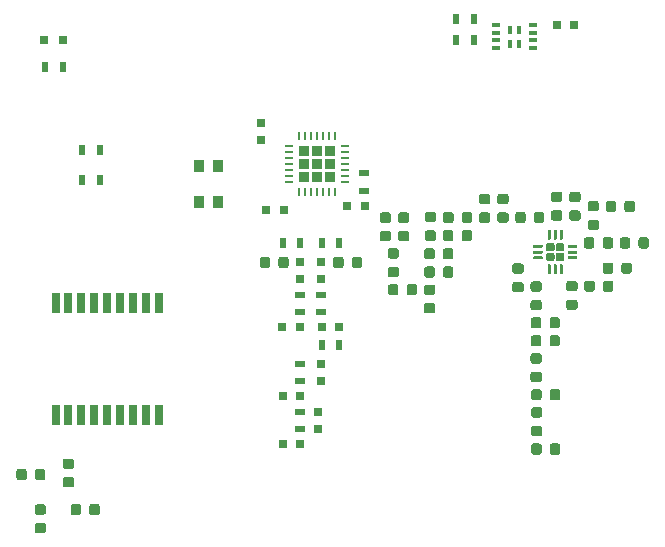
<source format=gtp>
G04 #@! TF.GenerationSoftware,KiCad,Pcbnew,5.0.1-33cea8e~67~ubuntu18.04.1*
G04 #@! TF.CreationDate,2018-10-19T14:06:38-05:00*
G04 #@! TF.ProjectId,PiHatAx5043,50694861744178353034332E6B696361,V1.3*
G04 #@! TF.SameCoordinates,Original*
G04 #@! TF.FileFunction,Paste,Top*
G04 #@! TF.FilePolarity,Positive*
%FSLAX46Y46*%
G04 Gerber Fmt 4.6, Leading zero omitted, Abs format (unit mm)*
G04 Created by KiCad (PCBNEW 5.0.1-33cea8e~67~ubuntu18.04.1) date Fri 19 Oct 2018 02:06:38 PM CDT*
%MOMM*%
%LPD*%
G01*
G04 APERTURE LIST*
%ADD10R,0.900000X0.900000*%
%ADD11R,0.800000X0.240000*%
%ADD12R,0.240000X0.800000*%
%ADD13R,0.800000X0.800000*%
%ADD14R,0.920000X1.120000*%
%ADD15R,0.650000X0.350000*%
%ADD16R,0.465000X0.720000*%
%ADD17R,0.800000X0.750000*%
%ADD18R,0.750000X0.800000*%
%ADD19R,0.900000X0.500000*%
%ADD20R,0.500000X0.900000*%
%ADD21C,0.100000*%
%ADD22C,0.875000*%
%ADD23C,0.710000*%
%ADD24C,0.250000*%
%ADD25R,0.800000X1.800000*%
%ADD26R,0.700000X1.800000*%
G04 APERTURE END LIST*
D10*
G04 #@! TO.C,U1*
X75946000Y-59880500D03*
D11*
X74675500Y-61380500D03*
X74675500Y-60880500D03*
X74675500Y-60380500D03*
X74675500Y-59880500D03*
X74675500Y-59380500D03*
X74675500Y-58880500D03*
X74675500Y-58380500D03*
D12*
X75525500Y-57530500D03*
X76025500Y-57530500D03*
X76525500Y-57530500D03*
X77025500Y-57530500D03*
X77525500Y-57530500D03*
X78025500Y-57530500D03*
X78525500Y-57530500D03*
D11*
X79375500Y-58380500D03*
X79375500Y-58880500D03*
X79375500Y-59380500D03*
X79375500Y-59880500D03*
X79375500Y-60380500D03*
X79375500Y-60880500D03*
X79375500Y-61380500D03*
D12*
X78525500Y-62230500D03*
X78025500Y-62230500D03*
X77525500Y-62230500D03*
X77025500Y-62230500D03*
X76525500Y-62230500D03*
X76025500Y-62230500D03*
X75525500Y-62230500D03*
D10*
X75946000Y-60960000D03*
X75946000Y-58801000D03*
X78105000Y-59880500D03*
X78105000Y-60960000D03*
X78105000Y-58801000D03*
X77025500Y-60960000D03*
X77025500Y-58801000D03*
X77025500Y-59880500D03*
G04 #@! TD*
D13*
G04 #@! TO.C,D1*
X55537000Y-49403000D03*
X53937000Y-49403000D03*
G04 #@! TD*
D14*
G04 #@! TO.C,Y1*
X68618000Y-63095000D03*
X68618000Y-60095000D03*
X67018000Y-60095000D03*
X67018000Y-63095000D03*
G04 #@! TD*
D15*
G04 #@! TO.C,U2*
X92211211Y-48132868D03*
X92211211Y-48782868D03*
X92211211Y-49432868D03*
X92211211Y-50082868D03*
X95311211Y-50082868D03*
X95311211Y-49432868D03*
X95311211Y-48782868D03*
X95311211Y-48132868D03*
D16*
X94148711Y-49707868D03*
X94148711Y-48507868D03*
X93373711Y-49707868D03*
X93373711Y-48507868D03*
G04 #@! TD*
D17*
G04 #@! TO.C,C1*
X74116500Y-83629500D03*
X75616500Y-83629500D03*
G04 #@! TD*
D18*
G04 #@! TO.C,C2*
X77152500Y-82347500D03*
X77152500Y-80847500D03*
G04 #@! TD*
D17*
G04 #@! TO.C,C3*
X74116500Y-79565500D03*
X75616500Y-79565500D03*
G04 #@! TD*
D18*
G04 #@! TO.C,C4*
X77406500Y-78283500D03*
X77406500Y-76783500D03*
G04 #@! TD*
D17*
G04 #@! TO.C,C5*
X75603800Y-73710800D03*
X74103800Y-73710800D03*
G04 #@! TD*
G04 #@! TO.C,C6*
X78918500Y-73723500D03*
X77418500Y-73723500D03*
G04 #@! TD*
D18*
G04 #@! TO.C,C7*
X75628500Y-69647500D03*
X75628500Y-68147500D03*
G04 #@! TD*
G04 #@! TO.C,C8*
X77406500Y-69647500D03*
X77406500Y-68147500D03*
G04 #@! TD*
D17*
G04 #@! TO.C,C9*
X72719500Y-63817500D03*
X74219500Y-63817500D03*
G04 #@! TD*
G04 #@! TO.C,C10*
X81090200Y-63474600D03*
X79590200Y-63474600D03*
G04 #@! TD*
D18*
G04 #@! TO.C,C11*
X72263000Y-56400000D03*
X72263000Y-57900000D03*
G04 #@! TD*
D17*
G04 #@! TO.C,C12*
X98829211Y-48091868D03*
X97329211Y-48091868D03*
G04 #@! TD*
D19*
G04 #@! TO.C,L1*
X75628500Y-80847500D03*
X75628500Y-82347500D03*
G04 #@! TD*
G04 #@! TO.C,L2*
X75628500Y-76783500D03*
X75628500Y-78283500D03*
G04 #@! TD*
D20*
G04 #@! TO.C,L3*
X78918500Y-75247500D03*
X77418500Y-75247500D03*
G04 #@! TD*
D19*
G04 #@! TO.C,L4*
X75628500Y-70941500D03*
X75628500Y-72441500D03*
G04 #@! TD*
G04 #@! TO.C,L5*
X77406500Y-70941500D03*
X77406500Y-72441500D03*
G04 #@! TD*
D20*
G04 #@! TO.C,L6*
X78918500Y-66611500D03*
X77418500Y-66611500D03*
G04 #@! TD*
G04 #@! TO.C,L7*
X75616500Y-66611500D03*
X74116500Y-66611500D03*
G04 #@! TD*
D19*
G04 #@! TO.C,L8*
X80975200Y-60667200D03*
X80975200Y-62167200D03*
G04 #@! TD*
D20*
G04 #@! TO.C,R1*
X58662000Y-61214000D03*
X57162000Y-61214000D03*
G04 #@! TD*
G04 #@! TO.C,R2*
X58662000Y-58674000D03*
X57162000Y-58674000D03*
G04 #@! TD*
G04 #@! TO.C,R3*
X88820211Y-47583868D03*
X90320211Y-47583868D03*
G04 #@! TD*
G04 #@! TO.C,R4*
X88820211Y-49361868D03*
X90320211Y-49361868D03*
G04 #@! TD*
G04 #@! TO.C,R5*
X53987000Y-51689000D03*
X55487000Y-51689000D03*
G04 #@! TD*
D21*
G04 #@! TO.C,C13*
G36*
X83767491Y-68600853D02*
X83788726Y-68604003D01*
X83809550Y-68609219D01*
X83829762Y-68616451D01*
X83849168Y-68625630D01*
X83867581Y-68636666D01*
X83884824Y-68649454D01*
X83900730Y-68663870D01*
X83915146Y-68679776D01*
X83927934Y-68697019D01*
X83938970Y-68715432D01*
X83948149Y-68734838D01*
X83955381Y-68755050D01*
X83960597Y-68775874D01*
X83963747Y-68797109D01*
X83964800Y-68818550D01*
X83964800Y-69256050D01*
X83963747Y-69277491D01*
X83960597Y-69298726D01*
X83955381Y-69319550D01*
X83948149Y-69339762D01*
X83938970Y-69359168D01*
X83927934Y-69377581D01*
X83915146Y-69394824D01*
X83900730Y-69410730D01*
X83884824Y-69425146D01*
X83867581Y-69437934D01*
X83849168Y-69448970D01*
X83829762Y-69458149D01*
X83809550Y-69465381D01*
X83788726Y-69470597D01*
X83767491Y-69473747D01*
X83746050Y-69474800D01*
X83233550Y-69474800D01*
X83212109Y-69473747D01*
X83190874Y-69470597D01*
X83170050Y-69465381D01*
X83149838Y-69458149D01*
X83130432Y-69448970D01*
X83112019Y-69437934D01*
X83094776Y-69425146D01*
X83078870Y-69410730D01*
X83064454Y-69394824D01*
X83051666Y-69377581D01*
X83040630Y-69359168D01*
X83031451Y-69339762D01*
X83024219Y-69319550D01*
X83019003Y-69298726D01*
X83015853Y-69277491D01*
X83014800Y-69256050D01*
X83014800Y-68818550D01*
X83015853Y-68797109D01*
X83019003Y-68775874D01*
X83024219Y-68755050D01*
X83031451Y-68734838D01*
X83040630Y-68715432D01*
X83051666Y-68697019D01*
X83064454Y-68679776D01*
X83078870Y-68663870D01*
X83094776Y-68649454D01*
X83112019Y-68636666D01*
X83130432Y-68625630D01*
X83149838Y-68616451D01*
X83170050Y-68609219D01*
X83190874Y-68604003D01*
X83212109Y-68600853D01*
X83233550Y-68599800D01*
X83746050Y-68599800D01*
X83767491Y-68600853D01*
X83767491Y-68600853D01*
G37*
D22*
X83489800Y-69037300D03*
D21*
G36*
X83767491Y-67025853D02*
X83788726Y-67029003D01*
X83809550Y-67034219D01*
X83829762Y-67041451D01*
X83849168Y-67050630D01*
X83867581Y-67061666D01*
X83884824Y-67074454D01*
X83900730Y-67088870D01*
X83915146Y-67104776D01*
X83927934Y-67122019D01*
X83938970Y-67140432D01*
X83948149Y-67159838D01*
X83955381Y-67180050D01*
X83960597Y-67200874D01*
X83963747Y-67222109D01*
X83964800Y-67243550D01*
X83964800Y-67681050D01*
X83963747Y-67702491D01*
X83960597Y-67723726D01*
X83955381Y-67744550D01*
X83948149Y-67764762D01*
X83938970Y-67784168D01*
X83927934Y-67802581D01*
X83915146Y-67819824D01*
X83900730Y-67835730D01*
X83884824Y-67850146D01*
X83867581Y-67862934D01*
X83849168Y-67873970D01*
X83829762Y-67883149D01*
X83809550Y-67890381D01*
X83788726Y-67895597D01*
X83767491Y-67898747D01*
X83746050Y-67899800D01*
X83233550Y-67899800D01*
X83212109Y-67898747D01*
X83190874Y-67895597D01*
X83170050Y-67890381D01*
X83149838Y-67883149D01*
X83130432Y-67873970D01*
X83112019Y-67862934D01*
X83094776Y-67850146D01*
X83078870Y-67835730D01*
X83064454Y-67819824D01*
X83051666Y-67802581D01*
X83040630Y-67784168D01*
X83031451Y-67764762D01*
X83024219Y-67744550D01*
X83019003Y-67723726D01*
X83015853Y-67702491D01*
X83014800Y-67681050D01*
X83014800Y-67243550D01*
X83015853Y-67222109D01*
X83019003Y-67200874D01*
X83024219Y-67180050D01*
X83031451Y-67159838D01*
X83040630Y-67140432D01*
X83051666Y-67122019D01*
X83064454Y-67104776D01*
X83078870Y-67088870D01*
X83094776Y-67074454D01*
X83112019Y-67061666D01*
X83130432Y-67050630D01*
X83149838Y-67041451D01*
X83170050Y-67034219D01*
X83190874Y-67029003D01*
X83212109Y-67025853D01*
X83233550Y-67024800D01*
X83746050Y-67024800D01*
X83767491Y-67025853D01*
X83767491Y-67025853D01*
G37*
D22*
X83489800Y-67462300D03*
G04 #@! TD*
D21*
G04 #@! TO.C,C14*
G36*
X86840891Y-70099353D02*
X86862126Y-70102503D01*
X86882950Y-70107719D01*
X86903162Y-70114951D01*
X86922568Y-70124130D01*
X86940981Y-70135166D01*
X86958224Y-70147954D01*
X86974130Y-70162370D01*
X86988546Y-70178276D01*
X87001334Y-70195519D01*
X87012370Y-70213932D01*
X87021549Y-70233338D01*
X87028781Y-70253550D01*
X87033997Y-70274374D01*
X87037147Y-70295609D01*
X87038200Y-70317050D01*
X87038200Y-70754550D01*
X87037147Y-70775991D01*
X87033997Y-70797226D01*
X87028781Y-70818050D01*
X87021549Y-70838262D01*
X87012370Y-70857668D01*
X87001334Y-70876081D01*
X86988546Y-70893324D01*
X86974130Y-70909230D01*
X86958224Y-70923646D01*
X86940981Y-70936434D01*
X86922568Y-70947470D01*
X86903162Y-70956649D01*
X86882950Y-70963881D01*
X86862126Y-70969097D01*
X86840891Y-70972247D01*
X86819450Y-70973300D01*
X86306950Y-70973300D01*
X86285509Y-70972247D01*
X86264274Y-70969097D01*
X86243450Y-70963881D01*
X86223238Y-70956649D01*
X86203832Y-70947470D01*
X86185419Y-70936434D01*
X86168176Y-70923646D01*
X86152270Y-70909230D01*
X86137854Y-70893324D01*
X86125066Y-70876081D01*
X86114030Y-70857668D01*
X86104851Y-70838262D01*
X86097619Y-70818050D01*
X86092403Y-70797226D01*
X86089253Y-70775991D01*
X86088200Y-70754550D01*
X86088200Y-70317050D01*
X86089253Y-70295609D01*
X86092403Y-70274374D01*
X86097619Y-70253550D01*
X86104851Y-70233338D01*
X86114030Y-70213932D01*
X86125066Y-70195519D01*
X86137854Y-70178276D01*
X86152270Y-70162370D01*
X86168176Y-70147954D01*
X86185419Y-70135166D01*
X86203832Y-70124130D01*
X86223238Y-70114951D01*
X86243450Y-70107719D01*
X86264274Y-70102503D01*
X86285509Y-70099353D01*
X86306950Y-70098300D01*
X86819450Y-70098300D01*
X86840891Y-70099353D01*
X86840891Y-70099353D01*
G37*
D22*
X86563200Y-70535800D03*
D21*
G36*
X86840891Y-71674353D02*
X86862126Y-71677503D01*
X86882950Y-71682719D01*
X86903162Y-71689951D01*
X86922568Y-71699130D01*
X86940981Y-71710166D01*
X86958224Y-71722954D01*
X86974130Y-71737370D01*
X86988546Y-71753276D01*
X87001334Y-71770519D01*
X87012370Y-71788932D01*
X87021549Y-71808338D01*
X87028781Y-71828550D01*
X87033997Y-71849374D01*
X87037147Y-71870609D01*
X87038200Y-71892050D01*
X87038200Y-72329550D01*
X87037147Y-72350991D01*
X87033997Y-72372226D01*
X87028781Y-72393050D01*
X87021549Y-72413262D01*
X87012370Y-72432668D01*
X87001334Y-72451081D01*
X86988546Y-72468324D01*
X86974130Y-72484230D01*
X86958224Y-72498646D01*
X86940981Y-72511434D01*
X86922568Y-72522470D01*
X86903162Y-72531649D01*
X86882950Y-72538881D01*
X86862126Y-72544097D01*
X86840891Y-72547247D01*
X86819450Y-72548300D01*
X86306950Y-72548300D01*
X86285509Y-72547247D01*
X86264274Y-72544097D01*
X86243450Y-72538881D01*
X86223238Y-72531649D01*
X86203832Y-72522470D01*
X86185419Y-72511434D01*
X86168176Y-72498646D01*
X86152270Y-72484230D01*
X86137854Y-72468324D01*
X86125066Y-72451081D01*
X86114030Y-72432668D01*
X86104851Y-72413262D01*
X86097619Y-72393050D01*
X86092403Y-72372226D01*
X86089253Y-72350991D01*
X86088200Y-72329550D01*
X86088200Y-71892050D01*
X86089253Y-71870609D01*
X86092403Y-71849374D01*
X86097619Y-71828550D01*
X86104851Y-71808338D01*
X86114030Y-71788932D01*
X86125066Y-71770519D01*
X86137854Y-71753276D01*
X86152270Y-71737370D01*
X86168176Y-71722954D01*
X86185419Y-71710166D01*
X86203832Y-71699130D01*
X86223238Y-71689951D01*
X86243450Y-71682719D01*
X86264274Y-71677503D01*
X86285509Y-71674353D01*
X86306950Y-71673300D01*
X86819450Y-71673300D01*
X86840891Y-71674353D01*
X86840891Y-71674353D01*
G37*
D22*
X86563200Y-72110800D03*
G04 #@! TD*
D21*
G04 #@! TO.C,C15*
G36*
X83094391Y-63990553D02*
X83115626Y-63993703D01*
X83136450Y-63998919D01*
X83156662Y-64006151D01*
X83176068Y-64015330D01*
X83194481Y-64026366D01*
X83211724Y-64039154D01*
X83227630Y-64053570D01*
X83242046Y-64069476D01*
X83254834Y-64086719D01*
X83265870Y-64105132D01*
X83275049Y-64124538D01*
X83282281Y-64144750D01*
X83287497Y-64165574D01*
X83290647Y-64186809D01*
X83291700Y-64208250D01*
X83291700Y-64645750D01*
X83290647Y-64667191D01*
X83287497Y-64688426D01*
X83282281Y-64709250D01*
X83275049Y-64729462D01*
X83265870Y-64748868D01*
X83254834Y-64767281D01*
X83242046Y-64784524D01*
X83227630Y-64800430D01*
X83211724Y-64814846D01*
X83194481Y-64827634D01*
X83176068Y-64838670D01*
X83156662Y-64847849D01*
X83136450Y-64855081D01*
X83115626Y-64860297D01*
X83094391Y-64863447D01*
X83072950Y-64864500D01*
X82560450Y-64864500D01*
X82539009Y-64863447D01*
X82517774Y-64860297D01*
X82496950Y-64855081D01*
X82476738Y-64847849D01*
X82457332Y-64838670D01*
X82438919Y-64827634D01*
X82421676Y-64814846D01*
X82405770Y-64800430D01*
X82391354Y-64784524D01*
X82378566Y-64767281D01*
X82367530Y-64748868D01*
X82358351Y-64729462D01*
X82351119Y-64709250D01*
X82345903Y-64688426D01*
X82342753Y-64667191D01*
X82341700Y-64645750D01*
X82341700Y-64208250D01*
X82342753Y-64186809D01*
X82345903Y-64165574D01*
X82351119Y-64144750D01*
X82358351Y-64124538D01*
X82367530Y-64105132D01*
X82378566Y-64086719D01*
X82391354Y-64069476D01*
X82405770Y-64053570D01*
X82421676Y-64039154D01*
X82438919Y-64026366D01*
X82457332Y-64015330D01*
X82476738Y-64006151D01*
X82496950Y-63998919D01*
X82517774Y-63993703D01*
X82539009Y-63990553D01*
X82560450Y-63989500D01*
X83072950Y-63989500D01*
X83094391Y-63990553D01*
X83094391Y-63990553D01*
G37*
D22*
X82816700Y-64427000D03*
D21*
G36*
X83094391Y-65565553D02*
X83115626Y-65568703D01*
X83136450Y-65573919D01*
X83156662Y-65581151D01*
X83176068Y-65590330D01*
X83194481Y-65601366D01*
X83211724Y-65614154D01*
X83227630Y-65628570D01*
X83242046Y-65644476D01*
X83254834Y-65661719D01*
X83265870Y-65680132D01*
X83275049Y-65699538D01*
X83282281Y-65719750D01*
X83287497Y-65740574D01*
X83290647Y-65761809D01*
X83291700Y-65783250D01*
X83291700Y-66220750D01*
X83290647Y-66242191D01*
X83287497Y-66263426D01*
X83282281Y-66284250D01*
X83275049Y-66304462D01*
X83265870Y-66323868D01*
X83254834Y-66342281D01*
X83242046Y-66359524D01*
X83227630Y-66375430D01*
X83211724Y-66389846D01*
X83194481Y-66402634D01*
X83176068Y-66413670D01*
X83156662Y-66422849D01*
X83136450Y-66430081D01*
X83115626Y-66435297D01*
X83094391Y-66438447D01*
X83072950Y-66439500D01*
X82560450Y-66439500D01*
X82539009Y-66438447D01*
X82517774Y-66435297D01*
X82496950Y-66430081D01*
X82476738Y-66422849D01*
X82457332Y-66413670D01*
X82438919Y-66402634D01*
X82421676Y-66389846D01*
X82405770Y-66375430D01*
X82391354Y-66359524D01*
X82378566Y-66342281D01*
X82367530Y-66323868D01*
X82358351Y-66304462D01*
X82351119Y-66284250D01*
X82345903Y-66263426D01*
X82342753Y-66242191D01*
X82341700Y-66220750D01*
X82341700Y-65783250D01*
X82342753Y-65761809D01*
X82345903Y-65740574D01*
X82351119Y-65719750D01*
X82358351Y-65699538D01*
X82367530Y-65680132D01*
X82378566Y-65661719D01*
X82391354Y-65644476D01*
X82405770Y-65628570D01*
X82421676Y-65614154D01*
X82438919Y-65601366D01*
X82457332Y-65590330D01*
X82476738Y-65581151D01*
X82496950Y-65573919D01*
X82517774Y-65568703D01*
X82539009Y-65565553D01*
X82560450Y-65564500D01*
X83072950Y-65564500D01*
X83094391Y-65565553D01*
X83094391Y-65565553D01*
G37*
D22*
X82816700Y-66002000D03*
G04 #@! TD*
D21*
G04 #@! TO.C,C16*
G36*
X88378291Y-68563253D02*
X88399526Y-68566403D01*
X88420350Y-68571619D01*
X88440562Y-68578851D01*
X88459968Y-68588030D01*
X88478381Y-68599066D01*
X88495624Y-68611854D01*
X88511530Y-68626270D01*
X88525946Y-68642176D01*
X88538734Y-68659419D01*
X88549770Y-68677832D01*
X88558949Y-68697238D01*
X88566181Y-68717450D01*
X88571397Y-68738274D01*
X88574547Y-68759509D01*
X88575600Y-68780950D01*
X88575600Y-69293450D01*
X88574547Y-69314891D01*
X88571397Y-69336126D01*
X88566181Y-69356950D01*
X88558949Y-69377162D01*
X88549770Y-69396568D01*
X88538734Y-69414981D01*
X88525946Y-69432224D01*
X88511530Y-69448130D01*
X88495624Y-69462546D01*
X88478381Y-69475334D01*
X88459968Y-69486370D01*
X88440562Y-69495549D01*
X88420350Y-69502781D01*
X88399526Y-69507997D01*
X88378291Y-69511147D01*
X88356850Y-69512200D01*
X87919350Y-69512200D01*
X87897909Y-69511147D01*
X87876674Y-69507997D01*
X87855850Y-69502781D01*
X87835638Y-69495549D01*
X87816232Y-69486370D01*
X87797819Y-69475334D01*
X87780576Y-69462546D01*
X87764670Y-69448130D01*
X87750254Y-69432224D01*
X87737466Y-69414981D01*
X87726430Y-69396568D01*
X87717251Y-69377162D01*
X87710019Y-69356950D01*
X87704803Y-69336126D01*
X87701653Y-69314891D01*
X87700600Y-69293450D01*
X87700600Y-68780950D01*
X87701653Y-68759509D01*
X87704803Y-68738274D01*
X87710019Y-68717450D01*
X87717251Y-68697238D01*
X87726430Y-68677832D01*
X87737466Y-68659419D01*
X87750254Y-68642176D01*
X87764670Y-68626270D01*
X87780576Y-68611854D01*
X87797819Y-68599066D01*
X87816232Y-68588030D01*
X87835638Y-68578851D01*
X87855850Y-68571619D01*
X87876674Y-68566403D01*
X87897909Y-68563253D01*
X87919350Y-68562200D01*
X88356850Y-68562200D01*
X88378291Y-68563253D01*
X88378291Y-68563253D01*
G37*
D22*
X88138100Y-69037200D03*
D21*
G36*
X86803291Y-68563253D02*
X86824526Y-68566403D01*
X86845350Y-68571619D01*
X86865562Y-68578851D01*
X86884968Y-68588030D01*
X86903381Y-68599066D01*
X86920624Y-68611854D01*
X86936530Y-68626270D01*
X86950946Y-68642176D01*
X86963734Y-68659419D01*
X86974770Y-68677832D01*
X86983949Y-68697238D01*
X86991181Y-68717450D01*
X86996397Y-68738274D01*
X86999547Y-68759509D01*
X87000600Y-68780950D01*
X87000600Y-69293450D01*
X86999547Y-69314891D01*
X86996397Y-69336126D01*
X86991181Y-69356950D01*
X86983949Y-69377162D01*
X86974770Y-69396568D01*
X86963734Y-69414981D01*
X86950946Y-69432224D01*
X86936530Y-69448130D01*
X86920624Y-69462546D01*
X86903381Y-69475334D01*
X86884968Y-69486370D01*
X86865562Y-69495549D01*
X86845350Y-69502781D01*
X86824526Y-69507997D01*
X86803291Y-69511147D01*
X86781850Y-69512200D01*
X86344350Y-69512200D01*
X86322909Y-69511147D01*
X86301674Y-69507997D01*
X86280850Y-69502781D01*
X86260638Y-69495549D01*
X86241232Y-69486370D01*
X86222819Y-69475334D01*
X86205576Y-69462546D01*
X86189670Y-69448130D01*
X86175254Y-69432224D01*
X86162466Y-69414981D01*
X86151430Y-69396568D01*
X86142251Y-69377162D01*
X86135019Y-69356950D01*
X86129803Y-69336126D01*
X86126653Y-69314891D01*
X86125600Y-69293450D01*
X86125600Y-68780950D01*
X86126653Y-68759509D01*
X86129803Y-68738274D01*
X86135019Y-68717450D01*
X86142251Y-68697238D01*
X86151430Y-68677832D01*
X86162466Y-68659419D01*
X86175254Y-68642176D01*
X86189670Y-68626270D01*
X86205576Y-68611854D01*
X86222819Y-68599066D01*
X86241232Y-68588030D01*
X86260638Y-68578851D01*
X86280850Y-68571619D01*
X86301674Y-68566403D01*
X86322909Y-68563253D01*
X86344350Y-68562200D01*
X86781850Y-68562200D01*
X86803291Y-68563253D01*
X86803291Y-68563253D01*
G37*
D22*
X86563100Y-69037200D03*
G04 #@! TD*
D21*
G04 #@! TO.C,C17*
G36*
X86904391Y-63939753D02*
X86925626Y-63942903D01*
X86946450Y-63948119D01*
X86966662Y-63955351D01*
X86986068Y-63964530D01*
X87004481Y-63975566D01*
X87021724Y-63988354D01*
X87037630Y-64002770D01*
X87052046Y-64018676D01*
X87064834Y-64035919D01*
X87075870Y-64054332D01*
X87085049Y-64073738D01*
X87092281Y-64093950D01*
X87097497Y-64114774D01*
X87100647Y-64136009D01*
X87101700Y-64157450D01*
X87101700Y-64594950D01*
X87100647Y-64616391D01*
X87097497Y-64637626D01*
X87092281Y-64658450D01*
X87085049Y-64678662D01*
X87075870Y-64698068D01*
X87064834Y-64716481D01*
X87052046Y-64733724D01*
X87037630Y-64749630D01*
X87021724Y-64764046D01*
X87004481Y-64776834D01*
X86986068Y-64787870D01*
X86966662Y-64797049D01*
X86946450Y-64804281D01*
X86925626Y-64809497D01*
X86904391Y-64812647D01*
X86882950Y-64813700D01*
X86370450Y-64813700D01*
X86349009Y-64812647D01*
X86327774Y-64809497D01*
X86306950Y-64804281D01*
X86286738Y-64797049D01*
X86267332Y-64787870D01*
X86248919Y-64776834D01*
X86231676Y-64764046D01*
X86215770Y-64749630D01*
X86201354Y-64733724D01*
X86188566Y-64716481D01*
X86177530Y-64698068D01*
X86168351Y-64678662D01*
X86161119Y-64658450D01*
X86155903Y-64637626D01*
X86152753Y-64616391D01*
X86151700Y-64594950D01*
X86151700Y-64157450D01*
X86152753Y-64136009D01*
X86155903Y-64114774D01*
X86161119Y-64093950D01*
X86168351Y-64073738D01*
X86177530Y-64054332D01*
X86188566Y-64035919D01*
X86201354Y-64018676D01*
X86215770Y-64002770D01*
X86231676Y-63988354D01*
X86248919Y-63975566D01*
X86267332Y-63964530D01*
X86286738Y-63955351D01*
X86306950Y-63948119D01*
X86327774Y-63942903D01*
X86349009Y-63939753D01*
X86370450Y-63938700D01*
X86882950Y-63938700D01*
X86904391Y-63939753D01*
X86904391Y-63939753D01*
G37*
D22*
X86626700Y-64376200D03*
D21*
G36*
X86904391Y-65514753D02*
X86925626Y-65517903D01*
X86946450Y-65523119D01*
X86966662Y-65530351D01*
X86986068Y-65539530D01*
X87004481Y-65550566D01*
X87021724Y-65563354D01*
X87037630Y-65577770D01*
X87052046Y-65593676D01*
X87064834Y-65610919D01*
X87075870Y-65629332D01*
X87085049Y-65648738D01*
X87092281Y-65668950D01*
X87097497Y-65689774D01*
X87100647Y-65711009D01*
X87101700Y-65732450D01*
X87101700Y-66169950D01*
X87100647Y-66191391D01*
X87097497Y-66212626D01*
X87092281Y-66233450D01*
X87085049Y-66253662D01*
X87075870Y-66273068D01*
X87064834Y-66291481D01*
X87052046Y-66308724D01*
X87037630Y-66324630D01*
X87021724Y-66339046D01*
X87004481Y-66351834D01*
X86986068Y-66362870D01*
X86966662Y-66372049D01*
X86946450Y-66379281D01*
X86925626Y-66384497D01*
X86904391Y-66387647D01*
X86882950Y-66388700D01*
X86370450Y-66388700D01*
X86349009Y-66387647D01*
X86327774Y-66384497D01*
X86306950Y-66379281D01*
X86286738Y-66372049D01*
X86267332Y-66362870D01*
X86248919Y-66351834D01*
X86231676Y-66339046D01*
X86215770Y-66324630D01*
X86201354Y-66308724D01*
X86188566Y-66291481D01*
X86177530Y-66273068D01*
X86168351Y-66253662D01*
X86161119Y-66233450D01*
X86155903Y-66212626D01*
X86152753Y-66191391D01*
X86151700Y-66169950D01*
X86151700Y-65732450D01*
X86152753Y-65711009D01*
X86155903Y-65689774D01*
X86161119Y-65668950D01*
X86168351Y-65648738D01*
X86177530Y-65629332D01*
X86188566Y-65610919D01*
X86201354Y-65593676D01*
X86215770Y-65577770D01*
X86231676Y-65563354D01*
X86248919Y-65550566D01*
X86267332Y-65539530D01*
X86286738Y-65530351D01*
X86306950Y-65523119D01*
X86327774Y-65517903D01*
X86349009Y-65514753D01*
X86370450Y-65513700D01*
X86882950Y-65513700D01*
X86904391Y-65514753D01*
X86904391Y-65514753D01*
G37*
D22*
X86626700Y-65951200D03*
G04 #@! TD*
D21*
G04 #@! TO.C,C18*
G36*
X89953091Y-65477153D02*
X89974326Y-65480303D01*
X89995150Y-65485519D01*
X90015362Y-65492751D01*
X90034768Y-65501930D01*
X90053181Y-65512966D01*
X90070424Y-65525754D01*
X90086330Y-65540170D01*
X90100746Y-65556076D01*
X90113534Y-65573319D01*
X90124570Y-65591732D01*
X90133749Y-65611138D01*
X90140981Y-65631350D01*
X90146197Y-65652174D01*
X90149347Y-65673409D01*
X90150400Y-65694850D01*
X90150400Y-66207350D01*
X90149347Y-66228791D01*
X90146197Y-66250026D01*
X90140981Y-66270850D01*
X90133749Y-66291062D01*
X90124570Y-66310468D01*
X90113534Y-66328881D01*
X90100746Y-66346124D01*
X90086330Y-66362030D01*
X90070424Y-66376446D01*
X90053181Y-66389234D01*
X90034768Y-66400270D01*
X90015362Y-66409449D01*
X89995150Y-66416681D01*
X89974326Y-66421897D01*
X89953091Y-66425047D01*
X89931650Y-66426100D01*
X89494150Y-66426100D01*
X89472709Y-66425047D01*
X89451474Y-66421897D01*
X89430650Y-66416681D01*
X89410438Y-66409449D01*
X89391032Y-66400270D01*
X89372619Y-66389234D01*
X89355376Y-66376446D01*
X89339470Y-66362030D01*
X89325054Y-66346124D01*
X89312266Y-66328881D01*
X89301230Y-66310468D01*
X89292051Y-66291062D01*
X89284819Y-66270850D01*
X89279603Y-66250026D01*
X89276453Y-66228791D01*
X89275400Y-66207350D01*
X89275400Y-65694850D01*
X89276453Y-65673409D01*
X89279603Y-65652174D01*
X89284819Y-65631350D01*
X89292051Y-65611138D01*
X89301230Y-65591732D01*
X89312266Y-65573319D01*
X89325054Y-65556076D01*
X89339470Y-65540170D01*
X89355376Y-65525754D01*
X89372619Y-65512966D01*
X89391032Y-65501930D01*
X89410438Y-65492751D01*
X89430650Y-65485519D01*
X89451474Y-65480303D01*
X89472709Y-65477153D01*
X89494150Y-65476100D01*
X89931650Y-65476100D01*
X89953091Y-65477153D01*
X89953091Y-65477153D01*
G37*
D22*
X89712900Y-65951100D03*
D21*
G36*
X88378091Y-65477153D02*
X88399326Y-65480303D01*
X88420150Y-65485519D01*
X88440362Y-65492751D01*
X88459768Y-65501930D01*
X88478181Y-65512966D01*
X88495424Y-65525754D01*
X88511330Y-65540170D01*
X88525746Y-65556076D01*
X88538534Y-65573319D01*
X88549570Y-65591732D01*
X88558749Y-65611138D01*
X88565981Y-65631350D01*
X88571197Y-65652174D01*
X88574347Y-65673409D01*
X88575400Y-65694850D01*
X88575400Y-66207350D01*
X88574347Y-66228791D01*
X88571197Y-66250026D01*
X88565981Y-66270850D01*
X88558749Y-66291062D01*
X88549570Y-66310468D01*
X88538534Y-66328881D01*
X88525746Y-66346124D01*
X88511330Y-66362030D01*
X88495424Y-66376446D01*
X88478181Y-66389234D01*
X88459768Y-66400270D01*
X88440362Y-66409449D01*
X88420150Y-66416681D01*
X88399326Y-66421897D01*
X88378091Y-66425047D01*
X88356650Y-66426100D01*
X87919150Y-66426100D01*
X87897709Y-66425047D01*
X87876474Y-66421897D01*
X87855650Y-66416681D01*
X87835438Y-66409449D01*
X87816032Y-66400270D01*
X87797619Y-66389234D01*
X87780376Y-66376446D01*
X87764470Y-66362030D01*
X87750054Y-66346124D01*
X87737266Y-66328881D01*
X87726230Y-66310468D01*
X87717051Y-66291062D01*
X87709819Y-66270850D01*
X87704603Y-66250026D01*
X87701453Y-66228791D01*
X87700400Y-66207350D01*
X87700400Y-65694850D01*
X87701453Y-65673409D01*
X87704603Y-65652174D01*
X87709819Y-65631350D01*
X87717051Y-65611138D01*
X87726230Y-65591732D01*
X87737266Y-65573319D01*
X87750054Y-65556076D01*
X87764470Y-65540170D01*
X87780376Y-65525754D01*
X87797619Y-65512966D01*
X87816032Y-65501930D01*
X87835438Y-65492751D01*
X87855650Y-65485519D01*
X87876474Y-65480303D01*
X87897709Y-65477153D01*
X87919150Y-65476100D01*
X88356650Y-65476100D01*
X88378091Y-65477153D01*
X88378091Y-65477153D01*
G37*
D22*
X88137900Y-65951100D03*
G04 #@! TD*
D21*
G04 #@! TO.C,C19*
G36*
X91501791Y-62415753D02*
X91523026Y-62418903D01*
X91543850Y-62424119D01*
X91564062Y-62431351D01*
X91583468Y-62440530D01*
X91601881Y-62451566D01*
X91619124Y-62464354D01*
X91635030Y-62478770D01*
X91649446Y-62494676D01*
X91662234Y-62511919D01*
X91673270Y-62530332D01*
X91682449Y-62549738D01*
X91689681Y-62569950D01*
X91694897Y-62590774D01*
X91698047Y-62612009D01*
X91699100Y-62633450D01*
X91699100Y-63070950D01*
X91698047Y-63092391D01*
X91694897Y-63113626D01*
X91689681Y-63134450D01*
X91682449Y-63154662D01*
X91673270Y-63174068D01*
X91662234Y-63192481D01*
X91649446Y-63209724D01*
X91635030Y-63225630D01*
X91619124Y-63240046D01*
X91601881Y-63252834D01*
X91583468Y-63263870D01*
X91564062Y-63273049D01*
X91543850Y-63280281D01*
X91523026Y-63285497D01*
X91501791Y-63288647D01*
X91480350Y-63289700D01*
X90967850Y-63289700D01*
X90946409Y-63288647D01*
X90925174Y-63285497D01*
X90904350Y-63280281D01*
X90884138Y-63273049D01*
X90864732Y-63263870D01*
X90846319Y-63252834D01*
X90829076Y-63240046D01*
X90813170Y-63225630D01*
X90798754Y-63209724D01*
X90785966Y-63192481D01*
X90774930Y-63174068D01*
X90765751Y-63154662D01*
X90758519Y-63134450D01*
X90753303Y-63113626D01*
X90750153Y-63092391D01*
X90749100Y-63070950D01*
X90749100Y-62633450D01*
X90750153Y-62612009D01*
X90753303Y-62590774D01*
X90758519Y-62569950D01*
X90765751Y-62549738D01*
X90774930Y-62530332D01*
X90785966Y-62511919D01*
X90798754Y-62494676D01*
X90813170Y-62478770D01*
X90829076Y-62464354D01*
X90846319Y-62451566D01*
X90864732Y-62440530D01*
X90884138Y-62431351D01*
X90904350Y-62424119D01*
X90925174Y-62418903D01*
X90946409Y-62415753D01*
X90967850Y-62414700D01*
X91480350Y-62414700D01*
X91501791Y-62415753D01*
X91501791Y-62415753D01*
G37*
D22*
X91224100Y-62852200D03*
D21*
G36*
X91501791Y-63990753D02*
X91523026Y-63993903D01*
X91543850Y-63999119D01*
X91564062Y-64006351D01*
X91583468Y-64015530D01*
X91601881Y-64026566D01*
X91619124Y-64039354D01*
X91635030Y-64053770D01*
X91649446Y-64069676D01*
X91662234Y-64086919D01*
X91673270Y-64105332D01*
X91682449Y-64124738D01*
X91689681Y-64144950D01*
X91694897Y-64165774D01*
X91698047Y-64187009D01*
X91699100Y-64208450D01*
X91699100Y-64645950D01*
X91698047Y-64667391D01*
X91694897Y-64688626D01*
X91689681Y-64709450D01*
X91682449Y-64729662D01*
X91673270Y-64749068D01*
X91662234Y-64767481D01*
X91649446Y-64784724D01*
X91635030Y-64800630D01*
X91619124Y-64815046D01*
X91601881Y-64827834D01*
X91583468Y-64838870D01*
X91564062Y-64848049D01*
X91543850Y-64855281D01*
X91523026Y-64860497D01*
X91501791Y-64863647D01*
X91480350Y-64864700D01*
X90967850Y-64864700D01*
X90946409Y-64863647D01*
X90925174Y-64860497D01*
X90904350Y-64855281D01*
X90884138Y-64848049D01*
X90864732Y-64838870D01*
X90846319Y-64827834D01*
X90829076Y-64815046D01*
X90813170Y-64800630D01*
X90798754Y-64784724D01*
X90785966Y-64767481D01*
X90774930Y-64749068D01*
X90765751Y-64729662D01*
X90758519Y-64709450D01*
X90753303Y-64688626D01*
X90750153Y-64667391D01*
X90749100Y-64645950D01*
X90749100Y-64208450D01*
X90750153Y-64187009D01*
X90753303Y-64165774D01*
X90758519Y-64144950D01*
X90765751Y-64124738D01*
X90774930Y-64105332D01*
X90785966Y-64086919D01*
X90798754Y-64069676D01*
X90813170Y-64053770D01*
X90829076Y-64039354D01*
X90846319Y-64026566D01*
X90864732Y-64015530D01*
X90884138Y-64006351D01*
X90904350Y-63999119D01*
X90925174Y-63993903D01*
X90946409Y-63990753D01*
X90967850Y-63989700D01*
X91480350Y-63989700D01*
X91501791Y-63990753D01*
X91501791Y-63990753D01*
G37*
D22*
X91224100Y-64427200D03*
G04 #@! TD*
D21*
G04 #@! TO.C,C20*
G36*
X97597791Y-63812953D02*
X97619026Y-63816103D01*
X97639850Y-63821319D01*
X97660062Y-63828551D01*
X97679468Y-63837730D01*
X97697881Y-63848766D01*
X97715124Y-63861554D01*
X97731030Y-63875970D01*
X97745446Y-63891876D01*
X97758234Y-63909119D01*
X97769270Y-63927532D01*
X97778449Y-63946938D01*
X97785681Y-63967150D01*
X97790897Y-63987974D01*
X97794047Y-64009209D01*
X97795100Y-64030650D01*
X97795100Y-64468150D01*
X97794047Y-64489591D01*
X97790897Y-64510826D01*
X97785681Y-64531650D01*
X97778449Y-64551862D01*
X97769270Y-64571268D01*
X97758234Y-64589681D01*
X97745446Y-64606924D01*
X97731030Y-64622830D01*
X97715124Y-64637246D01*
X97697881Y-64650034D01*
X97679468Y-64661070D01*
X97660062Y-64670249D01*
X97639850Y-64677481D01*
X97619026Y-64682697D01*
X97597791Y-64685847D01*
X97576350Y-64686900D01*
X97063850Y-64686900D01*
X97042409Y-64685847D01*
X97021174Y-64682697D01*
X97000350Y-64677481D01*
X96980138Y-64670249D01*
X96960732Y-64661070D01*
X96942319Y-64650034D01*
X96925076Y-64637246D01*
X96909170Y-64622830D01*
X96894754Y-64606924D01*
X96881966Y-64589681D01*
X96870930Y-64571268D01*
X96861751Y-64551862D01*
X96854519Y-64531650D01*
X96849303Y-64510826D01*
X96846153Y-64489591D01*
X96845100Y-64468150D01*
X96845100Y-64030650D01*
X96846153Y-64009209D01*
X96849303Y-63987974D01*
X96854519Y-63967150D01*
X96861751Y-63946938D01*
X96870930Y-63927532D01*
X96881966Y-63909119D01*
X96894754Y-63891876D01*
X96909170Y-63875970D01*
X96925076Y-63861554D01*
X96942319Y-63848766D01*
X96960732Y-63837730D01*
X96980138Y-63828551D01*
X97000350Y-63821319D01*
X97021174Y-63816103D01*
X97042409Y-63812953D01*
X97063850Y-63811900D01*
X97576350Y-63811900D01*
X97597791Y-63812953D01*
X97597791Y-63812953D01*
G37*
D22*
X97320100Y-64249400D03*
D21*
G36*
X97597791Y-62237953D02*
X97619026Y-62241103D01*
X97639850Y-62246319D01*
X97660062Y-62253551D01*
X97679468Y-62262730D01*
X97697881Y-62273766D01*
X97715124Y-62286554D01*
X97731030Y-62300970D01*
X97745446Y-62316876D01*
X97758234Y-62334119D01*
X97769270Y-62352532D01*
X97778449Y-62371938D01*
X97785681Y-62392150D01*
X97790897Y-62412974D01*
X97794047Y-62434209D01*
X97795100Y-62455650D01*
X97795100Y-62893150D01*
X97794047Y-62914591D01*
X97790897Y-62935826D01*
X97785681Y-62956650D01*
X97778449Y-62976862D01*
X97769270Y-62996268D01*
X97758234Y-63014681D01*
X97745446Y-63031924D01*
X97731030Y-63047830D01*
X97715124Y-63062246D01*
X97697881Y-63075034D01*
X97679468Y-63086070D01*
X97660062Y-63095249D01*
X97639850Y-63102481D01*
X97619026Y-63107697D01*
X97597791Y-63110847D01*
X97576350Y-63111900D01*
X97063850Y-63111900D01*
X97042409Y-63110847D01*
X97021174Y-63107697D01*
X97000350Y-63102481D01*
X96980138Y-63095249D01*
X96960732Y-63086070D01*
X96942319Y-63075034D01*
X96925076Y-63062246D01*
X96909170Y-63047830D01*
X96894754Y-63031924D01*
X96881966Y-63014681D01*
X96870930Y-62996268D01*
X96861751Y-62976862D01*
X96854519Y-62956650D01*
X96849303Y-62935826D01*
X96846153Y-62914591D01*
X96845100Y-62893150D01*
X96845100Y-62455650D01*
X96846153Y-62434209D01*
X96849303Y-62412974D01*
X96854519Y-62392150D01*
X96861751Y-62371938D01*
X96870930Y-62352532D01*
X96881966Y-62334119D01*
X96894754Y-62316876D01*
X96909170Y-62300970D01*
X96925076Y-62286554D01*
X96942319Y-62273766D01*
X96960732Y-62262730D01*
X96980138Y-62253551D01*
X97000350Y-62246319D01*
X97021174Y-62241103D01*
X97042409Y-62237953D01*
X97063850Y-62236900D01*
X97576350Y-62236900D01*
X97597791Y-62237953D01*
X97597791Y-62237953D01*
G37*
D22*
X97320100Y-62674400D03*
G04 #@! TD*
D21*
G04 #@! TO.C,C21*
G36*
X103732591Y-63013353D02*
X103753826Y-63016503D01*
X103774650Y-63021719D01*
X103794862Y-63028951D01*
X103814268Y-63038130D01*
X103832681Y-63049166D01*
X103849924Y-63061954D01*
X103865830Y-63076370D01*
X103880246Y-63092276D01*
X103893034Y-63109519D01*
X103904070Y-63127932D01*
X103913249Y-63147338D01*
X103920481Y-63167550D01*
X103925697Y-63188374D01*
X103928847Y-63209609D01*
X103929900Y-63231050D01*
X103929900Y-63743550D01*
X103928847Y-63764991D01*
X103925697Y-63786226D01*
X103920481Y-63807050D01*
X103913249Y-63827262D01*
X103904070Y-63846668D01*
X103893034Y-63865081D01*
X103880246Y-63882324D01*
X103865830Y-63898230D01*
X103849924Y-63912646D01*
X103832681Y-63925434D01*
X103814268Y-63936470D01*
X103794862Y-63945649D01*
X103774650Y-63952881D01*
X103753826Y-63958097D01*
X103732591Y-63961247D01*
X103711150Y-63962300D01*
X103273650Y-63962300D01*
X103252209Y-63961247D01*
X103230974Y-63958097D01*
X103210150Y-63952881D01*
X103189938Y-63945649D01*
X103170532Y-63936470D01*
X103152119Y-63925434D01*
X103134876Y-63912646D01*
X103118970Y-63898230D01*
X103104554Y-63882324D01*
X103091766Y-63865081D01*
X103080730Y-63846668D01*
X103071551Y-63827262D01*
X103064319Y-63807050D01*
X103059103Y-63786226D01*
X103055953Y-63764991D01*
X103054900Y-63743550D01*
X103054900Y-63231050D01*
X103055953Y-63209609D01*
X103059103Y-63188374D01*
X103064319Y-63167550D01*
X103071551Y-63147338D01*
X103080730Y-63127932D01*
X103091766Y-63109519D01*
X103104554Y-63092276D01*
X103118970Y-63076370D01*
X103134876Y-63061954D01*
X103152119Y-63049166D01*
X103170532Y-63038130D01*
X103189938Y-63028951D01*
X103210150Y-63021719D01*
X103230974Y-63016503D01*
X103252209Y-63013353D01*
X103273650Y-63012300D01*
X103711150Y-63012300D01*
X103732591Y-63013353D01*
X103732591Y-63013353D01*
G37*
D22*
X103492400Y-63487300D03*
D21*
G36*
X102157591Y-63013353D02*
X102178826Y-63016503D01*
X102199650Y-63021719D01*
X102219862Y-63028951D01*
X102239268Y-63038130D01*
X102257681Y-63049166D01*
X102274924Y-63061954D01*
X102290830Y-63076370D01*
X102305246Y-63092276D01*
X102318034Y-63109519D01*
X102329070Y-63127932D01*
X102338249Y-63147338D01*
X102345481Y-63167550D01*
X102350697Y-63188374D01*
X102353847Y-63209609D01*
X102354900Y-63231050D01*
X102354900Y-63743550D01*
X102353847Y-63764991D01*
X102350697Y-63786226D01*
X102345481Y-63807050D01*
X102338249Y-63827262D01*
X102329070Y-63846668D01*
X102318034Y-63865081D01*
X102305246Y-63882324D01*
X102290830Y-63898230D01*
X102274924Y-63912646D01*
X102257681Y-63925434D01*
X102239268Y-63936470D01*
X102219862Y-63945649D01*
X102199650Y-63952881D01*
X102178826Y-63958097D01*
X102157591Y-63961247D01*
X102136150Y-63962300D01*
X101698650Y-63962300D01*
X101677209Y-63961247D01*
X101655974Y-63958097D01*
X101635150Y-63952881D01*
X101614938Y-63945649D01*
X101595532Y-63936470D01*
X101577119Y-63925434D01*
X101559876Y-63912646D01*
X101543970Y-63898230D01*
X101529554Y-63882324D01*
X101516766Y-63865081D01*
X101505730Y-63846668D01*
X101496551Y-63827262D01*
X101489319Y-63807050D01*
X101484103Y-63786226D01*
X101480953Y-63764991D01*
X101479900Y-63743550D01*
X101479900Y-63231050D01*
X101480953Y-63209609D01*
X101484103Y-63188374D01*
X101489319Y-63167550D01*
X101496551Y-63147338D01*
X101505730Y-63127932D01*
X101516766Y-63109519D01*
X101529554Y-63092276D01*
X101543970Y-63076370D01*
X101559876Y-63061954D01*
X101577119Y-63049166D01*
X101595532Y-63038130D01*
X101614938Y-63028951D01*
X101635150Y-63021719D01*
X101655974Y-63016503D01*
X101677209Y-63013353D01*
X101698650Y-63012300D01*
X102136150Y-63012300D01*
X102157591Y-63013353D01*
X102157591Y-63013353D01*
G37*
D22*
X101917400Y-63487300D03*
G04 #@! TD*
D21*
G04 #@! TO.C,C22*
G36*
X104926391Y-66099453D02*
X104947626Y-66102603D01*
X104968450Y-66107819D01*
X104988662Y-66115051D01*
X105008068Y-66124230D01*
X105026481Y-66135266D01*
X105043724Y-66148054D01*
X105059630Y-66162470D01*
X105074046Y-66178376D01*
X105086834Y-66195619D01*
X105097870Y-66214032D01*
X105107049Y-66233438D01*
X105114281Y-66253650D01*
X105119497Y-66274474D01*
X105122647Y-66295709D01*
X105123700Y-66317150D01*
X105123700Y-66829650D01*
X105122647Y-66851091D01*
X105119497Y-66872326D01*
X105114281Y-66893150D01*
X105107049Y-66913362D01*
X105097870Y-66932768D01*
X105086834Y-66951181D01*
X105074046Y-66968424D01*
X105059630Y-66984330D01*
X105043724Y-66998746D01*
X105026481Y-67011534D01*
X105008068Y-67022570D01*
X104988662Y-67031749D01*
X104968450Y-67038981D01*
X104947626Y-67044197D01*
X104926391Y-67047347D01*
X104904950Y-67048400D01*
X104467450Y-67048400D01*
X104446009Y-67047347D01*
X104424774Y-67044197D01*
X104403950Y-67038981D01*
X104383738Y-67031749D01*
X104364332Y-67022570D01*
X104345919Y-67011534D01*
X104328676Y-66998746D01*
X104312770Y-66984330D01*
X104298354Y-66968424D01*
X104285566Y-66951181D01*
X104274530Y-66932768D01*
X104265351Y-66913362D01*
X104258119Y-66893150D01*
X104252903Y-66872326D01*
X104249753Y-66851091D01*
X104248700Y-66829650D01*
X104248700Y-66317150D01*
X104249753Y-66295709D01*
X104252903Y-66274474D01*
X104258119Y-66253650D01*
X104265351Y-66233438D01*
X104274530Y-66214032D01*
X104285566Y-66195619D01*
X104298354Y-66178376D01*
X104312770Y-66162470D01*
X104328676Y-66148054D01*
X104345919Y-66135266D01*
X104364332Y-66124230D01*
X104383738Y-66115051D01*
X104403950Y-66107819D01*
X104424774Y-66102603D01*
X104446009Y-66099453D01*
X104467450Y-66098400D01*
X104904950Y-66098400D01*
X104926391Y-66099453D01*
X104926391Y-66099453D01*
G37*
D22*
X104686200Y-66573400D03*
D21*
G36*
X103351391Y-66099453D02*
X103372626Y-66102603D01*
X103393450Y-66107819D01*
X103413662Y-66115051D01*
X103433068Y-66124230D01*
X103451481Y-66135266D01*
X103468724Y-66148054D01*
X103484630Y-66162470D01*
X103499046Y-66178376D01*
X103511834Y-66195619D01*
X103522870Y-66214032D01*
X103532049Y-66233438D01*
X103539281Y-66253650D01*
X103544497Y-66274474D01*
X103547647Y-66295709D01*
X103548700Y-66317150D01*
X103548700Y-66829650D01*
X103547647Y-66851091D01*
X103544497Y-66872326D01*
X103539281Y-66893150D01*
X103532049Y-66913362D01*
X103522870Y-66932768D01*
X103511834Y-66951181D01*
X103499046Y-66968424D01*
X103484630Y-66984330D01*
X103468724Y-66998746D01*
X103451481Y-67011534D01*
X103433068Y-67022570D01*
X103413662Y-67031749D01*
X103393450Y-67038981D01*
X103372626Y-67044197D01*
X103351391Y-67047347D01*
X103329950Y-67048400D01*
X102892450Y-67048400D01*
X102871009Y-67047347D01*
X102849774Y-67044197D01*
X102828950Y-67038981D01*
X102808738Y-67031749D01*
X102789332Y-67022570D01*
X102770919Y-67011534D01*
X102753676Y-66998746D01*
X102737770Y-66984330D01*
X102723354Y-66968424D01*
X102710566Y-66951181D01*
X102699530Y-66932768D01*
X102690351Y-66913362D01*
X102683119Y-66893150D01*
X102677903Y-66872326D01*
X102674753Y-66851091D01*
X102673700Y-66829650D01*
X102673700Y-66317150D01*
X102674753Y-66295709D01*
X102677903Y-66274474D01*
X102683119Y-66253650D01*
X102690351Y-66233438D01*
X102699530Y-66214032D01*
X102710566Y-66195619D01*
X102723354Y-66178376D01*
X102737770Y-66162470D01*
X102753676Y-66148054D01*
X102770919Y-66135266D01*
X102789332Y-66124230D01*
X102808738Y-66115051D01*
X102828950Y-66107819D01*
X102849774Y-66102603D01*
X102871009Y-66099453D01*
X102892450Y-66098400D01*
X103329950Y-66098400D01*
X103351391Y-66099453D01*
X103351391Y-66099453D01*
G37*
D22*
X103111200Y-66573400D03*
G04 #@! TD*
D21*
G04 #@! TO.C,C23*
G36*
X94321191Y-68308553D02*
X94342426Y-68311703D01*
X94363250Y-68316919D01*
X94383462Y-68324151D01*
X94402868Y-68333330D01*
X94421281Y-68344366D01*
X94438524Y-68357154D01*
X94454430Y-68371570D01*
X94468846Y-68387476D01*
X94481634Y-68404719D01*
X94492670Y-68423132D01*
X94501849Y-68442538D01*
X94509081Y-68462750D01*
X94514297Y-68483574D01*
X94517447Y-68504809D01*
X94518500Y-68526250D01*
X94518500Y-68963750D01*
X94517447Y-68985191D01*
X94514297Y-69006426D01*
X94509081Y-69027250D01*
X94501849Y-69047462D01*
X94492670Y-69066868D01*
X94481634Y-69085281D01*
X94468846Y-69102524D01*
X94454430Y-69118430D01*
X94438524Y-69132846D01*
X94421281Y-69145634D01*
X94402868Y-69156670D01*
X94383462Y-69165849D01*
X94363250Y-69173081D01*
X94342426Y-69178297D01*
X94321191Y-69181447D01*
X94299750Y-69182500D01*
X93787250Y-69182500D01*
X93765809Y-69181447D01*
X93744574Y-69178297D01*
X93723750Y-69173081D01*
X93703538Y-69165849D01*
X93684132Y-69156670D01*
X93665719Y-69145634D01*
X93648476Y-69132846D01*
X93632570Y-69118430D01*
X93618154Y-69102524D01*
X93605366Y-69085281D01*
X93594330Y-69066868D01*
X93585151Y-69047462D01*
X93577919Y-69027250D01*
X93572703Y-69006426D01*
X93569553Y-68985191D01*
X93568500Y-68963750D01*
X93568500Y-68526250D01*
X93569553Y-68504809D01*
X93572703Y-68483574D01*
X93577919Y-68462750D01*
X93585151Y-68442538D01*
X93594330Y-68423132D01*
X93605366Y-68404719D01*
X93618154Y-68387476D01*
X93632570Y-68371570D01*
X93648476Y-68357154D01*
X93665719Y-68344366D01*
X93684132Y-68333330D01*
X93703538Y-68324151D01*
X93723750Y-68316919D01*
X93744574Y-68311703D01*
X93765809Y-68308553D01*
X93787250Y-68307500D01*
X94299750Y-68307500D01*
X94321191Y-68308553D01*
X94321191Y-68308553D01*
G37*
D22*
X94043500Y-68745000D03*
D21*
G36*
X94321191Y-69883553D02*
X94342426Y-69886703D01*
X94363250Y-69891919D01*
X94383462Y-69899151D01*
X94402868Y-69908330D01*
X94421281Y-69919366D01*
X94438524Y-69932154D01*
X94454430Y-69946570D01*
X94468846Y-69962476D01*
X94481634Y-69979719D01*
X94492670Y-69998132D01*
X94501849Y-70017538D01*
X94509081Y-70037750D01*
X94514297Y-70058574D01*
X94517447Y-70079809D01*
X94518500Y-70101250D01*
X94518500Y-70538750D01*
X94517447Y-70560191D01*
X94514297Y-70581426D01*
X94509081Y-70602250D01*
X94501849Y-70622462D01*
X94492670Y-70641868D01*
X94481634Y-70660281D01*
X94468846Y-70677524D01*
X94454430Y-70693430D01*
X94438524Y-70707846D01*
X94421281Y-70720634D01*
X94402868Y-70731670D01*
X94383462Y-70740849D01*
X94363250Y-70748081D01*
X94342426Y-70753297D01*
X94321191Y-70756447D01*
X94299750Y-70757500D01*
X93787250Y-70757500D01*
X93765809Y-70756447D01*
X93744574Y-70753297D01*
X93723750Y-70748081D01*
X93703538Y-70740849D01*
X93684132Y-70731670D01*
X93665719Y-70720634D01*
X93648476Y-70707846D01*
X93632570Y-70693430D01*
X93618154Y-70677524D01*
X93605366Y-70660281D01*
X93594330Y-70641868D01*
X93585151Y-70622462D01*
X93577919Y-70602250D01*
X93572703Y-70581426D01*
X93569553Y-70560191D01*
X93568500Y-70538750D01*
X93568500Y-70101250D01*
X93569553Y-70079809D01*
X93572703Y-70058574D01*
X93577919Y-70037750D01*
X93585151Y-70017538D01*
X93594330Y-69998132D01*
X93605366Y-69979719D01*
X93618154Y-69962476D01*
X93632570Y-69946570D01*
X93648476Y-69932154D01*
X93665719Y-69919366D01*
X93684132Y-69908330D01*
X93703538Y-69899151D01*
X93723750Y-69891919D01*
X93744574Y-69886703D01*
X93765809Y-69883553D01*
X93787250Y-69882500D01*
X94299750Y-69882500D01*
X94321191Y-69883553D01*
X94321191Y-69883553D01*
G37*
D22*
X94043500Y-70320000D03*
G04 #@! TD*
D21*
G04 #@! TO.C,C24*
G36*
X101903591Y-68233053D02*
X101924826Y-68236203D01*
X101945650Y-68241419D01*
X101965862Y-68248651D01*
X101985268Y-68257830D01*
X102003681Y-68268866D01*
X102020924Y-68281654D01*
X102036830Y-68296070D01*
X102051246Y-68311976D01*
X102064034Y-68329219D01*
X102075070Y-68347632D01*
X102084249Y-68367038D01*
X102091481Y-68387250D01*
X102096697Y-68408074D01*
X102099847Y-68429309D01*
X102100900Y-68450750D01*
X102100900Y-68963250D01*
X102099847Y-68984691D01*
X102096697Y-69005926D01*
X102091481Y-69026750D01*
X102084249Y-69046962D01*
X102075070Y-69066368D01*
X102064034Y-69084781D01*
X102051246Y-69102024D01*
X102036830Y-69117930D01*
X102020924Y-69132346D01*
X102003681Y-69145134D01*
X101985268Y-69156170D01*
X101965862Y-69165349D01*
X101945650Y-69172581D01*
X101924826Y-69177797D01*
X101903591Y-69180947D01*
X101882150Y-69182000D01*
X101444650Y-69182000D01*
X101423209Y-69180947D01*
X101401974Y-69177797D01*
X101381150Y-69172581D01*
X101360938Y-69165349D01*
X101341532Y-69156170D01*
X101323119Y-69145134D01*
X101305876Y-69132346D01*
X101289970Y-69117930D01*
X101275554Y-69102024D01*
X101262766Y-69084781D01*
X101251730Y-69066368D01*
X101242551Y-69046962D01*
X101235319Y-69026750D01*
X101230103Y-69005926D01*
X101226953Y-68984691D01*
X101225900Y-68963250D01*
X101225900Y-68450750D01*
X101226953Y-68429309D01*
X101230103Y-68408074D01*
X101235319Y-68387250D01*
X101242551Y-68367038D01*
X101251730Y-68347632D01*
X101262766Y-68329219D01*
X101275554Y-68311976D01*
X101289970Y-68296070D01*
X101305876Y-68281654D01*
X101323119Y-68268866D01*
X101341532Y-68257830D01*
X101360938Y-68248651D01*
X101381150Y-68241419D01*
X101401974Y-68236203D01*
X101423209Y-68233053D01*
X101444650Y-68232000D01*
X101882150Y-68232000D01*
X101903591Y-68233053D01*
X101903591Y-68233053D01*
G37*
D22*
X101663400Y-68707000D03*
D21*
G36*
X103478591Y-68233053D02*
X103499826Y-68236203D01*
X103520650Y-68241419D01*
X103540862Y-68248651D01*
X103560268Y-68257830D01*
X103578681Y-68268866D01*
X103595924Y-68281654D01*
X103611830Y-68296070D01*
X103626246Y-68311976D01*
X103639034Y-68329219D01*
X103650070Y-68347632D01*
X103659249Y-68367038D01*
X103666481Y-68387250D01*
X103671697Y-68408074D01*
X103674847Y-68429309D01*
X103675900Y-68450750D01*
X103675900Y-68963250D01*
X103674847Y-68984691D01*
X103671697Y-69005926D01*
X103666481Y-69026750D01*
X103659249Y-69046962D01*
X103650070Y-69066368D01*
X103639034Y-69084781D01*
X103626246Y-69102024D01*
X103611830Y-69117930D01*
X103595924Y-69132346D01*
X103578681Y-69145134D01*
X103560268Y-69156170D01*
X103540862Y-69165349D01*
X103520650Y-69172581D01*
X103499826Y-69177797D01*
X103478591Y-69180947D01*
X103457150Y-69182000D01*
X103019650Y-69182000D01*
X102998209Y-69180947D01*
X102976974Y-69177797D01*
X102956150Y-69172581D01*
X102935938Y-69165349D01*
X102916532Y-69156170D01*
X102898119Y-69145134D01*
X102880876Y-69132346D01*
X102864970Y-69117930D01*
X102850554Y-69102024D01*
X102837766Y-69084781D01*
X102826730Y-69066368D01*
X102817551Y-69046962D01*
X102810319Y-69026750D01*
X102805103Y-69005926D01*
X102801953Y-68984691D01*
X102800900Y-68963250D01*
X102800900Y-68450750D01*
X102801953Y-68429309D01*
X102805103Y-68408074D01*
X102810319Y-68387250D01*
X102817551Y-68367038D01*
X102826730Y-68347632D01*
X102837766Y-68329219D01*
X102850554Y-68311976D01*
X102864970Y-68296070D01*
X102880876Y-68281654D01*
X102898119Y-68268866D01*
X102916532Y-68257830D01*
X102935938Y-68248651D01*
X102956150Y-68241419D01*
X102976974Y-68236203D01*
X102998209Y-68233053D01*
X103019650Y-68232000D01*
X103457150Y-68232000D01*
X103478591Y-68233053D01*
X103478591Y-68233053D01*
G37*
D22*
X103238400Y-68707000D03*
G04 #@! TD*
D21*
G04 #@! TO.C,C25*
G36*
X98893191Y-71369453D02*
X98914426Y-71372603D01*
X98935250Y-71377819D01*
X98955462Y-71385051D01*
X98974868Y-71394230D01*
X98993281Y-71405266D01*
X99010524Y-71418054D01*
X99026430Y-71432470D01*
X99040846Y-71448376D01*
X99053634Y-71465619D01*
X99064670Y-71484032D01*
X99073849Y-71503438D01*
X99081081Y-71523650D01*
X99086297Y-71544474D01*
X99089447Y-71565709D01*
X99090500Y-71587150D01*
X99090500Y-72024650D01*
X99089447Y-72046091D01*
X99086297Y-72067326D01*
X99081081Y-72088150D01*
X99073849Y-72108362D01*
X99064670Y-72127768D01*
X99053634Y-72146181D01*
X99040846Y-72163424D01*
X99026430Y-72179330D01*
X99010524Y-72193746D01*
X98993281Y-72206534D01*
X98974868Y-72217570D01*
X98955462Y-72226749D01*
X98935250Y-72233981D01*
X98914426Y-72239197D01*
X98893191Y-72242347D01*
X98871750Y-72243400D01*
X98359250Y-72243400D01*
X98337809Y-72242347D01*
X98316574Y-72239197D01*
X98295750Y-72233981D01*
X98275538Y-72226749D01*
X98256132Y-72217570D01*
X98237719Y-72206534D01*
X98220476Y-72193746D01*
X98204570Y-72179330D01*
X98190154Y-72163424D01*
X98177366Y-72146181D01*
X98166330Y-72127768D01*
X98157151Y-72108362D01*
X98149919Y-72088150D01*
X98144703Y-72067326D01*
X98141553Y-72046091D01*
X98140500Y-72024650D01*
X98140500Y-71587150D01*
X98141553Y-71565709D01*
X98144703Y-71544474D01*
X98149919Y-71523650D01*
X98157151Y-71503438D01*
X98166330Y-71484032D01*
X98177366Y-71465619D01*
X98190154Y-71448376D01*
X98204570Y-71432470D01*
X98220476Y-71418054D01*
X98237719Y-71405266D01*
X98256132Y-71394230D01*
X98275538Y-71385051D01*
X98295750Y-71377819D01*
X98316574Y-71372603D01*
X98337809Y-71369453D01*
X98359250Y-71368400D01*
X98871750Y-71368400D01*
X98893191Y-71369453D01*
X98893191Y-71369453D01*
G37*
D22*
X98615500Y-71805900D03*
D21*
G36*
X98893191Y-69794453D02*
X98914426Y-69797603D01*
X98935250Y-69802819D01*
X98955462Y-69810051D01*
X98974868Y-69819230D01*
X98993281Y-69830266D01*
X99010524Y-69843054D01*
X99026430Y-69857470D01*
X99040846Y-69873376D01*
X99053634Y-69890619D01*
X99064670Y-69909032D01*
X99073849Y-69928438D01*
X99081081Y-69948650D01*
X99086297Y-69969474D01*
X99089447Y-69990709D01*
X99090500Y-70012150D01*
X99090500Y-70449650D01*
X99089447Y-70471091D01*
X99086297Y-70492326D01*
X99081081Y-70513150D01*
X99073849Y-70533362D01*
X99064670Y-70552768D01*
X99053634Y-70571181D01*
X99040846Y-70588424D01*
X99026430Y-70604330D01*
X99010524Y-70618746D01*
X98993281Y-70631534D01*
X98974868Y-70642570D01*
X98955462Y-70651749D01*
X98935250Y-70658981D01*
X98914426Y-70664197D01*
X98893191Y-70667347D01*
X98871750Y-70668400D01*
X98359250Y-70668400D01*
X98337809Y-70667347D01*
X98316574Y-70664197D01*
X98295750Y-70658981D01*
X98275538Y-70651749D01*
X98256132Y-70642570D01*
X98237719Y-70631534D01*
X98220476Y-70618746D01*
X98204570Y-70604330D01*
X98190154Y-70588424D01*
X98177366Y-70571181D01*
X98166330Y-70552768D01*
X98157151Y-70533362D01*
X98149919Y-70513150D01*
X98144703Y-70492326D01*
X98141553Y-70471091D01*
X98140500Y-70449650D01*
X98140500Y-70012150D01*
X98141553Y-69990709D01*
X98144703Y-69969474D01*
X98149919Y-69948650D01*
X98157151Y-69928438D01*
X98166330Y-69909032D01*
X98177366Y-69890619D01*
X98190154Y-69873376D01*
X98204570Y-69857470D01*
X98220476Y-69843054D01*
X98237719Y-69830266D01*
X98256132Y-69819230D01*
X98275538Y-69810051D01*
X98295750Y-69802819D01*
X98316574Y-69797603D01*
X98337809Y-69794453D01*
X98359250Y-69793400D01*
X98871750Y-69793400D01*
X98893191Y-69794453D01*
X98893191Y-69794453D01*
G37*
D22*
X98615500Y-70230900D03*
G04 #@! TD*
D21*
G04 #@! TO.C,C26*
G36*
X97395291Y-72868553D02*
X97416526Y-72871703D01*
X97437350Y-72876919D01*
X97457562Y-72884151D01*
X97476968Y-72893330D01*
X97495381Y-72904366D01*
X97512624Y-72917154D01*
X97528530Y-72931570D01*
X97542946Y-72947476D01*
X97555734Y-72964719D01*
X97566770Y-72983132D01*
X97575949Y-73002538D01*
X97583181Y-73022750D01*
X97588397Y-73043574D01*
X97591547Y-73064809D01*
X97592600Y-73086250D01*
X97592600Y-73598750D01*
X97591547Y-73620191D01*
X97588397Y-73641426D01*
X97583181Y-73662250D01*
X97575949Y-73682462D01*
X97566770Y-73701868D01*
X97555734Y-73720281D01*
X97542946Y-73737524D01*
X97528530Y-73753430D01*
X97512624Y-73767846D01*
X97495381Y-73780634D01*
X97476968Y-73791670D01*
X97457562Y-73800849D01*
X97437350Y-73808081D01*
X97416526Y-73813297D01*
X97395291Y-73816447D01*
X97373850Y-73817500D01*
X96936350Y-73817500D01*
X96914909Y-73816447D01*
X96893674Y-73813297D01*
X96872850Y-73808081D01*
X96852638Y-73800849D01*
X96833232Y-73791670D01*
X96814819Y-73780634D01*
X96797576Y-73767846D01*
X96781670Y-73753430D01*
X96767254Y-73737524D01*
X96754466Y-73720281D01*
X96743430Y-73701868D01*
X96734251Y-73682462D01*
X96727019Y-73662250D01*
X96721803Y-73641426D01*
X96718653Y-73620191D01*
X96717600Y-73598750D01*
X96717600Y-73086250D01*
X96718653Y-73064809D01*
X96721803Y-73043574D01*
X96727019Y-73022750D01*
X96734251Y-73002538D01*
X96743430Y-72983132D01*
X96754466Y-72964719D01*
X96767254Y-72947476D01*
X96781670Y-72931570D01*
X96797576Y-72917154D01*
X96814819Y-72904366D01*
X96833232Y-72893330D01*
X96852638Y-72884151D01*
X96872850Y-72876919D01*
X96893674Y-72871703D01*
X96914909Y-72868553D01*
X96936350Y-72867500D01*
X97373850Y-72867500D01*
X97395291Y-72868553D01*
X97395291Y-72868553D01*
G37*
D22*
X97155100Y-73342500D03*
D21*
G36*
X95820291Y-72868553D02*
X95841526Y-72871703D01*
X95862350Y-72876919D01*
X95882562Y-72884151D01*
X95901968Y-72893330D01*
X95920381Y-72904366D01*
X95937624Y-72917154D01*
X95953530Y-72931570D01*
X95967946Y-72947476D01*
X95980734Y-72964719D01*
X95991770Y-72983132D01*
X96000949Y-73002538D01*
X96008181Y-73022750D01*
X96013397Y-73043574D01*
X96016547Y-73064809D01*
X96017600Y-73086250D01*
X96017600Y-73598750D01*
X96016547Y-73620191D01*
X96013397Y-73641426D01*
X96008181Y-73662250D01*
X96000949Y-73682462D01*
X95991770Y-73701868D01*
X95980734Y-73720281D01*
X95967946Y-73737524D01*
X95953530Y-73753430D01*
X95937624Y-73767846D01*
X95920381Y-73780634D01*
X95901968Y-73791670D01*
X95882562Y-73800849D01*
X95862350Y-73808081D01*
X95841526Y-73813297D01*
X95820291Y-73816447D01*
X95798850Y-73817500D01*
X95361350Y-73817500D01*
X95339909Y-73816447D01*
X95318674Y-73813297D01*
X95297850Y-73808081D01*
X95277638Y-73800849D01*
X95258232Y-73791670D01*
X95239819Y-73780634D01*
X95222576Y-73767846D01*
X95206670Y-73753430D01*
X95192254Y-73737524D01*
X95179466Y-73720281D01*
X95168430Y-73701868D01*
X95159251Y-73682462D01*
X95152019Y-73662250D01*
X95146803Y-73641426D01*
X95143653Y-73620191D01*
X95142600Y-73598750D01*
X95142600Y-73086250D01*
X95143653Y-73064809D01*
X95146803Y-73043574D01*
X95152019Y-73022750D01*
X95159251Y-73002538D01*
X95168430Y-72983132D01*
X95179466Y-72964719D01*
X95192254Y-72947476D01*
X95206670Y-72931570D01*
X95222576Y-72917154D01*
X95239819Y-72904366D01*
X95258232Y-72893330D01*
X95277638Y-72884151D01*
X95297850Y-72876919D01*
X95318674Y-72871703D01*
X95339909Y-72868553D01*
X95361350Y-72867500D01*
X95798850Y-72867500D01*
X95820291Y-72868553D01*
X95820291Y-72868553D01*
G37*
D22*
X95580100Y-73342500D03*
G04 #@! TD*
D21*
G04 #@! TO.C,C27*
G36*
X97395291Y-74392553D02*
X97416526Y-74395703D01*
X97437350Y-74400919D01*
X97457562Y-74408151D01*
X97476968Y-74417330D01*
X97495381Y-74428366D01*
X97512624Y-74441154D01*
X97528530Y-74455570D01*
X97542946Y-74471476D01*
X97555734Y-74488719D01*
X97566770Y-74507132D01*
X97575949Y-74526538D01*
X97583181Y-74546750D01*
X97588397Y-74567574D01*
X97591547Y-74588809D01*
X97592600Y-74610250D01*
X97592600Y-75122750D01*
X97591547Y-75144191D01*
X97588397Y-75165426D01*
X97583181Y-75186250D01*
X97575949Y-75206462D01*
X97566770Y-75225868D01*
X97555734Y-75244281D01*
X97542946Y-75261524D01*
X97528530Y-75277430D01*
X97512624Y-75291846D01*
X97495381Y-75304634D01*
X97476968Y-75315670D01*
X97457562Y-75324849D01*
X97437350Y-75332081D01*
X97416526Y-75337297D01*
X97395291Y-75340447D01*
X97373850Y-75341500D01*
X96936350Y-75341500D01*
X96914909Y-75340447D01*
X96893674Y-75337297D01*
X96872850Y-75332081D01*
X96852638Y-75324849D01*
X96833232Y-75315670D01*
X96814819Y-75304634D01*
X96797576Y-75291846D01*
X96781670Y-75277430D01*
X96767254Y-75261524D01*
X96754466Y-75244281D01*
X96743430Y-75225868D01*
X96734251Y-75206462D01*
X96727019Y-75186250D01*
X96721803Y-75165426D01*
X96718653Y-75144191D01*
X96717600Y-75122750D01*
X96717600Y-74610250D01*
X96718653Y-74588809D01*
X96721803Y-74567574D01*
X96727019Y-74546750D01*
X96734251Y-74526538D01*
X96743430Y-74507132D01*
X96754466Y-74488719D01*
X96767254Y-74471476D01*
X96781670Y-74455570D01*
X96797576Y-74441154D01*
X96814819Y-74428366D01*
X96833232Y-74417330D01*
X96852638Y-74408151D01*
X96872850Y-74400919D01*
X96893674Y-74395703D01*
X96914909Y-74392553D01*
X96936350Y-74391500D01*
X97373850Y-74391500D01*
X97395291Y-74392553D01*
X97395291Y-74392553D01*
G37*
D22*
X97155100Y-74866500D03*
D21*
G36*
X95820291Y-74392553D02*
X95841526Y-74395703D01*
X95862350Y-74400919D01*
X95882562Y-74408151D01*
X95901968Y-74417330D01*
X95920381Y-74428366D01*
X95937624Y-74441154D01*
X95953530Y-74455570D01*
X95967946Y-74471476D01*
X95980734Y-74488719D01*
X95991770Y-74507132D01*
X96000949Y-74526538D01*
X96008181Y-74546750D01*
X96013397Y-74567574D01*
X96016547Y-74588809D01*
X96017600Y-74610250D01*
X96017600Y-75122750D01*
X96016547Y-75144191D01*
X96013397Y-75165426D01*
X96008181Y-75186250D01*
X96000949Y-75206462D01*
X95991770Y-75225868D01*
X95980734Y-75244281D01*
X95967946Y-75261524D01*
X95953530Y-75277430D01*
X95937624Y-75291846D01*
X95920381Y-75304634D01*
X95901968Y-75315670D01*
X95882562Y-75324849D01*
X95862350Y-75332081D01*
X95841526Y-75337297D01*
X95820291Y-75340447D01*
X95798850Y-75341500D01*
X95361350Y-75341500D01*
X95339909Y-75340447D01*
X95318674Y-75337297D01*
X95297850Y-75332081D01*
X95277638Y-75324849D01*
X95258232Y-75315670D01*
X95239819Y-75304634D01*
X95222576Y-75291846D01*
X95206670Y-75277430D01*
X95192254Y-75261524D01*
X95179466Y-75244281D01*
X95168430Y-75225868D01*
X95159251Y-75206462D01*
X95152019Y-75186250D01*
X95146803Y-75165426D01*
X95143653Y-75144191D01*
X95142600Y-75122750D01*
X95142600Y-74610250D01*
X95143653Y-74588809D01*
X95146803Y-74567574D01*
X95152019Y-74546750D01*
X95159251Y-74526538D01*
X95168430Y-74507132D01*
X95179466Y-74488719D01*
X95192254Y-74471476D01*
X95206670Y-74455570D01*
X95222576Y-74441154D01*
X95239819Y-74428366D01*
X95258232Y-74417330D01*
X95277638Y-74408151D01*
X95297850Y-74400919D01*
X95318674Y-74395703D01*
X95339909Y-74392553D01*
X95361350Y-74391500D01*
X95798850Y-74391500D01*
X95820291Y-74392553D01*
X95820291Y-74392553D01*
G37*
D22*
X95580100Y-74866500D03*
G04 #@! TD*
D21*
G04 #@! TO.C,C28*
G36*
X95845691Y-78951853D02*
X95866926Y-78955003D01*
X95887750Y-78960219D01*
X95907962Y-78967451D01*
X95927368Y-78976630D01*
X95945781Y-78987666D01*
X95963024Y-79000454D01*
X95978930Y-79014870D01*
X95993346Y-79030776D01*
X96006134Y-79048019D01*
X96017170Y-79066432D01*
X96026349Y-79085838D01*
X96033581Y-79106050D01*
X96038797Y-79126874D01*
X96041947Y-79148109D01*
X96043000Y-79169550D01*
X96043000Y-79682050D01*
X96041947Y-79703491D01*
X96038797Y-79724726D01*
X96033581Y-79745550D01*
X96026349Y-79765762D01*
X96017170Y-79785168D01*
X96006134Y-79803581D01*
X95993346Y-79820824D01*
X95978930Y-79836730D01*
X95963024Y-79851146D01*
X95945781Y-79863934D01*
X95927368Y-79874970D01*
X95907962Y-79884149D01*
X95887750Y-79891381D01*
X95866926Y-79896597D01*
X95845691Y-79899747D01*
X95824250Y-79900800D01*
X95386750Y-79900800D01*
X95365309Y-79899747D01*
X95344074Y-79896597D01*
X95323250Y-79891381D01*
X95303038Y-79884149D01*
X95283632Y-79874970D01*
X95265219Y-79863934D01*
X95247976Y-79851146D01*
X95232070Y-79836730D01*
X95217654Y-79820824D01*
X95204866Y-79803581D01*
X95193830Y-79785168D01*
X95184651Y-79765762D01*
X95177419Y-79745550D01*
X95172203Y-79724726D01*
X95169053Y-79703491D01*
X95168000Y-79682050D01*
X95168000Y-79169550D01*
X95169053Y-79148109D01*
X95172203Y-79126874D01*
X95177419Y-79106050D01*
X95184651Y-79085838D01*
X95193830Y-79066432D01*
X95204866Y-79048019D01*
X95217654Y-79030776D01*
X95232070Y-79014870D01*
X95247976Y-79000454D01*
X95265219Y-78987666D01*
X95283632Y-78976630D01*
X95303038Y-78967451D01*
X95323250Y-78960219D01*
X95344074Y-78955003D01*
X95365309Y-78951853D01*
X95386750Y-78950800D01*
X95824250Y-78950800D01*
X95845691Y-78951853D01*
X95845691Y-78951853D01*
G37*
D22*
X95605500Y-79425800D03*
D21*
G36*
X97420691Y-78951853D02*
X97441926Y-78955003D01*
X97462750Y-78960219D01*
X97482962Y-78967451D01*
X97502368Y-78976630D01*
X97520781Y-78987666D01*
X97538024Y-79000454D01*
X97553930Y-79014870D01*
X97568346Y-79030776D01*
X97581134Y-79048019D01*
X97592170Y-79066432D01*
X97601349Y-79085838D01*
X97608581Y-79106050D01*
X97613797Y-79126874D01*
X97616947Y-79148109D01*
X97618000Y-79169550D01*
X97618000Y-79682050D01*
X97616947Y-79703491D01*
X97613797Y-79724726D01*
X97608581Y-79745550D01*
X97601349Y-79765762D01*
X97592170Y-79785168D01*
X97581134Y-79803581D01*
X97568346Y-79820824D01*
X97553930Y-79836730D01*
X97538024Y-79851146D01*
X97520781Y-79863934D01*
X97502368Y-79874970D01*
X97482962Y-79884149D01*
X97462750Y-79891381D01*
X97441926Y-79896597D01*
X97420691Y-79899747D01*
X97399250Y-79900800D01*
X96961750Y-79900800D01*
X96940309Y-79899747D01*
X96919074Y-79896597D01*
X96898250Y-79891381D01*
X96878038Y-79884149D01*
X96858632Y-79874970D01*
X96840219Y-79863934D01*
X96822976Y-79851146D01*
X96807070Y-79836730D01*
X96792654Y-79820824D01*
X96779866Y-79803581D01*
X96768830Y-79785168D01*
X96759651Y-79765762D01*
X96752419Y-79745550D01*
X96747203Y-79724726D01*
X96744053Y-79703491D01*
X96743000Y-79682050D01*
X96743000Y-79169550D01*
X96744053Y-79148109D01*
X96747203Y-79126874D01*
X96752419Y-79106050D01*
X96759651Y-79085838D01*
X96768830Y-79066432D01*
X96779866Y-79048019D01*
X96792654Y-79030776D01*
X96807070Y-79014870D01*
X96822976Y-79000454D01*
X96840219Y-78987666D01*
X96858632Y-78976630D01*
X96878038Y-78967451D01*
X96898250Y-78960219D01*
X96919074Y-78955003D01*
X96940309Y-78951853D01*
X96961750Y-78950800D01*
X97399250Y-78950800D01*
X97420691Y-78951853D01*
X97420691Y-78951853D01*
G37*
D22*
X97180500Y-79425800D03*
G04 #@! TD*
D21*
G04 #@! TO.C,C29*
G36*
X97420691Y-83549253D02*
X97441926Y-83552403D01*
X97462750Y-83557619D01*
X97482962Y-83564851D01*
X97502368Y-83574030D01*
X97520781Y-83585066D01*
X97538024Y-83597854D01*
X97553930Y-83612270D01*
X97568346Y-83628176D01*
X97581134Y-83645419D01*
X97592170Y-83663832D01*
X97601349Y-83683238D01*
X97608581Y-83703450D01*
X97613797Y-83724274D01*
X97616947Y-83745509D01*
X97618000Y-83766950D01*
X97618000Y-84279450D01*
X97616947Y-84300891D01*
X97613797Y-84322126D01*
X97608581Y-84342950D01*
X97601349Y-84363162D01*
X97592170Y-84382568D01*
X97581134Y-84400981D01*
X97568346Y-84418224D01*
X97553930Y-84434130D01*
X97538024Y-84448546D01*
X97520781Y-84461334D01*
X97502368Y-84472370D01*
X97482962Y-84481549D01*
X97462750Y-84488781D01*
X97441926Y-84493997D01*
X97420691Y-84497147D01*
X97399250Y-84498200D01*
X96961750Y-84498200D01*
X96940309Y-84497147D01*
X96919074Y-84493997D01*
X96898250Y-84488781D01*
X96878038Y-84481549D01*
X96858632Y-84472370D01*
X96840219Y-84461334D01*
X96822976Y-84448546D01*
X96807070Y-84434130D01*
X96792654Y-84418224D01*
X96779866Y-84400981D01*
X96768830Y-84382568D01*
X96759651Y-84363162D01*
X96752419Y-84342950D01*
X96747203Y-84322126D01*
X96744053Y-84300891D01*
X96743000Y-84279450D01*
X96743000Y-83766950D01*
X96744053Y-83745509D01*
X96747203Y-83724274D01*
X96752419Y-83703450D01*
X96759651Y-83683238D01*
X96768830Y-83663832D01*
X96779866Y-83645419D01*
X96792654Y-83628176D01*
X96807070Y-83612270D01*
X96822976Y-83597854D01*
X96840219Y-83585066D01*
X96858632Y-83574030D01*
X96878038Y-83564851D01*
X96898250Y-83557619D01*
X96919074Y-83552403D01*
X96940309Y-83549253D01*
X96961750Y-83548200D01*
X97399250Y-83548200D01*
X97420691Y-83549253D01*
X97420691Y-83549253D01*
G37*
D22*
X97180500Y-84023200D03*
D21*
G36*
X95845691Y-83549253D02*
X95866926Y-83552403D01*
X95887750Y-83557619D01*
X95907962Y-83564851D01*
X95927368Y-83574030D01*
X95945781Y-83585066D01*
X95963024Y-83597854D01*
X95978930Y-83612270D01*
X95993346Y-83628176D01*
X96006134Y-83645419D01*
X96017170Y-83663832D01*
X96026349Y-83683238D01*
X96033581Y-83703450D01*
X96038797Y-83724274D01*
X96041947Y-83745509D01*
X96043000Y-83766950D01*
X96043000Y-84279450D01*
X96041947Y-84300891D01*
X96038797Y-84322126D01*
X96033581Y-84342950D01*
X96026349Y-84363162D01*
X96017170Y-84382568D01*
X96006134Y-84400981D01*
X95993346Y-84418224D01*
X95978930Y-84434130D01*
X95963024Y-84448546D01*
X95945781Y-84461334D01*
X95927368Y-84472370D01*
X95907962Y-84481549D01*
X95887750Y-84488781D01*
X95866926Y-84493997D01*
X95845691Y-84497147D01*
X95824250Y-84498200D01*
X95386750Y-84498200D01*
X95365309Y-84497147D01*
X95344074Y-84493997D01*
X95323250Y-84488781D01*
X95303038Y-84481549D01*
X95283632Y-84472370D01*
X95265219Y-84461334D01*
X95247976Y-84448546D01*
X95232070Y-84434130D01*
X95217654Y-84418224D01*
X95204866Y-84400981D01*
X95193830Y-84382568D01*
X95184651Y-84363162D01*
X95177419Y-84342950D01*
X95172203Y-84322126D01*
X95169053Y-84300891D01*
X95168000Y-84279450D01*
X95168000Y-83766950D01*
X95169053Y-83745509D01*
X95172203Y-83724274D01*
X95177419Y-83703450D01*
X95184651Y-83683238D01*
X95193830Y-83663832D01*
X95204866Y-83645419D01*
X95217654Y-83628176D01*
X95232070Y-83612270D01*
X95247976Y-83597854D01*
X95265219Y-83585066D01*
X95283632Y-83574030D01*
X95303038Y-83564851D01*
X95323250Y-83557619D01*
X95344074Y-83552403D01*
X95365309Y-83549253D01*
X95386750Y-83548200D01*
X95824250Y-83548200D01*
X95845691Y-83549253D01*
X95845691Y-83549253D01*
G37*
D22*
X95605500Y-84023200D03*
G04 #@! TD*
D21*
G04 #@! TO.C,C30*
G36*
X53871691Y-88717453D02*
X53892926Y-88720603D01*
X53913750Y-88725819D01*
X53933962Y-88733051D01*
X53953368Y-88742230D01*
X53971781Y-88753266D01*
X53989024Y-88766054D01*
X54004930Y-88780470D01*
X54019346Y-88796376D01*
X54032134Y-88813619D01*
X54043170Y-88832032D01*
X54052349Y-88851438D01*
X54059581Y-88871650D01*
X54064797Y-88892474D01*
X54067947Y-88913709D01*
X54069000Y-88935150D01*
X54069000Y-89372650D01*
X54067947Y-89394091D01*
X54064797Y-89415326D01*
X54059581Y-89436150D01*
X54052349Y-89456362D01*
X54043170Y-89475768D01*
X54032134Y-89494181D01*
X54019346Y-89511424D01*
X54004930Y-89527330D01*
X53989024Y-89541746D01*
X53971781Y-89554534D01*
X53953368Y-89565570D01*
X53933962Y-89574749D01*
X53913750Y-89581981D01*
X53892926Y-89587197D01*
X53871691Y-89590347D01*
X53850250Y-89591400D01*
X53337750Y-89591400D01*
X53316309Y-89590347D01*
X53295074Y-89587197D01*
X53274250Y-89581981D01*
X53254038Y-89574749D01*
X53234632Y-89565570D01*
X53216219Y-89554534D01*
X53198976Y-89541746D01*
X53183070Y-89527330D01*
X53168654Y-89511424D01*
X53155866Y-89494181D01*
X53144830Y-89475768D01*
X53135651Y-89456362D01*
X53128419Y-89436150D01*
X53123203Y-89415326D01*
X53120053Y-89394091D01*
X53119000Y-89372650D01*
X53119000Y-88935150D01*
X53120053Y-88913709D01*
X53123203Y-88892474D01*
X53128419Y-88871650D01*
X53135651Y-88851438D01*
X53144830Y-88832032D01*
X53155866Y-88813619D01*
X53168654Y-88796376D01*
X53183070Y-88780470D01*
X53198976Y-88766054D01*
X53216219Y-88753266D01*
X53234632Y-88742230D01*
X53254038Y-88733051D01*
X53274250Y-88725819D01*
X53295074Y-88720603D01*
X53316309Y-88717453D01*
X53337750Y-88716400D01*
X53850250Y-88716400D01*
X53871691Y-88717453D01*
X53871691Y-88717453D01*
G37*
D22*
X53594000Y-89153900D03*
D21*
G36*
X53871691Y-90292453D02*
X53892926Y-90295603D01*
X53913750Y-90300819D01*
X53933962Y-90308051D01*
X53953368Y-90317230D01*
X53971781Y-90328266D01*
X53989024Y-90341054D01*
X54004930Y-90355470D01*
X54019346Y-90371376D01*
X54032134Y-90388619D01*
X54043170Y-90407032D01*
X54052349Y-90426438D01*
X54059581Y-90446650D01*
X54064797Y-90467474D01*
X54067947Y-90488709D01*
X54069000Y-90510150D01*
X54069000Y-90947650D01*
X54067947Y-90969091D01*
X54064797Y-90990326D01*
X54059581Y-91011150D01*
X54052349Y-91031362D01*
X54043170Y-91050768D01*
X54032134Y-91069181D01*
X54019346Y-91086424D01*
X54004930Y-91102330D01*
X53989024Y-91116746D01*
X53971781Y-91129534D01*
X53953368Y-91140570D01*
X53933962Y-91149749D01*
X53913750Y-91156981D01*
X53892926Y-91162197D01*
X53871691Y-91165347D01*
X53850250Y-91166400D01*
X53337750Y-91166400D01*
X53316309Y-91165347D01*
X53295074Y-91162197D01*
X53274250Y-91156981D01*
X53254038Y-91149749D01*
X53234632Y-91140570D01*
X53216219Y-91129534D01*
X53198976Y-91116746D01*
X53183070Y-91102330D01*
X53168654Y-91086424D01*
X53155866Y-91069181D01*
X53144830Y-91050768D01*
X53135651Y-91031362D01*
X53128419Y-91011150D01*
X53123203Y-90990326D01*
X53120053Y-90969091D01*
X53119000Y-90947650D01*
X53119000Y-90510150D01*
X53120053Y-90488709D01*
X53123203Y-90467474D01*
X53128419Y-90446650D01*
X53135651Y-90426438D01*
X53144830Y-90407032D01*
X53155866Y-90388619D01*
X53168654Y-90371376D01*
X53183070Y-90355470D01*
X53198976Y-90341054D01*
X53216219Y-90328266D01*
X53234632Y-90317230D01*
X53254038Y-90308051D01*
X53274250Y-90300819D01*
X53295074Y-90295603D01*
X53316309Y-90292453D01*
X53337750Y-90291400D01*
X53850250Y-90291400D01*
X53871691Y-90292453D01*
X53871691Y-90292453D01*
G37*
D22*
X53594000Y-90728900D03*
G04 #@! TD*
D21*
G04 #@! TO.C,C31*
G36*
X56259291Y-86406253D02*
X56280526Y-86409403D01*
X56301350Y-86414619D01*
X56321562Y-86421851D01*
X56340968Y-86431030D01*
X56359381Y-86442066D01*
X56376624Y-86454854D01*
X56392530Y-86469270D01*
X56406946Y-86485176D01*
X56419734Y-86502419D01*
X56430770Y-86520832D01*
X56439949Y-86540238D01*
X56447181Y-86560450D01*
X56452397Y-86581274D01*
X56455547Y-86602509D01*
X56456600Y-86623950D01*
X56456600Y-87061450D01*
X56455547Y-87082891D01*
X56452397Y-87104126D01*
X56447181Y-87124950D01*
X56439949Y-87145162D01*
X56430770Y-87164568D01*
X56419734Y-87182981D01*
X56406946Y-87200224D01*
X56392530Y-87216130D01*
X56376624Y-87230546D01*
X56359381Y-87243334D01*
X56340968Y-87254370D01*
X56321562Y-87263549D01*
X56301350Y-87270781D01*
X56280526Y-87275997D01*
X56259291Y-87279147D01*
X56237850Y-87280200D01*
X55725350Y-87280200D01*
X55703909Y-87279147D01*
X55682674Y-87275997D01*
X55661850Y-87270781D01*
X55641638Y-87263549D01*
X55622232Y-87254370D01*
X55603819Y-87243334D01*
X55586576Y-87230546D01*
X55570670Y-87216130D01*
X55556254Y-87200224D01*
X55543466Y-87182981D01*
X55532430Y-87164568D01*
X55523251Y-87145162D01*
X55516019Y-87124950D01*
X55510803Y-87104126D01*
X55507653Y-87082891D01*
X55506600Y-87061450D01*
X55506600Y-86623950D01*
X55507653Y-86602509D01*
X55510803Y-86581274D01*
X55516019Y-86560450D01*
X55523251Y-86540238D01*
X55532430Y-86520832D01*
X55543466Y-86502419D01*
X55556254Y-86485176D01*
X55570670Y-86469270D01*
X55586576Y-86454854D01*
X55603819Y-86442066D01*
X55622232Y-86431030D01*
X55641638Y-86421851D01*
X55661850Y-86414619D01*
X55682674Y-86409403D01*
X55703909Y-86406253D01*
X55725350Y-86405200D01*
X56237850Y-86405200D01*
X56259291Y-86406253D01*
X56259291Y-86406253D01*
G37*
D22*
X55981600Y-86842700D03*
D21*
G36*
X56259291Y-84831253D02*
X56280526Y-84834403D01*
X56301350Y-84839619D01*
X56321562Y-84846851D01*
X56340968Y-84856030D01*
X56359381Y-84867066D01*
X56376624Y-84879854D01*
X56392530Y-84894270D01*
X56406946Y-84910176D01*
X56419734Y-84927419D01*
X56430770Y-84945832D01*
X56439949Y-84965238D01*
X56447181Y-84985450D01*
X56452397Y-85006274D01*
X56455547Y-85027509D01*
X56456600Y-85048950D01*
X56456600Y-85486450D01*
X56455547Y-85507891D01*
X56452397Y-85529126D01*
X56447181Y-85549950D01*
X56439949Y-85570162D01*
X56430770Y-85589568D01*
X56419734Y-85607981D01*
X56406946Y-85625224D01*
X56392530Y-85641130D01*
X56376624Y-85655546D01*
X56359381Y-85668334D01*
X56340968Y-85679370D01*
X56321562Y-85688549D01*
X56301350Y-85695781D01*
X56280526Y-85700997D01*
X56259291Y-85704147D01*
X56237850Y-85705200D01*
X55725350Y-85705200D01*
X55703909Y-85704147D01*
X55682674Y-85700997D01*
X55661850Y-85695781D01*
X55641638Y-85688549D01*
X55622232Y-85679370D01*
X55603819Y-85668334D01*
X55586576Y-85655546D01*
X55570670Y-85641130D01*
X55556254Y-85625224D01*
X55543466Y-85607981D01*
X55532430Y-85589568D01*
X55523251Y-85570162D01*
X55516019Y-85549950D01*
X55510803Y-85529126D01*
X55507653Y-85507891D01*
X55506600Y-85486450D01*
X55506600Y-85048950D01*
X55507653Y-85027509D01*
X55510803Y-85006274D01*
X55516019Y-84985450D01*
X55523251Y-84965238D01*
X55532430Y-84945832D01*
X55543466Y-84927419D01*
X55556254Y-84910176D01*
X55570670Y-84894270D01*
X55586576Y-84879854D01*
X55603819Y-84867066D01*
X55622232Y-84856030D01*
X55641638Y-84846851D01*
X55661850Y-84839619D01*
X55682674Y-84834403D01*
X55703909Y-84831253D01*
X55725350Y-84830200D01*
X56237850Y-84830200D01*
X56259291Y-84831253D01*
X56259291Y-84831253D01*
G37*
D22*
X55981600Y-85267700D03*
G04 #@! TD*
D21*
G04 #@! TO.C,C32*
G36*
X72858691Y-67750453D02*
X72879926Y-67753603D01*
X72900750Y-67758819D01*
X72920962Y-67766051D01*
X72940368Y-67775230D01*
X72958781Y-67786266D01*
X72976024Y-67799054D01*
X72991930Y-67813470D01*
X73006346Y-67829376D01*
X73019134Y-67846619D01*
X73030170Y-67865032D01*
X73039349Y-67884438D01*
X73046581Y-67904650D01*
X73051797Y-67925474D01*
X73054947Y-67946709D01*
X73056000Y-67968150D01*
X73056000Y-68480650D01*
X73054947Y-68502091D01*
X73051797Y-68523326D01*
X73046581Y-68544150D01*
X73039349Y-68564362D01*
X73030170Y-68583768D01*
X73019134Y-68602181D01*
X73006346Y-68619424D01*
X72991930Y-68635330D01*
X72976024Y-68649746D01*
X72958781Y-68662534D01*
X72940368Y-68673570D01*
X72920962Y-68682749D01*
X72900750Y-68689981D01*
X72879926Y-68695197D01*
X72858691Y-68698347D01*
X72837250Y-68699400D01*
X72399750Y-68699400D01*
X72378309Y-68698347D01*
X72357074Y-68695197D01*
X72336250Y-68689981D01*
X72316038Y-68682749D01*
X72296632Y-68673570D01*
X72278219Y-68662534D01*
X72260976Y-68649746D01*
X72245070Y-68635330D01*
X72230654Y-68619424D01*
X72217866Y-68602181D01*
X72206830Y-68583768D01*
X72197651Y-68564362D01*
X72190419Y-68544150D01*
X72185203Y-68523326D01*
X72182053Y-68502091D01*
X72181000Y-68480650D01*
X72181000Y-67968150D01*
X72182053Y-67946709D01*
X72185203Y-67925474D01*
X72190419Y-67904650D01*
X72197651Y-67884438D01*
X72206830Y-67865032D01*
X72217866Y-67846619D01*
X72230654Y-67829376D01*
X72245070Y-67813470D01*
X72260976Y-67799054D01*
X72278219Y-67786266D01*
X72296632Y-67775230D01*
X72316038Y-67766051D01*
X72336250Y-67758819D01*
X72357074Y-67753603D01*
X72378309Y-67750453D01*
X72399750Y-67749400D01*
X72837250Y-67749400D01*
X72858691Y-67750453D01*
X72858691Y-67750453D01*
G37*
D22*
X72618500Y-68224400D03*
D21*
G36*
X74433691Y-67750453D02*
X74454926Y-67753603D01*
X74475750Y-67758819D01*
X74495962Y-67766051D01*
X74515368Y-67775230D01*
X74533781Y-67786266D01*
X74551024Y-67799054D01*
X74566930Y-67813470D01*
X74581346Y-67829376D01*
X74594134Y-67846619D01*
X74605170Y-67865032D01*
X74614349Y-67884438D01*
X74621581Y-67904650D01*
X74626797Y-67925474D01*
X74629947Y-67946709D01*
X74631000Y-67968150D01*
X74631000Y-68480650D01*
X74629947Y-68502091D01*
X74626797Y-68523326D01*
X74621581Y-68544150D01*
X74614349Y-68564362D01*
X74605170Y-68583768D01*
X74594134Y-68602181D01*
X74581346Y-68619424D01*
X74566930Y-68635330D01*
X74551024Y-68649746D01*
X74533781Y-68662534D01*
X74515368Y-68673570D01*
X74495962Y-68682749D01*
X74475750Y-68689981D01*
X74454926Y-68695197D01*
X74433691Y-68698347D01*
X74412250Y-68699400D01*
X73974750Y-68699400D01*
X73953309Y-68698347D01*
X73932074Y-68695197D01*
X73911250Y-68689981D01*
X73891038Y-68682749D01*
X73871632Y-68673570D01*
X73853219Y-68662534D01*
X73835976Y-68649746D01*
X73820070Y-68635330D01*
X73805654Y-68619424D01*
X73792866Y-68602181D01*
X73781830Y-68583768D01*
X73772651Y-68564362D01*
X73765419Y-68544150D01*
X73760203Y-68523326D01*
X73757053Y-68502091D01*
X73756000Y-68480650D01*
X73756000Y-67968150D01*
X73757053Y-67946709D01*
X73760203Y-67925474D01*
X73765419Y-67904650D01*
X73772651Y-67884438D01*
X73781830Y-67865032D01*
X73792866Y-67846619D01*
X73805654Y-67829376D01*
X73820070Y-67813470D01*
X73835976Y-67799054D01*
X73853219Y-67786266D01*
X73871632Y-67775230D01*
X73891038Y-67766051D01*
X73911250Y-67758819D01*
X73932074Y-67753603D01*
X73953309Y-67750453D01*
X73974750Y-67749400D01*
X74412250Y-67749400D01*
X74433691Y-67750453D01*
X74433691Y-67750453D01*
G37*
D22*
X74193500Y-68224400D03*
G04 #@! TD*
D21*
G04 #@! TO.C,C33*
G36*
X80656691Y-67750453D02*
X80677926Y-67753603D01*
X80698750Y-67758819D01*
X80718962Y-67766051D01*
X80738368Y-67775230D01*
X80756781Y-67786266D01*
X80774024Y-67799054D01*
X80789930Y-67813470D01*
X80804346Y-67829376D01*
X80817134Y-67846619D01*
X80828170Y-67865032D01*
X80837349Y-67884438D01*
X80844581Y-67904650D01*
X80849797Y-67925474D01*
X80852947Y-67946709D01*
X80854000Y-67968150D01*
X80854000Y-68480650D01*
X80852947Y-68502091D01*
X80849797Y-68523326D01*
X80844581Y-68544150D01*
X80837349Y-68564362D01*
X80828170Y-68583768D01*
X80817134Y-68602181D01*
X80804346Y-68619424D01*
X80789930Y-68635330D01*
X80774024Y-68649746D01*
X80756781Y-68662534D01*
X80738368Y-68673570D01*
X80718962Y-68682749D01*
X80698750Y-68689981D01*
X80677926Y-68695197D01*
X80656691Y-68698347D01*
X80635250Y-68699400D01*
X80197750Y-68699400D01*
X80176309Y-68698347D01*
X80155074Y-68695197D01*
X80134250Y-68689981D01*
X80114038Y-68682749D01*
X80094632Y-68673570D01*
X80076219Y-68662534D01*
X80058976Y-68649746D01*
X80043070Y-68635330D01*
X80028654Y-68619424D01*
X80015866Y-68602181D01*
X80004830Y-68583768D01*
X79995651Y-68564362D01*
X79988419Y-68544150D01*
X79983203Y-68523326D01*
X79980053Y-68502091D01*
X79979000Y-68480650D01*
X79979000Y-67968150D01*
X79980053Y-67946709D01*
X79983203Y-67925474D01*
X79988419Y-67904650D01*
X79995651Y-67884438D01*
X80004830Y-67865032D01*
X80015866Y-67846619D01*
X80028654Y-67829376D01*
X80043070Y-67813470D01*
X80058976Y-67799054D01*
X80076219Y-67786266D01*
X80094632Y-67775230D01*
X80114038Y-67766051D01*
X80134250Y-67758819D01*
X80155074Y-67753603D01*
X80176309Y-67750453D01*
X80197750Y-67749400D01*
X80635250Y-67749400D01*
X80656691Y-67750453D01*
X80656691Y-67750453D01*
G37*
D22*
X80416500Y-68224400D03*
D21*
G36*
X79081691Y-67750453D02*
X79102926Y-67753603D01*
X79123750Y-67758819D01*
X79143962Y-67766051D01*
X79163368Y-67775230D01*
X79181781Y-67786266D01*
X79199024Y-67799054D01*
X79214930Y-67813470D01*
X79229346Y-67829376D01*
X79242134Y-67846619D01*
X79253170Y-67865032D01*
X79262349Y-67884438D01*
X79269581Y-67904650D01*
X79274797Y-67925474D01*
X79277947Y-67946709D01*
X79279000Y-67968150D01*
X79279000Y-68480650D01*
X79277947Y-68502091D01*
X79274797Y-68523326D01*
X79269581Y-68544150D01*
X79262349Y-68564362D01*
X79253170Y-68583768D01*
X79242134Y-68602181D01*
X79229346Y-68619424D01*
X79214930Y-68635330D01*
X79199024Y-68649746D01*
X79181781Y-68662534D01*
X79163368Y-68673570D01*
X79143962Y-68682749D01*
X79123750Y-68689981D01*
X79102926Y-68695197D01*
X79081691Y-68698347D01*
X79060250Y-68699400D01*
X78622750Y-68699400D01*
X78601309Y-68698347D01*
X78580074Y-68695197D01*
X78559250Y-68689981D01*
X78539038Y-68682749D01*
X78519632Y-68673570D01*
X78501219Y-68662534D01*
X78483976Y-68649746D01*
X78468070Y-68635330D01*
X78453654Y-68619424D01*
X78440866Y-68602181D01*
X78429830Y-68583768D01*
X78420651Y-68564362D01*
X78413419Y-68544150D01*
X78408203Y-68523326D01*
X78405053Y-68502091D01*
X78404000Y-68480650D01*
X78404000Y-67968150D01*
X78405053Y-67946709D01*
X78408203Y-67925474D01*
X78413419Y-67904650D01*
X78420651Y-67884438D01*
X78429830Y-67865032D01*
X78440866Y-67846619D01*
X78453654Y-67829376D01*
X78468070Y-67813470D01*
X78483976Y-67799054D01*
X78501219Y-67786266D01*
X78519632Y-67775230D01*
X78539038Y-67766051D01*
X78559250Y-67758819D01*
X78580074Y-67753603D01*
X78601309Y-67750453D01*
X78622750Y-67749400D01*
X79060250Y-67749400D01*
X79081691Y-67750453D01*
X79081691Y-67750453D01*
G37*
D22*
X78841500Y-68224400D03*
G04 #@! TD*
D21*
G04 #@! TO.C,L9*
G36*
X85304891Y-70061853D02*
X85326126Y-70065003D01*
X85346950Y-70070219D01*
X85367162Y-70077451D01*
X85386568Y-70086630D01*
X85404981Y-70097666D01*
X85422224Y-70110454D01*
X85438130Y-70124870D01*
X85452546Y-70140776D01*
X85465334Y-70158019D01*
X85476370Y-70176432D01*
X85485549Y-70195838D01*
X85492781Y-70216050D01*
X85497997Y-70236874D01*
X85501147Y-70258109D01*
X85502200Y-70279550D01*
X85502200Y-70792050D01*
X85501147Y-70813491D01*
X85497997Y-70834726D01*
X85492781Y-70855550D01*
X85485549Y-70875762D01*
X85476370Y-70895168D01*
X85465334Y-70913581D01*
X85452546Y-70930824D01*
X85438130Y-70946730D01*
X85422224Y-70961146D01*
X85404981Y-70973934D01*
X85386568Y-70984970D01*
X85367162Y-70994149D01*
X85346950Y-71001381D01*
X85326126Y-71006597D01*
X85304891Y-71009747D01*
X85283450Y-71010800D01*
X84845950Y-71010800D01*
X84824509Y-71009747D01*
X84803274Y-71006597D01*
X84782450Y-71001381D01*
X84762238Y-70994149D01*
X84742832Y-70984970D01*
X84724419Y-70973934D01*
X84707176Y-70961146D01*
X84691270Y-70946730D01*
X84676854Y-70930824D01*
X84664066Y-70913581D01*
X84653030Y-70895168D01*
X84643851Y-70875762D01*
X84636619Y-70855550D01*
X84631403Y-70834726D01*
X84628253Y-70813491D01*
X84627200Y-70792050D01*
X84627200Y-70279550D01*
X84628253Y-70258109D01*
X84631403Y-70236874D01*
X84636619Y-70216050D01*
X84643851Y-70195838D01*
X84653030Y-70176432D01*
X84664066Y-70158019D01*
X84676854Y-70140776D01*
X84691270Y-70124870D01*
X84707176Y-70110454D01*
X84724419Y-70097666D01*
X84742832Y-70086630D01*
X84762238Y-70077451D01*
X84782450Y-70070219D01*
X84803274Y-70065003D01*
X84824509Y-70061853D01*
X84845950Y-70060800D01*
X85283450Y-70060800D01*
X85304891Y-70061853D01*
X85304891Y-70061853D01*
G37*
D22*
X85064700Y-70535800D03*
D21*
G36*
X83729891Y-70061853D02*
X83751126Y-70065003D01*
X83771950Y-70070219D01*
X83792162Y-70077451D01*
X83811568Y-70086630D01*
X83829981Y-70097666D01*
X83847224Y-70110454D01*
X83863130Y-70124870D01*
X83877546Y-70140776D01*
X83890334Y-70158019D01*
X83901370Y-70176432D01*
X83910549Y-70195838D01*
X83917781Y-70216050D01*
X83922997Y-70236874D01*
X83926147Y-70258109D01*
X83927200Y-70279550D01*
X83927200Y-70792050D01*
X83926147Y-70813491D01*
X83922997Y-70834726D01*
X83917781Y-70855550D01*
X83910549Y-70875762D01*
X83901370Y-70895168D01*
X83890334Y-70913581D01*
X83877546Y-70930824D01*
X83863130Y-70946730D01*
X83847224Y-70961146D01*
X83829981Y-70973934D01*
X83811568Y-70984970D01*
X83792162Y-70994149D01*
X83771950Y-71001381D01*
X83751126Y-71006597D01*
X83729891Y-71009747D01*
X83708450Y-71010800D01*
X83270950Y-71010800D01*
X83249509Y-71009747D01*
X83228274Y-71006597D01*
X83207450Y-71001381D01*
X83187238Y-70994149D01*
X83167832Y-70984970D01*
X83149419Y-70973934D01*
X83132176Y-70961146D01*
X83116270Y-70946730D01*
X83101854Y-70930824D01*
X83089066Y-70913581D01*
X83078030Y-70895168D01*
X83068851Y-70875762D01*
X83061619Y-70855550D01*
X83056403Y-70834726D01*
X83053253Y-70813491D01*
X83052200Y-70792050D01*
X83052200Y-70279550D01*
X83053253Y-70258109D01*
X83056403Y-70236874D01*
X83061619Y-70216050D01*
X83068851Y-70195838D01*
X83078030Y-70176432D01*
X83089066Y-70158019D01*
X83101854Y-70140776D01*
X83116270Y-70124870D01*
X83132176Y-70110454D01*
X83149419Y-70097666D01*
X83167832Y-70086630D01*
X83187238Y-70077451D01*
X83207450Y-70070219D01*
X83228274Y-70065003D01*
X83249509Y-70061853D01*
X83270950Y-70060800D01*
X83708450Y-70060800D01*
X83729891Y-70061853D01*
X83729891Y-70061853D01*
G37*
D22*
X83489700Y-70535800D03*
G04 #@! TD*
D21*
G04 #@! TO.C,L10*
G36*
X84643791Y-65565553D02*
X84665026Y-65568703D01*
X84685850Y-65573919D01*
X84706062Y-65581151D01*
X84725468Y-65590330D01*
X84743881Y-65601366D01*
X84761124Y-65614154D01*
X84777030Y-65628570D01*
X84791446Y-65644476D01*
X84804234Y-65661719D01*
X84815270Y-65680132D01*
X84824449Y-65699538D01*
X84831681Y-65719750D01*
X84836897Y-65740574D01*
X84840047Y-65761809D01*
X84841100Y-65783250D01*
X84841100Y-66220750D01*
X84840047Y-66242191D01*
X84836897Y-66263426D01*
X84831681Y-66284250D01*
X84824449Y-66304462D01*
X84815270Y-66323868D01*
X84804234Y-66342281D01*
X84791446Y-66359524D01*
X84777030Y-66375430D01*
X84761124Y-66389846D01*
X84743881Y-66402634D01*
X84725468Y-66413670D01*
X84706062Y-66422849D01*
X84685850Y-66430081D01*
X84665026Y-66435297D01*
X84643791Y-66438447D01*
X84622350Y-66439500D01*
X84109850Y-66439500D01*
X84088409Y-66438447D01*
X84067174Y-66435297D01*
X84046350Y-66430081D01*
X84026138Y-66422849D01*
X84006732Y-66413670D01*
X83988319Y-66402634D01*
X83971076Y-66389846D01*
X83955170Y-66375430D01*
X83940754Y-66359524D01*
X83927966Y-66342281D01*
X83916930Y-66323868D01*
X83907751Y-66304462D01*
X83900519Y-66284250D01*
X83895303Y-66263426D01*
X83892153Y-66242191D01*
X83891100Y-66220750D01*
X83891100Y-65783250D01*
X83892153Y-65761809D01*
X83895303Y-65740574D01*
X83900519Y-65719750D01*
X83907751Y-65699538D01*
X83916930Y-65680132D01*
X83927966Y-65661719D01*
X83940754Y-65644476D01*
X83955170Y-65628570D01*
X83971076Y-65614154D01*
X83988319Y-65601366D01*
X84006732Y-65590330D01*
X84026138Y-65581151D01*
X84046350Y-65573919D01*
X84067174Y-65568703D01*
X84088409Y-65565553D01*
X84109850Y-65564500D01*
X84622350Y-65564500D01*
X84643791Y-65565553D01*
X84643791Y-65565553D01*
G37*
D22*
X84366100Y-66002000D03*
D21*
G36*
X84643791Y-63990553D02*
X84665026Y-63993703D01*
X84685850Y-63998919D01*
X84706062Y-64006151D01*
X84725468Y-64015330D01*
X84743881Y-64026366D01*
X84761124Y-64039154D01*
X84777030Y-64053570D01*
X84791446Y-64069476D01*
X84804234Y-64086719D01*
X84815270Y-64105132D01*
X84824449Y-64124538D01*
X84831681Y-64144750D01*
X84836897Y-64165574D01*
X84840047Y-64186809D01*
X84841100Y-64208250D01*
X84841100Y-64645750D01*
X84840047Y-64667191D01*
X84836897Y-64688426D01*
X84831681Y-64709250D01*
X84824449Y-64729462D01*
X84815270Y-64748868D01*
X84804234Y-64767281D01*
X84791446Y-64784524D01*
X84777030Y-64800430D01*
X84761124Y-64814846D01*
X84743881Y-64827634D01*
X84725468Y-64838670D01*
X84706062Y-64847849D01*
X84685850Y-64855081D01*
X84665026Y-64860297D01*
X84643791Y-64863447D01*
X84622350Y-64864500D01*
X84109850Y-64864500D01*
X84088409Y-64863447D01*
X84067174Y-64860297D01*
X84046350Y-64855081D01*
X84026138Y-64847849D01*
X84006732Y-64838670D01*
X83988319Y-64827634D01*
X83971076Y-64814846D01*
X83955170Y-64800430D01*
X83940754Y-64784524D01*
X83927966Y-64767281D01*
X83916930Y-64748868D01*
X83907751Y-64729462D01*
X83900519Y-64709250D01*
X83895303Y-64688426D01*
X83892153Y-64667191D01*
X83891100Y-64645750D01*
X83891100Y-64208250D01*
X83892153Y-64186809D01*
X83895303Y-64165574D01*
X83900519Y-64144750D01*
X83907751Y-64124538D01*
X83916930Y-64105132D01*
X83927966Y-64086719D01*
X83940754Y-64069476D01*
X83955170Y-64053570D01*
X83971076Y-64039154D01*
X83988319Y-64026366D01*
X84006732Y-64015330D01*
X84026138Y-64006151D01*
X84046350Y-63998919D01*
X84067174Y-63993703D01*
X84088409Y-63990553D01*
X84109850Y-63989500D01*
X84622350Y-63989500D01*
X84643791Y-63990553D01*
X84643791Y-63990553D01*
G37*
D22*
X84366100Y-64427000D03*
G04 #@! TD*
D21*
G04 #@! TO.C,L11*
G36*
X88378291Y-67026553D02*
X88399526Y-67029703D01*
X88420350Y-67034919D01*
X88440562Y-67042151D01*
X88459968Y-67051330D01*
X88478381Y-67062366D01*
X88495624Y-67075154D01*
X88511530Y-67089570D01*
X88525946Y-67105476D01*
X88538734Y-67122719D01*
X88549770Y-67141132D01*
X88558949Y-67160538D01*
X88566181Y-67180750D01*
X88571397Y-67201574D01*
X88574547Y-67222809D01*
X88575600Y-67244250D01*
X88575600Y-67756750D01*
X88574547Y-67778191D01*
X88571397Y-67799426D01*
X88566181Y-67820250D01*
X88558949Y-67840462D01*
X88549770Y-67859868D01*
X88538734Y-67878281D01*
X88525946Y-67895524D01*
X88511530Y-67911430D01*
X88495624Y-67925846D01*
X88478381Y-67938634D01*
X88459968Y-67949670D01*
X88440562Y-67958849D01*
X88420350Y-67966081D01*
X88399526Y-67971297D01*
X88378291Y-67974447D01*
X88356850Y-67975500D01*
X87919350Y-67975500D01*
X87897909Y-67974447D01*
X87876674Y-67971297D01*
X87855850Y-67966081D01*
X87835638Y-67958849D01*
X87816232Y-67949670D01*
X87797819Y-67938634D01*
X87780576Y-67925846D01*
X87764670Y-67911430D01*
X87750254Y-67895524D01*
X87737466Y-67878281D01*
X87726430Y-67859868D01*
X87717251Y-67840462D01*
X87710019Y-67820250D01*
X87704803Y-67799426D01*
X87701653Y-67778191D01*
X87700600Y-67756750D01*
X87700600Y-67244250D01*
X87701653Y-67222809D01*
X87704803Y-67201574D01*
X87710019Y-67180750D01*
X87717251Y-67160538D01*
X87726430Y-67141132D01*
X87737466Y-67122719D01*
X87750254Y-67105476D01*
X87764670Y-67089570D01*
X87780576Y-67075154D01*
X87797819Y-67062366D01*
X87816232Y-67051330D01*
X87835638Y-67042151D01*
X87855850Y-67034919D01*
X87876674Y-67029703D01*
X87897909Y-67026553D01*
X87919350Y-67025500D01*
X88356850Y-67025500D01*
X88378291Y-67026553D01*
X88378291Y-67026553D01*
G37*
D22*
X88138100Y-67500500D03*
D21*
G36*
X86803291Y-67026553D02*
X86824526Y-67029703D01*
X86845350Y-67034919D01*
X86865562Y-67042151D01*
X86884968Y-67051330D01*
X86903381Y-67062366D01*
X86920624Y-67075154D01*
X86936530Y-67089570D01*
X86950946Y-67105476D01*
X86963734Y-67122719D01*
X86974770Y-67141132D01*
X86983949Y-67160538D01*
X86991181Y-67180750D01*
X86996397Y-67201574D01*
X86999547Y-67222809D01*
X87000600Y-67244250D01*
X87000600Y-67756750D01*
X86999547Y-67778191D01*
X86996397Y-67799426D01*
X86991181Y-67820250D01*
X86983949Y-67840462D01*
X86974770Y-67859868D01*
X86963734Y-67878281D01*
X86950946Y-67895524D01*
X86936530Y-67911430D01*
X86920624Y-67925846D01*
X86903381Y-67938634D01*
X86884968Y-67949670D01*
X86865562Y-67958849D01*
X86845350Y-67966081D01*
X86824526Y-67971297D01*
X86803291Y-67974447D01*
X86781850Y-67975500D01*
X86344350Y-67975500D01*
X86322909Y-67974447D01*
X86301674Y-67971297D01*
X86280850Y-67966081D01*
X86260638Y-67958849D01*
X86241232Y-67949670D01*
X86222819Y-67938634D01*
X86205576Y-67925846D01*
X86189670Y-67911430D01*
X86175254Y-67895524D01*
X86162466Y-67878281D01*
X86151430Y-67859868D01*
X86142251Y-67840462D01*
X86135019Y-67820250D01*
X86129803Y-67799426D01*
X86126653Y-67778191D01*
X86125600Y-67756750D01*
X86125600Y-67244250D01*
X86126653Y-67222809D01*
X86129803Y-67201574D01*
X86135019Y-67180750D01*
X86142251Y-67160538D01*
X86151430Y-67141132D01*
X86162466Y-67122719D01*
X86175254Y-67105476D01*
X86189670Y-67089570D01*
X86205576Y-67075154D01*
X86222819Y-67062366D01*
X86241232Y-67051330D01*
X86260638Y-67042151D01*
X86280850Y-67034919D01*
X86301674Y-67029703D01*
X86322909Y-67026553D01*
X86344350Y-67025500D01*
X86781850Y-67025500D01*
X86803291Y-67026553D01*
X86803291Y-67026553D01*
G37*
D22*
X86563100Y-67500500D03*
G04 #@! TD*
D21*
G04 #@! TO.C,L12*
G36*
X89965791Y-63953153D02*
X89987026Y-63956303D01*
X90007850Y-63961519D01*
X90028062Y-63968751D01*
X90047468Y-63977930D01*
X90065881Y-63988966D01*
X90083124Y-64001754D01*
X90099030Y-64016170D01*
X90113446Y-64032076D01*
X90126234Y-64049319D01*
X90137270Y-64067732D01*
X90146449Y-64087138D01*
X90153681Y-64107350D01*
X90158897Y-64128174D01*
X90162047Y-64149409D01*
X90163100Y-64170850D01*
X90163100Y-64683350D01*
X90162047Y-64704791D01*
X90158897Y-64726026D01*
X90153681Y-64746850D01*
X90146449Y-64767062D01*
X90137270Y-64786468D01*
X90126234Y-64804881D01*
X90113446Y-64822124D01*
X90099030Y-64838030D01*
X90083124Y-64852446D01*
X90065881Y-64865234D01*
X90047468Y-64876270D01*
X90028062Y-64885449D01*
X90007850Y-64892681D01*
X89987026Y-64897897D01*
X89965791Y-64901047D01*
X89944350Y-64902100D01*
X89506850Y-64902100D01*
X89485409Y-64901047D01*
X89464174Y-64897897D01*
X89443350Y-64892681D01*
X89423138Y-64885449D01*
X89403732Y-64876270D01*
X89385319Y-64865234D01*
X89368076Y-64852446D01*
X89352170Y-64838030D01*
X89337754Y-64822124D01*
X89324966Y-64804881D01*
X89313930Y-64786468D01*
X89304751Y-64767062D01*
X89297519Y-64746850D01*
X89292303Y-64726026D01*
X89289153Y-64704791D01*
X89288100Y-64683350D01*
X89288100Y-64170850D01*
X89289153Y-64149409D01*
X89292303Y-64128174D01*
X89297519Y-64107350D01*
X89304751Y-64087138D01*
X89313930Y-64067732D01*
X89324966Y-64049319D01*
X89337754Y-64032076D01*
X89352170Y-64016170D01*
X89368076Y-64001754D01*
X89385319Y-63988966D01*
X89403732Y-63977930D01*
X89423138Y-63968751D01*
X89443350Y-63961519D01*
X89464174Y-63956303D01*
X89485409Y-63953153D01*
X89506850Y-63952100D01*
X89944350Y-63952100D01*
X89965791Y-63953153D01*
X89965791Y-63953153D01*
G37*
D22*
X89725600Y-64427100D03*
D21*
G36*
X88390791Y-63953153D02*
X88412026Y-63956303D01*
X88432850Y-63961519D01*
X88453062Y-63968751D01*
X88472468Y-63977930D01*
X88490881Y-63988966D01*
X88508124Y-64001754D01*
X88524030Y-64016170D01*
X88538446Y-64032076D01*
X88551234Y-64049319D01*
X88562270Y-64067732D01*
X88571449Y-64087138D01*
X88578681Y-64107350D01*
X88583897Y-64128174D01*
X88587047Y-64149409D01*
X88588100Y-64170850D01*
X88588100Y-64683350D01*
X88587047Y-64704791D01*
X88583897Y-64726026D01*
X88578681Y-64746850D01*
X88571449Y-64767062D01*
X88562270Y-64786468D01*
X88551234Y-64804881D01*
X88538446Y-64822124D01*
X88524030Y-64838030D01*
X88508124Y-64852446D01*
X88490881Y-64865234D01*
X88472468Y-64876270D01*
X88453062Y-64885449D01*
X88432850Y-64892681D01*
X88412026Y-64897897D01*
X88390791Y-64901047D01*
X88369350Y-64902100D01*
X87931850Y-64902100D01*
X87910409Y-64901047D01*
X87889174Y-64897897D01*
X87868350Y-64892681D01*
X87848138Y-64885449D01*
X87828732Y-64876270D01*
X87810319Y-64865234D01*
X87793076Y-64852446D01*
X87777170Y-64838030D01*
X87762754Y-64822124D01*
X87749966Y-64804881D01*
X87738930Y-64786468D01*
X87729751Y-64767062D01*
X87722519Y-64746850D01*
X87717303Y-64726026D01*
X87714153Y-64704791D01*
X87713100Y-64683350D01*
X87713100Y-64170850D01*
X87714153Y-64149409D01*
X87717303Y-64128174D01*
X87722519Y-64107350D01*
X87729751Y-64087138D01*
X87738930Y-64067732D01*
X87749966Y-64049319D01*
X87762754Y-64032076D01*
X87777170Y-64016170D01*
X87793076Y-64001754D01*
X87810319Y-63988966D01*
X87828732Y-63977930D01*
X87848138Y-63968751D01*
X87868350Y-63961519D01*
X87889174Y-63956303D01*
X87910409Y-63953153D01*
X87931850Y-63952100D01*
X88369350Y-63952100D01*
X88390791Y-63953153D01*
X88390791Y-63953153D01*
G37*
D22*
X88150600Y-64427100D03*
G04 #@! TD*
D21*
G04 #@! TO.C,L13*
G36*
X93051191Y-62415753D02*
X93072426Y-62418903D01*
X93093250Y-62424119D01*
X93113462Y-62431351D01*
X93132868Y-62440530D01*
X93151281Y-62451566D01*
X93168524Y-62464354D01*
X93184430Y-62478770D01*
X93198846Y-62494676D01*
X93211634Y-62511919D01*
X93222670Y-62530332D01*
X93231849Y-62549738D01*
X93239081Y-62569950D01*
X93244297Y-62590774D01*
X93247447Y-62612009D01*
X93248500Y-62633450D01*
X93248500Y-63070950D01*
X93247447Y-63092391D01*
X93244297Y-63113626D01*
X93239081Y-63134450D01*
X93231849Y-63154662D01*
X93222670Y-63174068D01*
X93211634Y-63192481D01*
X93198846Y-63209724D01*
X93184430Y-63225630D01*
X93168524Y-63240046D01*
X93151281Y-63252834D01*
X93132868Y-63263870D01*
X93113462Y-63273049D01*
X93093250Y-63280281D01*
X93072426Y-63285497D01*
X93051191Y-63288647D01*
X93029750Y-63289700D01*
X92517250Y-63289700D01*
X92495809Y-63288647D01*
X92474574Y-63285497D01*
X92453750Y-63280281D01*
X92433538Y-63273049D01*
X92414132Y-63263870D01*
X92395719Y-63252834D01*
X92378476Y-63240046D01*
X92362570Y-63225630D01*
X92348154Y-63209724D01*
X92335366Y-63192481D01*
X92324330Y-63174068D01*
X92315151Y-63154662D01*
X92307919Y-63134450D01*
X92302703Y-63113626D01*
X92299553Y-63092391D01*
X92298500Y-63070950D01*
X92298500Y-62633450D01*
X92299553Y-62612009D01*
X92302703Y-62590774D01*
X92307919Y-62569950D01*
X92315151Y-62549738D01*
X92324330Y-62530332D01*
X92335366Y-62511919D01*
X92348154Y-62494676D01*
X92362570Y-62478770D01*
X92378476Y-62464354D01*
X92395719Y-62451566D01*
X92414132Y-62440530D01*
X92433538Y-62431351D01*
X92453750Y-62424119D01*
X92474574Y-62418903D01*
X92495809Y-62415753D01*
X92517250Y-62414700D01*
X93029750Y-62414700D01*
X93051191Y-62415753D01*
X93051191Y-62415753D01*
G37*
D22*
X92773500Y-62852200D03*
D21*
G36*
X93051191Y-63990753D02*
X93072426Y-63993903D01*
X93093250Y-63999119D01*
X93113462Y-64006351D01*
X93132868Y-64015530D01*
X93151281Y-64026566D01*
X93168524Y-64039354D01*
X93184430Y-64053770D01*
X93198846Y-64069676D01*
X93211634Y-64086919D01*
X93222670Y-64105332D01*
X93231849Y-64124738D01*
X93239081Y-64144950D01*
X93244297Y-64165774D01*
X93247447Y-64187009D01*
X93248500Y-64208450D01*
X93248500Y-64645950D01*
X93247447Y-64667391D01*
X93244297Y-64688626D01*
X93239081Y-64709450D01*
X93231849Y-64729662D01*
X93222670Y-64749068D01*
X93211634Y-64767481D01*
X93198846Y-64784724D01*
X93184430Y-64800630D01*
X93168524Y-64815046D01*
X93151281Y-64827834D01*
X93132868Y-64838870D01*
X93113462Y-64848049D01*
X93093250Y-64855281D01*
X93072426Y-64860497D01*
X93051191Y-64863647D01*
X93029750Y-64864700D01*
X92517250Y-64864700D01*
X92495809Y-64863647D01*
X92474574Y-64860497D01*
X92453750Y-64855281D01*
X92433538Y-64848049D01*
X92414132Y-64838870D01*
X92395719Y-64827834D01*
X92378476Y-64815046D01*
X92362570Y-64800630D01*
X92348154Y-64784724D01*
X92335366Y-64767481D01*
X92324330Y-64749068D01*
X92315151Y-64729662D01*
X92307919Y-64709450D01*
X92302703Y-64688626D01*
X92299553Y-64667391D01*
X92298500Y-64645950D01*
X92298500Y-64208450D01*
X92299553Y-64187009D01*
X92302703Y-64165774D01*
X92307919Y-64144950D01*
X92315151Y-64124738D01*
X92324330Y-64105332D01*
X92335366Y-64086919D01*
X92348154Y-64069676D01*
X92362570Y-64053770D01*
X92378476Y-64039354D01*
X92395719Y-64026566D01*
X92414132Y-64015530D01*
X92433538Y-64006351D01*
X92453750Y-63999119D01*
X92474574Y-63993903D01*
X92495809Y-63990753D01*
X92517250Y-63989700D01*
X93029750Y-63989700D01*
X93051191Y-63990753D01*
X93051191Y-63990753D01*
G37*
D22*
X92773500Y-64427200D03*
G04 #@! TD*
D21*
G04 #@! TO.C,L14*
G36*
X94499491Y-63940453D02*
X94520726Y-63943603D01*
X94541550Y-63948819D01*
X94561762Y-63956051D01*
X94581168Y-63965230D01*
X94599581Y-63976266D01*
X94616824Y-63989054D01*
X94632730Y-64003470D01*
X94647146Y-64019376D01*
X94659934Y-64036619D01*
X94670970Y-64055032D01*
X94680149Y-64074438D01*
X94687381Y-64094650D01*
X94692597Y-64115474D01*
X94695747Y-64136709D01*
X94696800Y-64158150D01*
X94696800Y-64670650D01*
X94695747Y-64692091D01*
X94692597Y-64713326D01*
X94687381Y-64734150D01*
X94680149Y-64754362D01*
X94670970Y-64773768D01*
X94659934Y-64792181D01*
X94647146Y-64809424D01*
X94632730Y-64825330D01*
X94616824Y-64839746D01*
X94599581Y-64852534D01*
X94581168Y-64863570D01*
X94561762Y-64872749D01*
X94541550Y-64879981D01*
X94520726Y-64885197D01*
X94499491Y-64888347D01*
X94478050Y-64889400D01*
X94040550Y-64889400D01*
X94019109Y-64888347D01*
X93997874Y-64885197D01*
X93977050Y-64879981D01*
X93956838Y-64872749D01*
X93937432Y-64863570D01*
X93919019Y-64852534D01*
X93901776Y-64839746D01*
X93885870Y-64825330D01*
X93871454Y-64809424D01*
X93858666Y-64792181D01*
X93847630Y-64773768D01*
X93838451Y-64754362D01*
X93831219Y-64734150D01*
X93826003Y-64713326D01*
X93822853Y-64692091D01*
X93821800Y-64670650D01*
X93821800Y-64158150D01*
X93822853Y-64136709D01*
X93826003Y-64115474D01*
X93831219Y-64094650D01*
X93838451Y-64074438D01*
X93847630Y-64055032D01*
X93858666Y-64036619D01*
X93871454Y-64019376D01*
X93885870Y-64003470D01*
X93901776Y-63989054D01*
X93919019Y-63976266D01*
X93937432Y-63965230D01*
X93956838Y-63956051D01*
X93977050Y-63948819D01*
X93997874Y-63943603D01*
X94019109Y-63940453D01*
X94040550Y-63939400D01*
X94478050Y-63939400D01*
X94499491Y-63940453D01*
X94499491Y-63940453D01*
G37*
D22*
X94259300Y-64414400D03*
D21*
G36*
X96074491Y-63940453D02*
X96095726Y-63943603D01*
X96116550Y-63948819D01*
X96136762Y-63956051D01*
X96156168Y-63965230D01*
X96174581Y-63976266D01*
X96191824Y-63989054D01*
X96207730Y-64003470D01*
X96222146Y-64019376D01*
X96234934Y-64036619D01*
X96245970Y-64055032D01*
X96255149Y-64074438D01*
X96262381Y-64094650D01*
X96267597Y-64115474D01*
X96270747Y-64136709D01*
X96271800Y-64158150D01*
X96271800Y-64670650D01*
X96270747Y-64692091D01*
X96267597Y-64713326D01*
X96262381Y-64734150D01*
X96255149Y-64754362D01*
X96245970Y-64773768D01*
X96234934Y-64792181D01*
X96222146Y-64809424D01*
X96207730Y-64825330D01*
X96191824Y-64839746D01*
X96174581Y-64852534D01*
X96156168Y-64863570D01*
X96136762Y-64872749D01*
X96116550Y-64879981D01*
X96095726Y-64885197D01*
X96074491Y-64888347D01*
X96053050Y-64889400D01*
X95615550Y-64889400D01*
X95594109Y-64888347D01*
X95572874Y-64885197D01*
X95552050Y-64879981D01*
X95531838Y-64872749D01*
X95512432Y-64863570D01*
X95494019Y-64852534D01*
X95476776Y-64839746D01*
X95460870Y-64825330D01*
X95446454Y-64809424D01*
X95433666Y-64792181D01*
X95422630Y-64773768D01*
X95413451Y-64754362D01*
X95406219Y-64734150D01*
X95401003Y-64713326D01*
X95397853Y-64692091D01*
X95396800Y-64670650D01*
X95396800Y-64158150D01*
X95397853Y-64136709D01*
X95401003Y-64115474D01*
X95406219Y-64094650D01*
X95413451Y-64074438D01*
X95422630Y-64055032D01*
X95433666Y-64036619D01*
X95446454Y-64019376D01*
X95460870Y-64003470D01*
X95476776Y-63989054D01*
X95494019Y-63976266D01*
X95512432Y-63965230D01*
X95531838Y-63956051D01*
X95552050Y-63948819D01*
X95572874Y-63943603D01*
X95594109Y-63940453D01*
X95615550Y-63939400D01*
X96053050Y-63939400D01*
X96074491Y-63940453D01*
X96074491Y-63940453D01*
G37*
D22*
X95834300Y-64414400D03*
G04 #@! TD*
D21*
G04 #@! TO.C,L15*
G36*
X101891091Y-66099453D02*
X101912326Y-66102603D01*
X101933150Y-66107819D01*
X101953362Y-66115051D01*
X101972768Y-66124230D01*
X101991181Y-66135266D01*
X102008424Y-66148054D01*
X102024330Y-66162470D01*
X102038746Y-66178376D01*
X102051534Y-66195619D01*
X102062570Y-66214032D01*
X102071749Y-66233438D01*
X102078981Y-66253650D01*
X102084197Y-66274474D01*
X102087347Y-66295709D01*
X102088400Y-66317150D01*
X102088400Y-66829650D01*
X102087347Y-66851091D01*
X102084197Y-66872326D01*
X102078981Y-66893150D01*
X102071749Y-66913362D01*
X102062570Y-66932768D01*
X102051534Y-66951181D01*
X102038746Y-66968424D01*
X102024330Y-66984330D01*
X102008424Y-66998746D01*
X101991181Y-67011534D01*
X101972768Y-67022570D01*
X101953362Y-67031749D01*
X101933150Y-67038981D01*
X101912326Y-67044197D01*
X101891091Y-67047347D01*
X101869650Y-67048400D01*
X101432150Y-67048400D01*
X101410709Y-67047347D01*
X101389474Y-67044197D01*
X101368650Y-67038981D01*
X101348438Y-67031749D01*
X101329032Y-67022570D01*
X101310619Y-67011534D01*
X101293376Y-66998746D01*
X101277470Y-66984330D01*
X101263054Y-66968424D01*
X101250266Y-66951181D01*
X101239230Y-66932768D01*
X101230051Y-66913362D01*
X101222819Y-66893150D01*
X101217603Y-66872326D01*
X101214453Y-66851091D01*
X101213400Y-66829650D01*
X101213400Y-66317150D01*
X101214453Y-66295709D01*
X101217603Y-66274474D01*
X101222819Y-66253650D01*
X101230051Y-66233438D01*
X101239230Y-66214032D01*
X101250266Y-66195619D01*
X101263054Y-66178376D01*
X101277470Y-66162470D01*
X101293376Y-66148054D01*
X101310619Y-66135266D01*
X101329032Y-66124230D01*
X101348438Y-66115051D01*
X101368650Y-66107819D01*
X101389474Y-66102603D01*
X101410709Y-66099453D01*
X101432150Y-66098400D01*
X101869650Y-66098400D01*
X101891091Y-66099453D01*
X101891091Y-66099453D01*
G37*
D22*
X101650900Y-66573400D03*
D21*
G36*
X100316091Y-66099453D02*
X100337326Y-66102603D01*
X100358150Y-66107819D01*
X100378362Y-66115051D01*
X100397768Y-66124230D01*
X100416181Y-66135266D01*
X100433424Y-66148054D01*
X100449330Y-66162470D01*
X100463746Y-66178376D01*
X100476534Y-66195619D01*
X100487570Y-66214032D01*
X100496749Y-66233438D01*
X100503981Y-66253650D01*
X100509197Y-66274474D01*
X100512347Y-66295709D01*
X100513400Y-66317150D01*
X100513400Y-66829650D01*
X100512347Y-66851091D01*
X100509197Y-66872326D01*
X100503981Y-66893150D01*
X100496749Y-66913362D01*
X100487570Y-66932768D01*
X100476534Y-66951181D01*
X100463746Y-66968424D01*
X100449330Y-66984330D01*
X100433424Y-66998746D01*
X100416181Y-67011534D01*
X100397768Y-67022570D01*
X100378362Y-67031749D01*
X100358150Y-67038981D01*
X100337326Y-67044197D01*
X100316091Y-67047347D01*
X100294650Y-67048400D01*
X99857150Y-67048400D01*
X99835709Y-67047347D01*
X99814474Y-67044197D01*
X99793650Y-67038981D01*
X99773438Y-67031749D01*
X99754032Y-67022570D01*
X99735619Y-67011534D01*
X99718376Y-66998746D01*
X99702470Y-66984330D01*
X99688054Y-66968424D01*
X99675266Y-66951181D01*
X99664230Y-66932768D01*
X99655051Y-66913362D01*
X99647819Y-66893150D01*
X99642603Y-66872326D01*
X99639453Y-66851091D01*
X99638400Y-66829650D01*
X99638400Y-66317150D01*
X99639453Y-66295709D01*
X99642603Y-66274474D01*
X99647819Y-66253650D01*
X99655051Y-66233438D01*
X99664230Y-66214032D01*
X99675266Y-66195619D01*
X99688054Y-66178376D01*
X99702470Y-66162470D01*
X99718376Y-66148054D01*
X99735619Y-66135266D01*
X99754032Y-66124230D01*
X99773438Y-66115051D01*
X99793650Y-66107819D01*
X99814474Y-66102603D01*
X99835709Y-66099453D01*
X99857150Y-66098400D01*
X100294650Y-66098400D01*
X100316091Y-66099453D01*
X100316091Y-66099453D01*
G37*
D22*
X100075900Y-66573400D03*
G04 #@! TD*
D21*
G04 #@! TO.C,L16*
G36*
X101916491Y-69757053D02*
X101937726Y-69760203D01*
X101958550Y-69765419D01*
X101978762Y-69772651D01*
X101998168Y-69781830D01*
X102016581Y-69792866D01*
X102033824Y-69805654D01*
X102049730Y-69820070D01*
X102064146Y-69835976D01*
X102076934Y-69853219D01*
X102087970Y-69871632D01*
X102097149Y-69891038D01*
X102104381Y-69911250D01*
X102109597Y-69932074D01*
X102112747Y-69953309D01*
X102113800Y-69974750D01*
X102113800Y-70487250D01*
X102112747Y-70508691D01*
X102109597Y-70529926D01*
X102104381Y-70550750D01*
X102097149Y-70570962D01*
X102087970Y-70590368D01*
X102076934Y-70608781D01*
X102064146Y-70626024D01*
X102049730Y-70641930D01*
X102033824Y-70656346D01*
X102016581Y-70669134D01*
X101998168Y-70680170D01*
X101978762Y-70689349D01*
X101958550Y-70696581D01*
X101937726Y-70701797D01*
X101916491Y-70704947D01*
X101895050Y-70706000D01*
X101457550Y-70706000D01*
X101436109Y-70704947D01*
X101414874Y-70701797D01*
X101394050Y-70696581D01*
X101373838Y-70689349D01*
X101354432Y-70680170D01*
X101336019Y-70669134D01*
X101318776Y-70656346D01*
X101302870Y-70641930D01*
X101288454Y-70626024D01*
X101275666Y-70608781D01*
X101264630Y-70590368D01*
X101255451Y-70570962D01*
X101248219Y-70550750D01*
X101243003Y-70529926D01*
X101239853Y-70508691D01*
X101238800Y-70487250D01*
X101238800Y-69974750D01*
X101239853Y-69953309D01*
X101243003Y-69932074D01*
X101248219Y-69911250D01*
X101255451Y-69891038D01*
X101264630Y-69871632D01*
X101275666Y-69853219D01*
X101288454Y-69835976D01*
X101302870Y-69820070D01*
X101318776Y-69805654D01*
X101336019Y-69792866D01*
X101354432Y-69781830D01*
X101373838Y-69772651D01*
X101394050Y-69765419D01*
X101414874Y-69760203D01*
X101436109Y-69757053D01*
X101457550Y-69756000D01*
X101895050Y-69756000D01*
X101916491Y-69757053D01*
X101916491Y-69757053D01*
G37*
D22*
X101676300Y-70231000D03*
D21*
G36*
X100341491Y-69757053D02*
X100362726Y-69760203D01*
X100383550Y-69765419D01*
X100403762Y-69772651D01*
X100423168Y-69781830D01*
X100441581Y-69792866D01*
X100458824Y-69805654D01*
X100474730Y-69820070D01*
X100489146Y-69835976D01*
X100501934Y-69853219D01*
X100512970Y-69871632D01*
X100522149Y-69891038D01*
X100529381Y-69911250D01*
X100534597Y-69932074D01*
X100537747Y-69953309D01*
X100538800Y-69974750D01*
X100538800Y-70487250D01*
X100537747Y-70508691D01*
X100534597Y-70529926D01*
X100529381Y-70550750D01*
X100522149Y-70570962D01*
X100512970Y-70590368D01*
X100501934Y-70608781D01*
X100489146Y-70626024D01*
X100474730Y-70641930D01*
X100458824Y-70656346D01*
X100441581Y-70669134D01*
X100423168Y-70680170D01*
X100403762Y-70689349D01*
X100383550Y-70696581D01*
X100362726Y-70701797D01*
X100341491Y-70704947D01*
X100320050Y-70706000D01*
X99882550Y-70706000D01*
X99861109Y-70704947D01*
X99839874Y-70701797D01*
X99819050Y-70696581D01*
X99798838Y-70689349D01*
X99779432Y-70680170D01*
X99761019Y-70669134D01*
X99743776Y-70656346D01*
X99727870Y-70641930D01*
X99713454Y-70626024D01*
X99700666Y-70608781D01*
X99689630Y-70590368D01*
X99680451Y-70570962D01*
X99673219Y-70550750D01*
X99668003Y-70529926D01*
X99664853Y-70508691D01*
X99663800Y-70487250D01*
X99663800Y-69974750D01*
X99664853Y-69953309D01*
X99668003Y-69932074D01*
X99673219Y-69911250D01*
X99680451Y-69891038D01*
X99689630Y-69871632D01*
X99700666Y-69853219D01*
X99713454Y-69835976D01*
X99727870Y-69820070D01*
X99743776Y-69805654D01*
X99761019Y-69792866D01*
X99779432Y-69781830D01*
X99798838Y-69772651D01*
X99819050Y-69765419D01*
X99839874Y-69760203D01*
X99861109Y-69757053D01*
X99882550Y-69756000D01*
X100320050Y-69756000D01*
X100341491Y-69757053D01*
X100341491Y-69757053D01*
G37*
D22*
X100101300Y-70231000D03*
G04 #@! TD*
D21*
G04 #@! TO.C,L17*
G36*
X95857891Y-69832553D02*
X95879126Y-69835703D01*
X95899950Y-69840919D01*
X95920162Y-69848151D01*
X95939568Y-69857330D01*
X95957981Y-69868366D01*
X95975224Y-69881154D01*
X95991130Y-69895570D01*
X96005546Y-69911476D01*
X96018334Y-69928719D01*
X96029370Y-69947132D01*
X96038549Y-69966538D01*
X96045781Y-69986750D01*
X96050997Y-70007574D01*
X96054147Y-70028809D01*
X96055200Y-70050250D01*
X96055200Y-70487750D01*
X96054147Y-70509191D01*
X96050997Y-70530426D01*
X96045781Y-70551250D01*
X96038549Y-70571462D01*
X96029370Y-70590868D01*
X96018334Y-70609281D01*
X96005546Y-70626524D01*
X95991130Y-70642430D01*
X95975224Y-70656846D01*
X95957981Y-70669634D01*
X95939568Y-70680670D01*
X95920162Y-70689849D01*
X95899950Y-70697081D01*
X95879126Y-70702297D01*
X95857891Y-70705447D01*
X95836450Y-70706500D01*
X95323950Y-70706500D01*
X95302509Y-70705447D01*
X95281274Y-70702297D01*
X95260450Y-70697081D01*
X95240238Y-70689849D01*
X95220832Y-70680670D01*
X95202419Y-70669634D01*
X95185176Y-70656846D01*
X95169270Y-70642430D01*
X95154854Y-70626524D01*
X95142066Y-70609281D01*
X95131030Y-70590868D01*
X95121851Y-70571462D01*
X95114619Y-70551250D01*
X95109403Y-70530426D01*
X95106253Y-70509191D01*
X95105200Y-70487750D01*
X95105200Y-70050250D01*
X95106253Y-70028809D01*
X95109403Y-70007574D01*
X95114619Y-69986750D01*
X95121851Y-69966538D01*
X95131030Y-69947132D01*
X95142066Y-69928719D01*
X95154854Y-69911476D01*
X95169270Y-69895570D01*
X95185176Y-69881154D01*
X95202419Y-69868366D01*
X95220832Y-69857330D01*
X95240238Y-69848151D01*
X95260450Y-69840919D01*
X95281274Y-69835703D01*
X95302509Y-69832553D01*
X95323950Y-69831500D01*
X95836450Y-69831500D01*
X95857891Y-69832553D01*
X95857891Y-69832553D01*
G37*
D22*
X95580200Y-70269000D03*
D21*
G36*
X95857891Y-71407553D02*
X95879126Y-71410703D01*
X95899950Y-71415919D01*
X95920162Y-71423151D01*
X95939568Y-71432330D01*
X95957981Y-71443366D01*
X95975224Y-71456154D01*
X95991130Y-71470570D01*
X96005546Y-71486476D01*
X96018334Y-71503719D01*
X96029370Y-71522132D01*
X96038549Y-71541538D01*
X96045781Y-71561750D01*
X96050997Y-71582574D01*
X96054147Y-71603809D01*
X96055200Y-71625250D01*
X96055200Y-72062750D01*
X96054147Y-72084191D01*
X96050997Y-72105426D01*
X96045781Y-72126250D01*
X96038549Y-72146462D01*
X96029370Y-72165868D01*
X96018334Y-72184281D01*
X96005546Y-72201524D01*
X95991130Y-72217430D01*
X95975224Y-72231846D01*
X95957981Y-72244634D01*
X95939568Y-72255670D01*
X95920162Y-72264849D01*
X95899950Y-72272081D01*
X95879126Y-72277297D01*
X95857891Y-72280447D01*
X95836450Y-72281500D01*
X95323950Y-72281500D01*
X95302509Y-72280447D01*
X95281274Y-72277297D01*
X95260450Y-72272081D01*
X95240238Y-72264849D01*
X95220832Y-72255670D01*
X95202419Y-72244634D01*
X95185176Y-72231846D01*
X95169270Y-72217430D01*
X95154854Y-72201524D01*
X95142066Y-72184281D01*
X95131030Y-72165868D01*
X95121851Y-72146462D01*
X95114619Y-72126250D01*
X95109403Y-72105426D01*
X95106253Y-72084191D01*
X95105200Y-72062750D01*
X95105200Y-71625250D01*
X95106253Y-71603809D01*
X95109403Y-71582574D01*
X95114619Y-71561750D01*
X95121851Y-71541538D01*
X95131030Y-71522132D01*
X95142066Y-71503719D01*
X95154854Y-71486476D01*
X95169270Y-71470570D01*
X95185176Y-71456154D01*
X95202419Y-71443366D01*
X95220832Y-71432330D01*
X95240238Y-71423151D01*
X95260450Y-71415919D01*
X95281274Y-71410703D01*
X95302509Y-71407553D01*
X95323950Y-71406500D01*
X95836450Y-71406500D01*
X95857891Y-71407553D01*
X95857891Y-71407553D01*
G37*
D22*
X95580200Y-71844000D03*
G04 #@! TD*
D21*
G04 #@! TO.C,L18*
G36*
X95857891Y-77490853D02*
X95879126Y-77494003D01*
X95899950Y-77499219D01*
X95920162Y-77506451D01*
X95939568Y-77515630D01*
X95957981Y-77526666D01*
X95975224Y-77539454D01*
X95991130Y-77553870D01*
X96005546Y-77569776D01*
X96018334Y-77587019D01*
X96029370Y-77605432D01*
X96038549Y-77624838D01*
X96045781Y-77645050D01*
X96050997Y-77665874D01*
X96054147Y-77687109D01*
X96055200Y-77708550D01*
X96055200Y-78146050D01*
X96054147Y-78167491D01*
X96050997Y-78188726D01*
X96045781Y-78209550D01*
X96038549Y-78229762D01*
X96029370Y-78249168D01*
X96018334Y-78267581D01*
X96005546Y-78284824D01*
X95991130Y-78300730D01*
X95975224Y-78315146D01*
X95957981Y-78327934D01*
X95939568Y-78338970D01*
X95920162Y-78348149D01*
X95899950Y-78355381D01*
X95879126Y-78360597D01*
X95857891Y-78363747D01*
X95836450Y-78364800D01*
X95323950Y-78364800D01*
X95302509Y-78363747D01*
X95281274Y-78360597D01*
X95260450Y-78355381D01*
X95240238Y-78348149D01*
X95220832Y-78338970D01*
X95202419Y-78327934D01*
X95185176Y-78315146D01*
X95169270Y-78300730D01*
X95154854Y-78284824D01*
X95142066Y-78267581D01*
X95131030Y-78249168D01*
X95121851Y-78229762D01*
X95114619Y-78209550D01*
X95109403Y-78188726D01*
X95106253Y-78167491D01*
X95105200Y-78146050D01*
X95105200Y-77708550D01*
X95106253Y-77687109D01*
X95109403Y-77665874D01*
X95114619Y-77645050D01*
X95121851Y-77624838D01*
X95131030Y-77605432D01*
X95142066Y-77587019D01*
X95154854Y-77569776D01*
X95169270Y-77553870D01*
X95185176Y-77539454D01*
X95202419Y-77526666D01*
X95220832Y-77515630D01*
X95240238Y-77506451D01*
X95260450Y-77499219D01*
X95281274Y-77494003D01*
X95302509Y-77490853D01*
X95323950Y-77489800D01*
X95836450Y-77489800D01*
X95857891Y-77490853D01*
X95857891Y-77490853D01*
G37*
D22*
X95580200Y-77927300D03*
D21*
G36*
X95857891Y-75915853D02*
X95879126Y-75919003D01*
X95899950Y-75924219D01*
X95920162Y-75931451D01*
X95939568Y-75940630D01*
X95957981Y-75951666D01*
X95975224Y-75964454D01*
X95991130Y-75978870D01*
X96005546Y-75994776D01*
X96018334Y-76012019D01*
X96029370Y-76030432D01*
X96038549Y-76049838D01*
X96045781Y-76070050D01*
X96050997Y-76090874D01*
X96054147Y-76112109D01*
X96055200Y-76133550D01*
X96055200Y-76571050D01*
X96054147Y-76592491D01*
X96050997Y-76613726D01*
X96045781Y-76634550D01*
X96038549Y-76654762D01*
X96029370Y-76674168D01*
X96018334Y-76692581D01*
X96005546Y-76709824D01*
X95991130Y-76725730D01*
X95975224Y-76740146D01*
X95957981Y-76752934D01*
X95939568Y-76763970D01*
X95920162Y-76773149D01*
X95899950Y-76780381D01*
X95879126Y-76785597D01*
X95857891Y-76788747D01*
X95836450Y-76789800D01*
X95323950Y-76789800D01*
X95302509Y-76788747D01*
X95281274Y-76785597D01*
X95260450Y-76780381D01*
X95240238Y-76773149D01*
X95220832Y-76763970D01*
X95202419Y-76752934D01*
X95185176Y-76740146D01*
X95169270Y-76725730D01*
X95154854Y-76709824D01*
X95142066Y-76692581D01*
X95131030Y-76674168D01*
X95121851Y-76654762D01*
X95114619Y-76634550D01*
X95109403Y-76613726D01*
X95106253Y-76592491D01*
X95105200Y-76571050D01*
X95105200Y-76133550D01*
X95106253Y-76112109D01*
X95109403Y-76090874D01*
X95114619Y-76070050D01*
X95121851Y-76049838D01*
X95131030Y-76030432D01*
X95142066Y-76012019D01*
X95154854Y-75994776D01*
X95169270Y-75978870D01*
X95185176Y-75964454D01*
X95202419Y-75951666D01*
X95220832Y-75940630D01*
X95240238Y-75931451D01*
X95260450Y-75924219D01*
X95281274Y-75919003D01*
X95302509Y-75915853D01*
X95323950Y-75914800D01*
X95836450Y-75914800D01*
X95857891Y-75915853D01*
X95857891Y-75915853D01*
G37*
D22*
X95580200Y-76352300D03*
G04 #@! TD*
D21*
G04 #@! TO.C,L19*
G36*
X95908691Y-80487853D02*
X95929926Y-80491003D01*
X95950750Y-80496219D01*
X95970962Y-80503451D01*
X95990368Y-80512630D01*
X96008781Y-80523666D01*
X96026024Y-80536454D01*
X96041930Y-80550870D01*
X96056346Y-80566776D01*
X96069134Y-80584019D01*
X96080170Y-80602432D01*
X96089349Y-80621838D01*
X96096581Y-80642050D01*
X96101797Y-80662874D01*
X96104947Y-80684109D01*
X96106000Y-80705550D01*
X96106000Y-81143050D01*
X96104947Y-81164491D01*
X96101797Y-81185726D01*
X96096581Y-81206550D01*
X96089349Y-81226762D01*
X96080170Y-81246168D01*
X96069134Y-81264581D01*
X96056346Y-81281824D01*
X96041930Y-81297730D01*
X96026024Y-81312146D01*
X96008781Y-81324934D01*
X95990368Y-81335970D01*
X95970962Y-81345149D01*
X95950750Y-81352381D01*
X95929926Y-81357597D01*
X95908691Y-81360747D01*
X95887250Y-81361800D01*
X95374750Y-81361800D01*
X95353309Y-81360747D01*
X95332074Y-81357597D01*
X95311250Y-81352381D01*
X95291038Y-81345149D01*
X95271632Y-81335970D01*
X95253219Y-81324934D01*
X95235976Y-81312146D01*
X95220070Y-81297730D01*
X95205654Y-81281824D01*
X95192866Y-81264581D01*
X95181830Y-81246168D01*
X95172651Y-81226762D01*
X95165419Y-81206550D01*
X95160203Y-81185726D01*
X95157053Y-81164491D01*
X95156000Y-81143050D01*
X95156000Y-80705550D01*
X95157053Y-80684109D01*
X95160203Y-80662874D01*
X95165419Y-80642050D01*
X95172651Y-80621838D01*
X95181830Y-80602432D01*
X95192866Y-80584019D01*
X95205654Y-80566776D01*
X95220070Y-80550870D01*
X95235976Y-80536454D01*
X95253219Y-80523666D01*
X95271632Y-80512630D01*
X95291038Y-80503451D01*
X95311250Y-80496219D01*
X95332074Y-80491003D01*
X95353309Y-80487853D01*
X95374750Y-80486800D01*
X95887250Y-80486800D01*
X95908691Y-80487853D01*
X95908691Y-80487853D01*
G37*
D22*
X95631000Y-80924300D03*
D21*
G36*
X95908691Y-82062853D02*
X95929926Y-82066003D01*
X95950750Y-82071219D01*
X95970962Y-82078451D01*
X95990368Y-82087630D01*
X96008781Y-82098666D01*
X96026024Y-82111454D01*
X96041930Y-82125870D01*
X96056346Y-82141776D01*
X96069134Y-82159019D01*
X96080170Y-82177432D01*
X96089349Y-82196838D01*
X96096581Y-82217050D01*
X96101797Y-82237874D01*
X96104947Y-82259109D01*
X96106000Y-82280550D01*
X96106000Y-82718050D01*
X96104947Y-82739491D01*
X96101797Y-82760726D01*
X96096581Y-82781550D01*
X96089349Y-82801762D01*
X96080170Y-82821168D01*
X96069134Y-82839581D01*
X96056346Y-82856824D01*
X96041930Y-82872730D01*
X96026024Y-82887146D01*
X96008781Y-82899934D01*
X95990368Y-82910970D01*
X95970962Y-82920149D01*
X95950750Y-82927381D01*
X95929926Y-82932597D01*
X95908691Y-82935747D01*
X95887250Y-82936800D01*
X95374750Y-82936800D01*
X95353309Y-82935747D01*
X95332074Y-82932597D01*
X95311250Y-82927381D01*
X95291038Y-82920149D01*
X95271632Y-82910970D01*
X95253219Y-82899934D01*
X95235976Y-82887146D01*
X95220070Y-82872730D01*
X95205654Y-82856824D01*
X95192866Y-82839581D01*
X95181830Y-82821168D01*
X95172651Y-82801762D01*
X95165419Y-82781550D01*
X95160203Y-82760726D01*
X95157053Y-82739491D01*
X95156000Y-82718050D01*
X95156000Y-82280550D01*
X95157053Y-82259109D01*
X95160203Y-82237874D01*
X95165419Y-82217050D01*
X95172651Y-82196838D01*
X95181830Y-82177432D01*
X95192866Y-82159019D01*
X95205654Y-82141776D01*
X95220070Y-82125870D01*
X95235976Y-82111454D01*
X95253219Y-82098666D01*
X95271632Y-82087630D01*
X95291038Y-82078451D01*
X95311250Y-82071219D01*
X95332074Y-82066003D01*
X95353309Y-82062853D01*
X95374750Y-82061800D01*
X95887250Y-82061800D01*
X95908691Y-82062853D01*
X95908691Y-82062853D01*
G37*
D22*
X95631000Y-82499300D03*
G04 #@! TD*
D21*
G04 #@! TO.C,L20*
G36*
X56856691Y-88680053D02*
X56877926Y-88683203D01*
X56898750Y-88688419D01*
X56918962Y-88695651D01*
X56938368Y-88704830D01*
X56956781Y-88715866D01*
X56974024Y-88728654D01*
X56989930Y-88743070D01*
X57004346Y-88758976D01*
X57017134Y-88776219D01*
X57028170Y-88794632D01*
X57037349Y-88814038D01*
X57044581Y-88834250D01*
X57049797Y-88855074D01*
X57052947Y-88876309D01*
X57054000Y-88897750D01*
X57054000Y-89410250D01*
X57052947Y-89431691D01*
X57049797Y-89452926D01*
X57044581Y-89473750D01*
X57037349Y-89493962D01*
X57028170Y-89513368D01*
X57017134Y-89531781D01*
X57004346Y-89549024D01*
X56989930Y-89564930D01*
X56974024Y-89579346D01*
X56956781Y-89592134D01*
X56938368Y-89603170D01*
X56918962Y-89612349D01*
X56898750Y-89619581D01*
X56877926Y-89624797D01*
X56856691Y-89627947D01*
X56835250Y-89629000D01*
X56397750Y-89629000D01*
X56376309Y-89627947D01*
X56355074Y-89624797D01*
X56334250Y-89619581D01*
X56314038Y-89612349D01*
X56294632Y-89603170D01*
X56276219Y-89592134D01*
X56258976Y-89579346D01*
X56243070Y-89564930D01*
X56228654Y-89549024D01*
X56215866Y-89531781D01*
X56204830Y-89513368D01*
X56195651Y-89493962D01*
X56188419Y-89473750D01*
X56183203Y-89452926D01*
X56180053Y-89431691D01*
X56179000Y-89410250D01*
X56179000Y-88897750D01*
X56180053Y-88876309D01*
X56183203Y-88855074D01*
X56188419Y-88834250D01*
X56195651Y-88814038D01*
X56204830Y-88794632D01*
X56215866Y-88776219D01*
X56228654Y-88758976D01*
X56243070Y-88743070D01*
X56258976Y-88728654D01*
X56276219Y-88715866D01*
X56294632Y-88704830D01*
X56314038Y-88695651D01*
X56334250Y-88688419D01*
X56355074Y-88683203D01*
X56376309Y-88680053D01*
X56397750Y-88679000D01*
X56835250Y-88679000D01*
X56856691Y-88680053D01*
X56856691Y-88680053D01*
G37*
D22*
X56616500Y-89154000D03*
D21*
G36*
X58431691Y-88680053D02*
X58452926Y-88683203D01*
X58473750Y-88688419D01*
X58493962Y-88695651D01*
X58513368Y-88704830D01*
X58531781Y-88715866D01*
X58549024Y-88728654D01*
X58564930Y-88743070D01*
X58579346Y-88758976D01*
X58592134Y-88776219D01*
X58603170Y-88794632D01*
X58612349Y-88814038D01*
X58619581Y-88834250D01*
X58624797Y-88855074D01*
X58627947Y-88876309D01*
X58629000Y-88897750D01*
X58629000Y-89410250D01*
X58627947Y-89431691D01*
X58624797Y-89452926D01*
X58619581Y-89473750D01*
X58612349Y-89493962D01*
X58603170Y-89513368D01*
X58592134Y-89531781D01*
X58579346Y-89549024D01*
X58564930Y-89564930D01*
X58549024Y-89579346D01*
X58531781Y-89592134D01*
X58513368Y-89603170D01*
X58493962Y-89612349D01*
X58473750Y-89619581D01*
X58452926Y-89624797D01*
X58431691Y-89627947D01*
X58410250Y-89629000D01*
X57972750Y-89629000D01*
X57951309Y-89627947D01*
X57930074Y-89624797D01*
X57909250Y-89619581D01*
X57889038Y-89612349D01*
X57869632Y-89603170D01*
X57851219Y-89592134D01*
X57833976Y-89579346D01*
X57818070Y-89564930D01*
X57803654Y-89549024D01*
X57790866Y-89531781D01*
X57779830Y-89513368D01*
X57770651Y-89493962D01*
X57763419Y-89473750D01*
X57758203Y-89452926D01*
X57755053Y-89431691D01*
X57754000Y-89410250D01*
X57754000Y-88897750D01*
X57755053Y-88876309D01*
X57758203Y-88855074D01*
X57763419Y-88834250D01*
X57770651Y-88814038D01*
X57779830Y-88794632D01*
X57790866Y-88776219D01*
X57803654Y-88758976D01*
X57818070Y-88743070D01*
X57833976Y-88728654D01*
X57851219Y-88715866D01*
X57869632Y-88704830D01*
X57889038Y-88695651D01*
X57909250Y-88688419D01*
X57930074Y-88683203D01*
X57951309Y-88680053D01*
X57972750Y-88679000D01*
X58410250Y-88679000D01*
X58431691Y-88680053D01*
X58431691Y-88680053D01*
G37*
D22*
X58191500Y-89154000D03*
G04 #@! TD*
D21*
G04 #@! TO.C,R6*
G36*
X99147191Y-62250553D02*
X99168426Y-62253703D01*
X99189250Y-62258919D01*
X99209462Y-62266151D01*
X99228868Y-62275330D01*
X99247281Y-62286366D01*
X99264524Y-62299154D01*
X99280430Y-62313570D01*
X99294846Y-62329476D01*
X99307634Y-62346719D01*
X99318670Y-62365132D01*
X99327849Y-62384538D01*
X99335081Y-62404750D01*
X99340297Y-62425574D01*
X99343447Y-62446809D01*
X99344500Y-62468250D01*
X99344500Y-62905750D01*
X99343447Y-62927191D01*
X99340297Y-62948426D01*
X99335081Y-62969250D01*
X99327849Y-62989462D01*
X99318670Y-63008868D01*
X99307634Y-63027281D01*
X99294846Y-63044524D01*
X99280430Y-63060430D01*
X99264524Y-63074846D01*
X99247281Y-63087634D01*
X99228868Y-63098670D01*
X99209462Y-63107849D01*
X99189250Y-63115081D01*
X99168426Y-63120297D01*
X99147191Y-63123447D01*
X99125750Y-63124500D01*
X98613250Y-63124500D01*
X98591809Y-63123447D01*
X98570574Y-63120297D01*
X98549750Y-63115081D01*
X98529538Y-63107849D01*
X98510132Y-63098670D01*
X98491719Y-63087634D01*
X98474476Y-63074846D01*
X98458570Y-63060430D01*
X98444154Y-63044524D01*
X98431366Y-63027281D01*
X98420330Y-63008868D01*
X98411151Y-62989462D01*
X98403919Y-62969250D01*
X98398703Y-62948426D01*
X98395553Y-62927191D01*
X98394500Y-62905750D01*
X98394500Y-62468250D01*
X98395553Y-62446809D01*
X98398703Y-62425574D01*
X98403919Y-62404750D01*
X98411151Y-62384538D01*
X98420330Y-62365132D01*
X98431366Y-62346719D01*
X98444154Y-62329476D01*
X98458570Y-62313570D01*
X98474476Y-62299154D01*
X98491719Y-62286366D01*
X98510132Y-62275330D01*
X98529538Y-62266151D01*
X98549750Y-62258919D01*
X98570574Y-62253703D01*
X98591809Y-62250553D01*
X98613250Y-62249500D01*
X99125750Y-62249500D01*
X99147191Y-62250553D01*
X99147191Y-62250553D01*
G37*
D22*
X98869500Y-62687000D03*
D21*
G36*
X99147191Y-63825553D02*
X99168426Y-63828703D01*
X99189250Y-63833919D01*
X99209462Y-63841151D01*
X99228868Y-63850330D01*
X99247281Y-63861366D01*
X99264524Y-63874154D01*
X99280430Y-63888570D01*
X99294846Y-63904476D01*
X99307634Y-63921719D01*
X99318670Y-63940132D01*
X99327849Y-63959538D01*
X99335081Y-63979750D01*
X99340297Y-64000574D01*
X99343447Y-64021809D01*
X99344500Y-64043250D01*
X99344500Y-64480750D01*
X99343447Y-64502191D01*
X99340297Y-64523426D01*
X99335081Y-64544250D01*
X99327849Y-64564462D01*
X99318670Y-64583868D01*
X99307634Y-64602281D01*
X99294846Y-64619524D01*
X99280430Y-64635430D01*
X99264524Y-64649846D01*
X99247281Y-64662634D01*
X99228868Y-64673670D01*
X99209462Y-64682849D01*
X99189250Y-64690081D01*
X99168426Y-64695297D01*
X99147191Y-64698447D01*
X99125750Y-64699500D01*
X98613250Y-64699500D01*
X98591809Y-64698447D01*
X98570574Y-64695297D01*
X98549750Y-64690081D01*
X98529538Y-64682849D01*
X98510132Y-64673670D01*
X98491719Y-64662634D01*
X98474476Y-64649846D01*
X98458570Y-64635430D01*
X98444154Y-64619524D01*
X98431366Y-64602281D01*
X98420330Y-64583868D01*
X98411151Y-64564462D01*
X98403919Y-64544250D01*
X98398703Y-64523426D01*
X98395553Y-64502191D01*
X98394500Y-64480750D01*
X98394500Y-64043250D01*
X98395553Y-64021809D01*
X98398703Y-64000574D01*
X98403919Y-63979750D01*
X98411151Y-63959538D01*
X98420330Y-63940132D01*
X98431366Y-63921719D01*
X98444154Y-63904476D01*
X98458570Y-63888570D01*
X98474476Y-63874154D01*
X98491719Y-63861366D01*
X98510132Y-63850330D01*
X98529538Y-63841151D01*
X98549750Y-63833919D01*
X98570574Y-63828703D01*
X98591809Y-63825553D01*
X98613250Y-63824500D01*
X99125750Y-63824500D01*
X99147191Y-63825553D01*
X99147191Y-63825553D01*
G37*
D22*
X98869500Y-64262000D03*
G04 #@! TD*
D21*
G04 #@! TO.C,R7*
G36*
X100696591Y-64613053D02*
X100717826Y-64616203D01*
X100738650Y-64621419D01*
X100758862Y-64628651D01*
X100778268Y-64637830D01*
X100796681Y-64648866D01*
X100813924Y-64661654D01*
X100829830Y-64676070D01*
X100844246Y-64691976D01*
X100857034Y-64709219D01*
X100868070Y-64727632D01*
X100877249Y-64747038D01*
X100884481Y-64767250D01*
X100889697Y-64788074D01*
X100892847Y-64809309D01*
X100893900Y-64830750D01*
X100893900Y-65268250D01*
X100892847Y-65289691D01*
X100889697Y-65310926D01*
X100884481Y-65331750D01*
X100877249Y-65351962D01*
X100868070Y-65371368D01*
X100857034Y-65389781D01*
X100844246Y-65407024D01*
X100829830Y-65422930D01*
X100813924Y-65437346D01*
X100796681Y-65450134D01*
X100778268Y-65461170D01*
X100758862Y-65470349D01*
X100738650Y-65477581D01*
X100717826Y-65482797D01*
X100696591Y-65485947D01*
X100675150Y-65487000D01*
X100162650Y-65487000D01*
X100141209Y-65485947D01*
X100119974Y-65482797D01*
X100099150Y-65477581D01*
X100078938Y-65470349D01*
X100059532Y-65461170D01*
X100041119Y-65450134D01*
X100023876Y-65437346D01*
X100007970Y-65422930D01*
X99993554Y-65407024D01*
X99980766Y-65389781D01*
X99969730Y-65371368D01*
X99960551Y-65351962D01*
X99953319Y-65331750D01*
X99948103Y-65310926D01*
X99944953Y-65289691D01*
X99943900Y-65268250D01*
X99943900Y-64830750D01*
X99944953Y-64809309D01*
X99948103Y-64788074D01*
X99953319Y-64767250D01*
X99960551Y-64747038D01*
X99969730Y-64727632D01*
X99980766Y-64709219D01*
X99993554Y-64691976D01*
X100007970Y-64676070D01*
X100023876Y-64661654D01*
X100041119Y-64648866D01*
X100059532Y-64637830D01*
X100078938Y-64628651D01*
X100099150Y-64621419D01*
X100119974Y-64616203D01*
X100141209Y-64613053D01*
X100162650Y-64612000D01*
X100675150Y-64612000D01*
X100696591Y-64613053D01*
X100696591Y-64613053D01*
G37*
D22*
X100418900Y-65049500D03*
D21*
G36*
X100696591Y-63038053D02*
X100717826Y-63041203D01*
X100738650Y-63046419D01*
X100758862Y-63053651D01*
X100778268Y-63062830D01*
X100796681Y-63073866D01*
X100813924Y-63086654D01*
X100829830Y-63101070D01*
X100844246Y-63116976D01*
X100857034Y-63134219D01*
X100868070Y-63152632D01*
X100877249Y-63172038D01*
X100884481Y-63192250D01*
X100889697Y-63213074D01*
X100892847Y-63234309D01*
X100893900Y-63255750D01*
X100893900Y-63693250D01*
X100892847Y-63714691D01*
X100889697Y-63735926D01*
X100884481Y-63756750D01*
X100877249Y-63776962D01*
X100868070Y-63796368D01*
X100857034Y-63814781D01*
X100844246Y-63832024D01*
X100829830Y-63847930D01*
X100813924Y-63862346D01*
X100796681Y-63875134D01*
X100778268Y-63886170D01*
X100758862Y-63895349D01*
X100738650Y-63902581D01*
X100717826Y-63907797D01*
X100696591Y-63910947D01*
X100675150Y-63912000D01*
X100162650Y-63912000D01*
X100141209Y-63910947D01*
X100119974Y-63907797D01*
X100099150Y-63902581D01*
X100078938Y-63895349D01*
X100059532Y-63886170D01*
X100041119Y-63875134D01*
X100023876Y-63862346D01*
X100007970Y-63847930D01*
X99993554Y-63832024D01*
X99980766Y-63814781D01*
X99969730Y-63796368D01*
X99960551Y-63776962D01*
X99953319Y-63756750D01*
X99948103Y-63735926D01*
X99944953Y-63714691D01*
X99943900Y-63693250D01*
X99943900Y-63255750D01*
X99944953Y-63234309D01*
X99948103Y-63213074D01*
X99953319Y-63192250D01*
X99960551Y-63172038D01*
X99969730Y-63152632D01*
X99980766Y-63134219D01*
X99993554Y-63116976D01*
X100007970Y-63101070D01*
X100023876Y-63086654D01*
X100041119Y-63073866D01*
X100059532Y-63062830D01*
X100078938Y-63053651D01*
X100099150Y-63046419D01*
X100119974Y-63041203D01*
X100141209Y-63038053D01*
X100162650Y-63037000D01*
X100675150Y-63037000D01*
X100696591Y-63038053D01*
X100696591Y-63038053D01*
G37*
D22*
X100418900Y-63474500D03*
G04 #@! TD*
D21*
G04 #@! TO.C,R8*
G36*
X53834291Y-85708253D02*
X53855526Y-85711403D01*
X53876350Y-85716619D01*
X53896562Y-85723851D01*
X53915968Y-85733030D01*
X53934381Y-85744066D01*
X53951624Y-85756854D01*
X53967530Y-85771270D01*
X53981946Y-85787176D01*
X53994734Y-85804419D01*
X54005770Y-85822832D01*
X54014949Y-85842238D01*
X54022181Y-85862450D01*
X54027397Y-85883274D01*
X54030547Y-85904509D01*
X54031600Y-85925950D01*
X54031600Y-86438450D01*
X54030547Y-86459891D01*
X54027397Y-86481126D01*
X54022181Y-86501950D01*
X54014949Y-86522162D01*
X54005770Y-86541568D01*
X53994734Y-86559981D01*
X53981946Y-86577224D01*
X53967530Y-86593130D01*
X53951624Y-86607546D01*
X53934381Y-86620334D01*
X53915968Y-86631370D01*
X53896562Y-86640549D01*
X53876350Y-86647781D01*
X53855526Y-86652997D01*
X53834291Y-86656147D01*
X53812850Y-86657200D01*
X53375350Y-86657200D01*
X53353909Y-86656147D01*
X53332674Y-86652997D01*
X53311850Y-86647781D01*
X53291638Y-86640549D01*
X53272232Y-86631370D01*
X53253819Y-86620334D01*
X53236576Y-86607546D01*
X53220670Y-86593130D01*
X53206254Y-86577224D01*
X53193466Y-86559981D01*
X53182430Y-86541568D01*
X53173251Y-86522162D01*
X53166019Y-86501950D01*
X53160803Y-86481126D01*
X53157653Y-86459891D01*
X53156600Y-86438450D01*
X53156600Y-85925950D01*
X53157653Y-85904509D01*
X53160803Y-85883274D01*
X53166019Y-85862450D01*
X53173251Y-85842238D01*
X53182430Y-85822832D01*
X53193466Y-85804419D01*
X53206254Y-85787176D01*
X53220670Y-85771270D01*
X53236576Y-85756854D01*
X53253819Y-85744066D01*
X53272232Y-85733030D01*
X53291638Y-85723851D01*
X53311850Y-85716619D01*
X53332674Y-85711403D01*
X53353909Y-85708253D01*
X53375350Y-85707200D01*
X53812850Y-85707200D01*
X53834291Y-85708253D01*
X53834291Y-85708253D01*
G37*
D22*
X53594100Y-86182200D03*
D21*
G36*
X52259291Y-85708253D02*
X52280526Y-85711403D01*
X52301350Y-85716619D01*
X52321562Y-85723851D01*
X52340968Y-85733030D01*
X52359381Y-85744066D01*
X52376624Y-85756854D01*
X52392530Y-85771270D01*
X52406946Y-85787176D01*
X52419734Y-85804419D01*
X52430770Y-85822832D01*
X52439949Y-85842238D01*
X52447181Y-85862450D01*
X52452397Y-85883274D01*
X52455547Y-85904509D01*
X52456600Y-85925950D01*
X52456600Y-86438450D01*
X52455547Y-86459891D01*
X52452397Y-86481126D01*
X52447181Y-86501950D01*
X52439949Y-86522162D01*
X52430770Y-86541568D01*
X52419734Y-86559981D01*
X52406946Y-86577224D01*
X52392530Y-86593130D01*
X52376624Y-86607546D01*
X52359381Y-86620334D01*
X52340968Y-86631370D01*
X52321562Y-86640549D01*
X52301350Y-86647781D01*
X52280526Y-86652997D01*
X52259291Y-86656147D01*
X52237850Y-86657200D01*
X51800350Y-86657200D01*
X51778909Y-86656147D01*
X51757674Y-86652997D01*
X51736850Y-86647781D01*
X51716638Y-86640549D01*
X51697232Y-86631370D01*
X51678819Y-86620334D01*
X51661576Y-86607546D01*
X51645670Y-86593130D01*
X51631254Y-86577224D01*
X51618466Y-86559981D01*
X51607430Y-86541568D01*
X51598251Y-86522162D01*
X51591019Y-86501950D01*
X51585803Y-86481126D01*
X51582653Y-86459891D01*
X51581600Y-86438450D01*
X51581600Y-85925950D01*
X51582653Y-85904509D01*
X51585803Y-85883274D01*
X51591019Y-85862450D01*
X51598251Y-85842238D01*
X51607430Y-85822832D01*
X51618466Y-85804419D01*
X51631254Y-85787176D01*
X51645670Y-85771270D01*
X51661576Y-85756854D01*
X51678819Y-85744066D01*
X51697232Y-85733030D01*
X51716638Y-85723851D01*
X51736850Y-85716619D01*
X51757674Y-85711403D01*
X51778909Y-85708253D01*
X51800350Y-85707200D01*
X52237850Y-85707200D01*
X52259291Y-85708253D01*
X52259291Y-85708253D01*
G37*
D22*
X52019100Y-86182200D03*
G04 #@! TD*
D21*
G04 #@! TO.C,U3*
G36*
X97797998Y-66583955D02*
X97815229Y-66586511D01*
X97832126Y-66590743D01*
X97848526Y-66596611D01*
X97864273Y-66604059D01*
X97879214Y-66613014D01*
X97893205Y-66623391D01*
X97906111Y-66635089D01*
X97917809Y-66647995D01*
X97928186Y-66661986D01*
X97937141Y-66676927D01*
X97944589Y-66692674D01*
X97950457Y-66709074D01*
X97954689Y-66725971D01*
X97957245Y-66743202D01*
X97958100Y-66760600D01*
X97958100Y-67115600D01*
X97957245Y-67132998D01*
X97954689Y-67150229D01*
X97950457Y-67167126D01*
X97944589Y-67183526D01*
X97937141Y-67199273D01*
X97928186Y-67214214D01*
X97917809Y-67228205D01*
X97906111Y-67241111D01*
X97893205Y-67252809D01*
X97879214Y-67263186D01*
X97864273Y-67272141D01*
X97848526Y-67279589D01*
X97832126Y-67285457D01*
X97815229Y-67289689D01*
X97797998Y-67292245D01*
X97780600Y-67293100D01*
X97425600Y-67293100D01*
X97408202Y-67292245D01*
X97390971Y-67289689D01*
X97374074Y-67285457D01*
X97357674Y-67279589D01*
X97341927Y-67272141D01*
X97326986Y-67263186D01*
X97312995Y-67252809D01*
X97300089Y-67241111D01*
X97288391Y-67228205D01*
X97278014Y-67214214D01*
X97269059Y-67199273D01*
X97261611Y-67183526D01*
X97255743Y-67167126D01*
X97251511Y-67150229D01*
X97248955Y-67132998D01*
X97248100Y-67115600D01*
X97248100Y-66760600D01*
X97248955Y-66743202D01*
X97251511Y-66725971D01*
X97255743Y-66709074D01*
X97261611Y-66692674D01*
X97269059Y-66676927D01*
X97278014Y-66661986D01*
X97288391Y-66647995D01*
X97300089Y-66635089D01*
X97312995Y-66623391D01*
X97326986Y-66613014D01*
X97341927Y-66604059D01*
X97357674Y-66596611D01*
X97374074Y-66590743D01*
X97390971Y-66586511D01*
X97408202Y-66583955D01*
X97425600Y-66583100D01*
X97780600Y-66583100D01*
X97797998Y-66583955D01*
X97797998Y-66583955D01*
G37*
D23*
X97603100Y-66938100D03*
D21*
G36*
X96977998Y-66583955D02*
X96995229Y-66586511D01*
X97012126Y-66590743D01*
X97028526Y-66596611D01*
X97044273Y-66604059D01*
X97059214Y-66613014D01*
X97073205Y-66623391D01*
X97086111Y-66635089D01*
X97097809Y-66647995D01*
X97108186Y-66661986D01*
X97117141Y-66676927D01*
X97124589Y-66692674D01*
X97130457Y-66709074D01*
X97134689Y-66725971D01*
X97137245Y-66743202D01*
X97138100Y-66760600D01*
X97138100Y-67115600D01*
X97137245Y-67132998D01*
X97134689Y-67150229D01*
X97130457Y-67167126D01*
X97124589Y-67183526D01*
X97117141Y-67199273D01*
X97108186Y-67214214D01*
X97097809Y-67228205D01*
X97086111Y-67241111D01*
X97073205Y-67252809D01*
X97059214Y-67263186D01*
X97044273Y-67272141D01*
X97028526Y-67279589D01*
X97012126Y-67285457D01*
X96995229Y-67289689D01*
X96977998Y-67292245D01*
X96960600Y-67293100D01*
X96605600Y-67293100D01*
X96588202Y-67292245D01*
X96570971Y-67289689D01*
X96554074Y-67285457D01*
X96537674Y-67279589D01*
X96521927Y-67272141D01*
X96506986Y-67263186D01*
X96492995Y-67252809D01*
X96480089Y-67241111D01*
X96468391Y-67228205D01*
X96458014Y-67214214D01*
X96449059Y-67199273D01*
X96441611Y-67183526D01*
X96435743Y-67167126D01*
X96431511Y-67150229D01*
X96428955Y-67132998D01*
X96428100Y-67115600D01*
X96428100Y-66760600D01*
X96428955Y-66743202D01*
X96431511Y-66725971D01*
X96435743Y-66709074D01*
X96441611Y-66692674D01*
X96449059Y-66676927D01*
X96458014Y-66661986D01*
X96468391Y-66647995D01*
X96480089Y-66635089D01*
X96492995Y-66623391D01*
X96506986Y-66613014D01*
X96521927Y-66604059D01*
X96537674Y-66596611D01*
X96554074Y-66590743D01*
X96570971Y-66586511D01*
X96588202Y-66583955D01*
X96605600Y-66583100D01*
X96960600Y-66583100D01*
X96977998Y-66583955D01*
X96977998Y-66583955D01*
G37*
D23*
X96783100Y-66938100D03*
D21*
G36*
X97797998Y-67403955D02*
X97815229Y-67406511D01*
X97832126Y-67410743D01*
X97848526Y-67416611D01*
X97864273Y-67424059D01*
X97879214Y-67433014D01*
X97893205Y-67443391D01*
X97906111Y-67455089D01*
X97917809Y-67467995D01*
X97928186Y-67481986D01*
X97937141Y-67496927D01*
X97944589Y-67512674D01*
X97950457Y-67529074D01*
X97954689Y-67545971D01*
X97957245Y-67563202D01*
X97958100Y-67580600D01*
X97958100Y-67935600D01*
X97957245Y-67952998D01*
X97954689Y-67970229D01*
X97950457Y-67987126D01*
X97944589Y-68003526D01*
X97937141Y-68019273D01*
X97928186Y-68034214D01*
X97917809Y-68048205D01*
X97906111Y-68061111D01*
X97893205Y-68072809D01*
X97879214Y-68083186D01*
X97864273Y-68092141D01*
X97848526Y-68099589D01*
X97832126Y-68105457D01*
X97815229Y-68109689D01*
X97797998Y-68112245D01*
X97780600Y-68113100D01*
X97425600Y-68113100D01*
X97408202Y-68112245D01*
X97390971Y-68109689D01*
X97374074Y-68105457D01*
X97357674Y-68099589D01*
X97341927Y-68092141D01*
X97326986Y-68083186D01*
X97312995Y-68072809D01*
X97300089Y-68061111D01*
X97288391Y-68048205D01*
X97278014Y-68034214D01*
X97269059Y-68019273D01*
X97261611Y-68003526D01*
X97255743Y-67987126D01*
X97251511Y-67970229D01*
X97248955Y-67952998D01*
X97248100Y-67935600D01*
X97248100Y-67580600D01*
X97248955Y-67563202D01*
X97251511Y-67545971D01*
X97255743Y-67529074D01*
X97261611Y-67512674D01*
X97269059Y-67496927D01*
X97278014Y-67481986D01*
X97288391Y-67467995D01*
X97300089Y-67455089D01*
X97312995Y-67443391D01*
X97326986Y-67433014D01*
X97341927Y-67424059D01*
X97357674Y-67416611D01*
X97374074Y-67410743D01*
X97390971Y-67406511D01*
X97408202Y-67403955D01*
X97425600Y-67403100D01*
X97780600Y-67403100D01*
X97797998Y-67403955D01*
X97797998Y-67403955D01*
G37*
D23*
X97603100Y-67758100D03*
D21*
G36*
X96977998Y-67403955D02*
X96995229Y-67406511D01*
X97012126Y-67410743D01*
X97028526Y-67416611D01*
X97044273Y-67424059D01*
X97059214Y-67433014D01*
X97073205Y-67443391D01*
X97086111Y-67455089D01*
X97097809Y-67467995D01*
X97108186Y-67481986D01*
X97117141Y-67496927D01*
X97124589Y-67512674D01*
X97130457Y-67529074D01*
X97134689Y-67545971D01*
X97137245Y-67563202D01*
X97138100Y-67580600D01*
X97138100Y-67935600D01*
X97137245Y-67952998D01*
X97134689Y-67970229D01*
X97130457Y-67987126D01*
X97124589Y-68003526D01*
X97117141Y-68019273D01*
X97108186Y-68034214D01*
X97097809Y-68048205D01*
X97086111Y-68061111D01*
X97073205Y-68072809D01*
X97059214Y-68083186D01*
X97044273Y-68092141D01*
X97028526Y-68099589D01*
X97012126Y-68105457D01*
X96995229Y-68109689D01*
X96977998Y-68112245D01*
X96960600Y-68113100D01*
X96605600Y-68113100D01*
X96588202Y-68112245D01*
X96570971Y-68109689D01*
X96554074Y-68105457D01*
X96537674Y-68099589D01*
X96521927Y-68092141D01*
X96506986Y-68083186D01*
X96492995Y-68072809D01*
X96480089Y-68061111D01*
X96468391Y-68048205D01*
X96458014Y-68034214D01*
X96449059Y-68019273D01*
X96441611Y-68003526D01*
X96435743Y-67987126D01*
X96431511Y-67970229D01*
X96428955Y-67952998D01*
X96428100Y-67935600D01*
X96428100Y-67580600D01*
X96428955Y-67563202D01*
X96431511Y-67545971D01*
X96435743Y-67529074D01*
X96441611Y-67512674D01*
X96449059Y-67496927D01*
X96458014Y-67481986D01*
X96468391Y-67467995D01*
X96480089Y-67455089D01*
X96492995Y-67443391D01*
X96506986Y-67433014D01*
X96521927Y-67424059D01*
X96537674Y-67416611D01*
X96554074Y-67410743D01*
X96570971Y-67406511D01*
X96588202Y-67403955D01*
X96605600Y-67403100D01*
X96960600Y-67403100D01*
X96977998Y-67403955D01*
X96977998Y-67403955D01*
G37*
D23*
X96783100Y-67758100D03*
D21*
G36*
X97761726Y-65473401D02*
X97767793Y-65474301D01*
X97773743Y-65475791D01*
X97779518Y-65477858D01*
X97785062Y-65480480D01*
X97790323Y-65483633D01*
X97795250Y-65487287D01*
X97799794Y-65491406D01*
X97803913Y-65495950D01*
X97807567Y-65500877D01*
X97810720Y-65506138D01*
X97813342Y-65511682D01*
X97815409Y-65517457D01*
X97816899Y-65523407D01*
X97817799Y-65529474D01*
X97818100Y-65535600D01*
X97818100Y-66235600D01*
X97817799Y-66241726D01*
X97816899Y-66247793D01*
X97815409Y-66253743D01*
X97813342Y-66259518D01*
X97810720Y-66265062D01*
X97807567Y-66270323D01*
X97803913Y-66275250D01*
X97799794Y-66279794D01*
X97795250Y-66283913D01*
X97790323Y-66287567D01*
X97785062Y-66290720D01*
X97779518Y-66293342D01*
X97773743Y-66295409D01*
X97767793Y-66296899D01*
X97761726Y-66297799D01*
X97755600Y-66298100D01*
X97630600Y-66298100D01*
X97624474Y-66297799D01*
X97618407Y-66296899D01*
X97612457Y-66295409D01*
X97606682Y-66293342D01*
X97601138Y-66290720D01*
X97595877Y-66287567D01*
X97590950Y-66283913D01*
X97586406Y-66279794D01*
X97582287Y-66275250D01*
X97578633Y-66270323D01*
X97575480Y-66265062D01*
X97572858Y-66259518D01*
X97570791Y-66253743D01*
X97569301Y-66247793D01*
X97568401Y-66241726D01*
X97568100Y-66235600D01*
X97568100Y-65535600D01*
X97568401Y-65529474D01*
X97569301Y-65523407D01*
X97570791Y-65517457D01*
X97572858Y-65511682D01*
X97575480Y-65506138D01*
X97578633Y-65500877D01*
X97582287Y-65495950D01*
X97586406Y-65491406D01*
X97590950Y-65487287D01*
X97595877Y-65483633D01*
X97601138Y-65480480D01*
X97606682Y-65477858D01*
X97612457Y-65475791D01*
X97618407Y-65474301D01*
X97624474Y-65473401D01*
X97630600Y-65473100D01*
X97755600Y-65473100D01*
X97761726Y-65473401D01*
X97761726Y-65473401D01*
G37*
D24*
X97693100Y-65885600D03*
D21*
G36*
X97261726Y-65473401D02*
X97267793Y-65474301D01*
X97273743Y-65475791D01*
X97279518Y-65477858D01*
X97285062Y-65480480D01*
X97290323Y-65483633D01*
X97295250Y-65487287D01*
X97299794Y-65491406D01*
X97303913Y-65495950D01*
X97307567Y-65500877D01*
X97310720Y-65506138D01*
X97313342Y-65511682D01*
X97315409Y-65517457D01*
X97316899Y-65523407D01*
X97317799Y-65529474D01*
X97318100Y-65535600D01*
X97318100Y-66235600D01*
X97317799Y-66241726D01*
X97316899Y-66247793D01*
X97315409Y-66253743D01*
X97313342Y-66259518D01*
X97310720Y-66265062D01*
X97307567Y-66270323D01*
X97303913Y-66275250D01*
X97299794Y-66279794D01*
X97295250Y-66283913D01*
X97290323Y-66287567D01*
X97285062Y-66290720D01*
X97279518Y-66293342D01*
X97273743Y-66295409D01*
X97267793Y-66296899D01*
X97261726Y-66297799D01*
X97255600Y-66298100D01*
X97130600Y-66298100D01*
X97124474Y-66297799D01*
X97118407Y-66296899D01*
X97112457Y-66295409D01*
X97106682Y-66293342D01*
X97101138Y-66290720D01*
X97095877Y-66287567D01*
X97090950Y-66283913D01*
X97086406Y-66279794D01*
X97082287Y-66275250D01*
X97078633Y-66270323D01*
X97075480Y-66265062D01*
X97072858Y-66259518D01*
X97070791Y-66253743D01*
X97069301Y-66247793D01*
X97068401Y-66241726D01*
X97068100Y-66235600D01*
X97068100Y-65535600D01*
X97068401Y-65529474D01*
X97069301Y-65523407D01*
X97070791Y-65517457D01*
X97072858Y-65511682D01*
X97075480Y-65506138D01*
X97078633Y-65500877D01*
X97082287Y-65495950D01*
X97086406Y-65491406D01*
X97090950Y-65487287D01*
X97095877Y-65483633D01*
X97101138Y-65480480D01*
X97106682Y-65477858D01*
X97112457Y-65475791D01*
X97118407Y-65474301D01*
X97124474Y-65473401D01*
X97130600Y-65473100D01*
X97255600Y-65473100D01*
X97261726Y-65473401D01*
X97261726Y-65473401D01*
G37*
D24*
X97193100Y-65885600D03*
D21*
G36*
X96761726Y-65473401D02*
X96767793Y-65474301D01*
X96773743Y-65475791D01*
X96779518Y-65477858D01*
X96785062Y-65480480D01*
X96790323Y-65483633D01*
X96795250Y-65487287D01*
X96799794Y-65491406D01*
X96803913Y-65495950D01*
X96807567Y-65500877D01*
X96810720Y-65506138D01*
X96813342Y-65511682D01*
X96815409Y-65517457D01*
X96816899Y-65523407D01*
X96817799Y-65529474D01*
X96818100Y-65535600D01*
X96818100Y-66235600D01*
X96817799Y-66241726D01*
X96816899Y-66247793D01*
X96815409Y-66253743D01*
X96813342Y-66259518D01*
X96810720Y-66265062D01*
X96807567Y-66270323D01*
X96803913Y-66275250D01*
X96799794Y-66279794D01*
X96795250Y-66283913D01*
X96790323Y-66287567D01*
X96785062Y-66290720D01*
X96779518Y-66293342D01*
X96773743Y-66295409D01*
X96767793Y-66296899D01*
X96761726Y-66297799D01*
X96755600Y-66298100D01*
X96630600Y-66298100D01*
X96624474Y-66297799D01*
X96618407Y-66296899D01*
X96612457Y-66295409D01*
X96606682Y-66293342D01*
X96601138Y-66290720D01*
X96595877Y-66287567D01*
X96590950Y-66283913D01*
X96586406Y-66279794D01*
X96582287Y-66275250D01*
X96578633Y-66270323D01*
X96575480Y-66265062D01*
X96572858Y-66259518D01*
X96570791Y-66253743D01*
X96569301Y-66247793D01*
X96568401Y-66241726D01*
X96568100Y-66235600D01*
X96568100Y-65535600D01*
X96568401Y-65529474D01*
X96569301Y-65523407D01*
X96570791Y-65517457D01*
X96572858Y-65511682D01*
X96575480Y-65506138D01*
X96578633Y-65500877D01*
X96582287Y-65495950D01*
X96586406Y-65491406D01*
X96590950Y-65487287D01*
X96595877Y-65483633D01*
X96601138Y-65480480D01*
X96606682Y-65477858D01*
X96612457Y-65475791D01*
X96618407Y-65474301D01*
X96624474Y-65473401D01*
X96630600Y-65473100D01*
X96755600Y-65473100D01*
X96761726Y-65473401D01*
X96761726Y-65473401D01*
G37*
D24*
X96693100Y-65885600D03*
D21*
G36*
X96086726Y-66723401D02*
X96092793Y-66724301D01*
X96098743Y-66725791D01*
X96104518Y-66727858D01*
X96110062Y-66730480D01*
X96115323Y-66733633D01*
X96120250Y-66737287D01*
X96124794Y-66741406D01*
X96128913Y-66745950D01*
X96132567Y-66750877D01*
X96135720Y-66756138D01*
X96138342Y-66761682D01*
X96140409Y-66767457D01*
X96141899Y-66773407D01*
X96142799Y-66779474D01*
X96143100Y-66785600D01*
X96143100Y-66910600D01*
X96142799Y-66916726D01*
X96141899Y-66922793D01*
X96140409Y-66928743D01*
X96138342Y-66934518D01*
X96135720Y-66940062D01*
X96132567Y-66945323D01*
X96128913Y-66950250D01*
X96124794Y-66954794D01*
X96120250Y-66958913D01*
X96115323Y-66962567D01*
X96110062Y-66965720D01*
X96104518Y-66968342D01*
X96098743Y-66970409D01*
X96092793Y-66971899D01*
X96086726Y-66972799D01*
X96080600Y-66973100D01*
X95380600Y-66973100D01*
X95374474Y-66972799D01*
X95368407Y-66971899D01*
X95362457Y-66970409D01*
X95356682Y-66968342D01*
X95351138Y-66965720D01*
X95345877Y-66962567D01*
X95340950Y-66958913D01*
X95336406Y-66954794D01*
X95332287Y-66950250D01*
X95328633Y-66945323D01*
X95325480Y-66940062D01*
X95322858Y-66934518D01*
X95320791Y-66928743D01*
X95319301Y-66922793D01*
X95318401Y-66916726D01*
X95318100Y-66910600D01*
X95318100Y-66785600D01*
X95318401Y-66779474D01*
X95319301Y-66773407D01*
X95320791Y-66767457D01*
X95322858Y-66761682D01*
X95325480Y-66756138D01*
X95328633Y-66750877D01*
X95332287Y-66745950D01*
X95336406Y-66741406D01*
X95340950Y-66737287D01*
X95345877Y-66733633D01*
X95351138Y-66730480D01*
X95356682Y-66727858D01*
X95362457Y-66725791D01*
X95368407Y-66724301D01*
X95374474Y-66723401D01*
X95380600Y-66723100D01*
X96080600Y-66723100D01*
X96086726Y-66723401D01*
X96086726Y-66723401D01*
G37*
D24*
X95730600Y-66848100D03*
D21*
G36*
X96086726Y-67223401D02*
X96092793Y-67224301D01*
X96098743Y-67225791D01*
X96104518Y-67227858D01*
X96110062Y-67230480D01*
X96115323Y-67233633D01*
X96120250Y-67237287D01*
X96124794Y-67241406D01*
X96128913Y-67245950D01*
X96132567Y-67250877D01*
X96135720Y-67256138D01*
X96138342Y-67261682D01*
X96140409Y-67267457D01*
X96141899Y-67273407D01*
X96142799Y-67279474D01*
X96143100Y-67285600D01*
X96143100Y-67410600D01*
X96142799Y-67416726D01*
X96141899Y-67422793D01*
X96140409Y-67428743D01*
X96138342Y-67434518D01*
X96135720Y-67440062D01*
X96132567Y-67445323D01*
X96128913Y-67450250D01*
X96124794Y-67454794D01*
X96120250Y-67458913D01*
X96115323Y-67462567D01*
X96110062Y-67465720D01*
X96104518Y-67468342D01*
X96098743Y-67470409D01*
X96092793Y-67471899D01*
X96086726Y-67472799D01*
X96080600Y-67473100D01*
X95380600Y-67473100D01*
X95374474Y-67472799D01*
X95368407Y-67471899D01*
X95362457Y-67470409D01*
X95356682Y-67468342D01*
X95351138Y-67465720D01*
X95345877Y-67462567D01*
X95340950Y-67458913D01*
X95336406Y-67454794D01*
X95332287Y-67450250D01*
X95328633Y-67445323D01*
X95325480Y-67440062D01*
X95322858Y-67434518D01*
X95320791Y-67428743D01*
X95319301Y-67422793D01*
X95318401Y-67416726D01*
X95318100Y-67410600D01*
X95318100Y-67285600D01*
X95318401Y-67279474D01*
X95319301Y-67273407D01*
X95320791Y-67267457D01*
X95322858Y-67261682D01*
X95325480Y-67256138D01*
X95328633Y-67250877D01*
X95332287Y-67245950D01*
X95336406Y-67241406D01*
X95340950Y-67237287D01*
X95345877Y-67233633D01*
X95351138Y-67230480D01*
X95356682Y-67227858D01*
X95362457Y-67225791D01*
X95368407Y-67224301D01*
X95374474Y-67223401D01*
X95380600Y-67223100D01*
X96080600Y-67223100D01*
X96086726Y-67223401D01*
X96086726Y-67223401D01*
G37*
D24*
X95730600Y-67348100D03*
D21*
G36*
X96086726Y-67723401D02*
X96092793Y-67724301D01*
X96098743Y-67725791D01*
X96104518Y-67727858D01*
X96110062Y-67730480D01*
X96115323Y-67733633D01*
X96120250Y-67737287D01*
X96124794Y-67741406D01*
X96128913Y-67745950D01*
X96132567Y-67750877D01*
X96135720Y-67756138D01*
X96138342Y-67761682D01*
X96140409Y-67767457D01*
X96141899Y-67773407D01*
X96142799Y-67779474D01*
X96143100Y-67785600D01*
X96143100Y-67910600D01*
X96142799Y-67916726D01*
X96141899Y-67922793D01*
X96140409Y-67928743D01*
X96138342Y-67934518D01*
X96135720Y-67940062D01*
X96132567Y-67945323D01*
X96128913Y-67950250D01*
X96124794Y-67954794D01*
X96120250Y-67958913D01*
X96115323Y-67962567D01*
X96110062Y-67965720D01*
X96104518Y-67968342D01*
X96098743Y-67970409D01*
X96092793Y-67971899D01*
X96086726Y-67972799D01*
X96080600Y-67973100D01*
X95380600Y-67973100D01*
X95374474Y-67972799D01*
X95368407Y-67971899D01*
X95362457Y-67970409D01*
X95356682Y-67968342D01*
X95351138Y-67965720D01*
X95345877Y-67962567D01*
X95340950Y-67958913D01*
X95336406Y-67954794D01*
X95332287Y-67950250D01*
X95328633Y-67945323D01*
X95325480Y-67940062D01*
X95322858Y-67934518D01*
X95320791Y-67928743D01*
X95319301Y-67922793D01*
X95318401Y-67916726D01*
X95318100Y-67910600D01*
X95318100Y-67785600D01*
X95318401Y-67779474D01*
X95319301Y-67773407D01*
X95320791Y-67767457D01*
X95322858Y-67761682D01*
X95325480Y-67756138D01*
X95328633Y-67750877D01*
X95332287Y-67745950D01*
X95336406Y-67741406D01*
X95340950Y-67737287D01*
X95345877Y-67733633D01*
X95351138Y-67730480D01*
X95356682Y-67727858D01*
X95362457Y-67725791D01*
X95368407Y-67724301D01*
X95374474Y-67723401D01*
X95380600Y-67723100D01*
X96080600Y-67723100D01*
X96086726Y-67723401D01*
X96086726Y-67723401D01*
G37*
D24*
X95730600Y-67848100D03*
D21*
G36*
X96761726Y-68398401D02*
X96767793Y-68399301D01*
X96773743Y-68400791D01*
X96779518Y-68402858D01*
X96785062Y-68405480D01*
X96790323Y-68408633D01*
X96795250Y-68412287D01*
X96799794Y-68416406D01*
X96803913Y-68420950D01*
X96807567Y-68425877D01*
X96810720Y-68431138D01*
X96813342Y-68436682D01*
X96815409Y-68442457D01*
X96816899Y-68448407D01*
X96817799Y-68454474D01*
X96818100Y-68460600D01*
X96818100Y-69160600D01*
X96817799Y-69166726D01*
X96816899Y-69172793D01*
X96815409Y-69178743D01*
X96813342Y-69184518D01*
X96810720Y-69190062D01*
X96807567Y-69195323D01*
X96803913Y-69200250D01*
X96799794Y-69204794D01*
X96795250Y-69208913D01*
X96790323Y-69212567D01*
X96785062Y-69215720D01*
X96779518Y-69218342D01*
X96773743Y-69220409D01*
X96767793Y-69221899D01*
X96761726Y-69222799D01*
X96755600Y-69223100D01*
X96630600Y-69223100D01*
X96624474Y-69222799D01*
X96618407Y-69221899D01*
X96612457Y-69220409D01*
X96606682Y-69218342D01*
X96601138Y-69215720D01*
X96595877Y-69212567D01*
X96590950Y-69208913D01*
X96586406Y-69204794D01*
X96582287Y-69200250D01*
X96578633Y-69195323D01*
X96575480Y-69190062D01*
X96572858Y-69184518D01*
X96570791Y-69178743D01*
X96569301Y-69172793D01*
X96568401Y-69166726D01*
X96568100Y-69160600D01*
X96568100Y-68460600D01*
X96568401Y-68454474D01*
X96569301Y-68448407D01*
X96570791Y-68442457D01*
X96572858Y-68436682D01*
X96575480Y-68431138D01*
X96578633Y-68425877D01*
X96582287Y-68420950D01*
X96586406Y-68416406D01*
X96590950Y-68412287D01*
X96595877Y-68408633D01*
X96601138Y-68405480D01*
X96606682Y-68402858D01*
X96612457Y-68400791D01*
X96618407Y-68399301D01*
X96624474Y-68398401D01*
X96630600Y-68398100D01*
X96755600Y-68398100D01*
X96761726Y-68398401D01*
X96761726Y-68398401D01*
G37*
D24*
X96693100Y-68810600D03*
D21*
G36*
X97261726Y-68398401D02*
X97267793Y-68399301D01*
X97273743Y-68400791D01*
X97279518Y-68402858D01*
X97285062Y-68405480D01*
X97290323Y-68408633D01*
X97295250Y-68412287D01*
X97299794Y-68416406D01*
X97303913Y-68420950D01*
X97307567Y-68425877D01*
X97310720Y-68431138D01*
X97313342Y-68436682D01*
X97315409Y-68442457D01*
X97316899Y-68448407D01*
X97317799Y-68454474D01*
X97318100Y-68460600D01*
X97318100Y-69160600D01*
X97317799Y-69166726D01*
X97316899Y-69172793D01*
X97315409Y-69178743D01*
X97313342Y-69184518D01*
X97310720Y-69190062D01*
X97307567Y-69195323D01*
X97303913Y-69200250D01*
X97299794Y-69204794D01*
X97295250Y-69208913D01*
X97290323Y-69212567D01*
X97285062Y-69215720D01*
X97279518Y-69218342D01*
X97273743Y-69220409D01*
X97267793Y-69221899D01*
X97261726Y-69222799D01*
X97255600Y-69223100D01*
X97130600Y-69223100D01*
X97124474Y-69222799D01*
X97118407Y-69221899D01*
X97112457Y-69220409D01*
X97106682Y-69218342D01*
X97101138Y-69215720D01*
X97095877Y-69212567D01*
X97090950Y-69208913D01*
X97086406Y-69204794D01*
X97082287Y-69200250D01*
X97078633Y-69195323D01*
X97075480Y-69190062D01*
X97072858Y-69184518D01*
X97070791Y-69178743D01*
X97069301Y-69172793D01*
X97068401Y-69166726D01*
X97068100Y-69160600D01*
X97068100Y-68460600D01*
X97068401Y-68454474D01*
X97069301Y-68448407D01*
X97070791Y-68442457D01*
X97072858Y-68436682D01*
X97075480Y-68431138D01*
X97078633Y-68425877D01*
X97082287Y-68420950D01*
X97086406Y-68416406D01*
X97090950Y-68412287D01*
X97095877Y-68408633D01*
X97101138Y-68405480D01*
X97106682Y-68402858D01*
X97112457Y-68400791D01*
X97118407Y-68399301D01*
X97124474Y-68398401D01*
X97130600Y-68398100D01*
X97255600Y-68398100D01*
X97261726Y-68398401D01*
X97261726Y-68398401D01*
G37*
D24*
X97193100Y-68810600D03*
D21*
G36*
X97761726Y-68398401D02*
X97767793Y-68399301D01*
X97773743Y-68400791D01*
X97779518Y-68402858D01*
X97785062Y-68405480D01*
X97790323Y-68408633D01*
X97795250Y-68412287D01*
X97799794Y-68416406D01*
X97803913Y-68420950D01*
X97807567Y-68425877D01*
X97810720Y-68431138D01*
X97813342Y-68436682D01*
X97815409Y-68442457D01*
X97816899Y-68448407D01*
X97817799Y-68454474D01*
X97818100Y-68460600D01*
X97818100Y-69160600D01*
X97817799Y-69166726D01*
X97816899Y-69172793D01*
X97815409Y-69178743D01*
X97813342Y-69184518D01*
X97810720Y-69190062D01*
X97807567Y-69195323D01*
X97803913Y-69200250D01*
X97799794Y-69204794D01*
X97795250Y-69208913D01*
X97790323Y-69212567D01*
X97785062Y-69215720D01*
X97779518Y-69218342D01*
X97773743Y-69220409D01*
X97767793Y-69221899D01*
X97761726Y-69222799D01*
X97755600Y-69223100D01*
X97630600Y-69223100D01*
X97624474Y-69222799D01*
X97618407Y-69221899D01*
X97612457Y-69220409D01*
X97606682Y-69218342D01*
X97601138Y-69215720D01*
X97595877Y-69212567D01*
X97590950Y-69208913D01*
X97586406Y-69204794D01*
X97582287Y-69200250D01*
X97578633Y-69195323D01*
X97575480Y-69190062D01*
X97572858Y-69184518D01*
X97570791Y-69178743D01*
X97569301Y-69172793D01*
X97568401Y-69166726D01*
X97568100Y-69160600D01*
X97568100Y-68460600D01*
X97568401Y-68454474D01*
X97569301Y-68448407D01*
X97570791Y-68442457D01*
X97572858Y-68436682D01*
X97575480Y-68431138D01*
X97578633Y-68425877D01*
X97582287Y-68420950D01*
X97586406Y-68416406D01*
X97590950Y-68412287D01*
X97595877Y-68408633D01*
X97601138Y-68405480D01*
X97606682Y-68402858D01*
X97612457Y-68400791D01*
X97618407Y-68399301D01*
X97624474Y-68398401D01*
X97630600Y-68398100D01*
X97755600Y-68398100D01*
X97761726Y-68398401D01*
X97761726Y-68398401D01*
G37*
D24*
X97693100Y-68810600D03*
D21*
G36*
X99011726Y-67723401D02*
X99017793Y-67724301D01*
X99023743Y-67725791D01*
X99029518Y-67727858D01*
X99035062Y-67730480D01*
X99040323Y-67733633D01*
X99045250Y-67737287D01*
X99049794Y-67741406D01*
X99053913Y-67745950D01*
X99057567Y-67750877D01*
X99060720Y-67756138D01*
X99063342Y-67761682D01*
X99065409Y-67767457D01*
X99066899Y-67773407D01*
X99067799Y-67779474D01*
X99068100Y-67785600D01*
X99068100Y-67910600D01*
X99067799Y-67916726D01*
X99066899Y-67922793D01*
X99065409Y-67928743D01*
X99063342Y-67934518D01*
X99060720Y-67940062D01*
X99057567Y-67945323D01*
X99053913Y-67950250D01*
X99049794Y-67954794D01*
X99045250Y-67958913D01*
X99040323Y-67962567D01*
X99035062Y-67965720D01*
X99029518Y-67968342D01*
X99023743Y-67970409D01*
X99017793Y-67971899D01*
X99011726Y-67972799D01*
X99005600Y-67973100D01*
X98305600Y-67973100D01*
X98299474Y-67972799D01*
X98293407Y-67971899D01*
X98287457Y-67970409D01*
X98281682Y-67968342D01*
X98276138Y-67965720D01*
X98270877Y-67962567D01*
X98265950Y-67958913D01*
X98261406Y-67954794D01*
X98257287Y-67950250D01*
X98253633Y-67945323D01*
X98250480Y-67940062D01*
X98247858Y-67934518D01*
X98245791Y-67928743D01*
X98244301Y-67922793D01*
X98243401Y-67916726D01*
X98243100Y-67910600D01*
X98243100Y-67785600D01*
X98243401Y-67779474D01*
X98244301Y-67773407D01*
X98245791Y-67767457D01*
X98247858Y-67761682D01*
X98250480Y-67756138D01*
X98253633Y-67750877D01*
X98257287Y-67745950D01*
X98261406Y-67741406D01*
X98265950Y-67737287D01*
X98270877Y-67733633D01*
X98276138Y-67730480D01*
X98281682Y-67727858D01*
X98287457Y-67725791D01*
X98293407Y-67724301D01*
X98299474Y-67723401D01*
X98305600Y-67723100D01*
X99005600Y-67723100D01*
X99011726Y-67723401D01*
X99011726Y-67723401D01*
G37*
D24*
X98655600Y-67848100D03*
D21*
G36*
X99011726Y-67223401D02*
X99017793Y-67224301D01*
X99023743Y-67225791D01*
X99029518Y-67227858D01*
X99035062Y-67230480D01*
X99040323Y-67233633D01*
X99045250Y-67237287D01*
X99049794Y-67241406D01*
X99053913Y-67245950D01*
X99057567Y-67250877D01*
X99060720Y-67256138D01*
X99063342Y-67261682D01*
X99065409Y-67267457D01*
X99066899Y-67273407D01*
X99067799Y-67279474D01*
X99068100Y-67285600D01*
X99068100Y-67410600D01*
X99067799Y-67416726D01*
X99066899Y-67422793D01*
X99065409Y-67428743D01*
X99063342Y-67434518D01*
X99060720Y-67440062D01*
X99057567Y-67445323D01*
X99053913Y-67450250D01*
X99049794Y-67454794D01*
X99045250Y-67458913D01*
X99040323Y-67462567D01*
X99035062Y-67465720D01*
X99029518Y-67468342D01*
X99023743Y-67470409D01*
X99017793Y-67471899D01*
X99011726Y-67472799D01*
X99005600Y-67473100D01*
X98305600Y-67473100D01*
X98299474Y-67472799D01*
X98293407Y-67471899D01*
X98287457Y-67470409D01*
X98281682Y-67468342D01*
X98276138Y-67465720D01*
X98270877Y-67462567D01*
X98265950Y-67458913D01*
X98261406Y-67454794D01*
X98257287Y-67450250D01*
X98253633Y-67445323D01*
X98250480Y-67440062D01*
X98247858Y-67434518D01*
X98245791Y-67428743D01*
X98244301Y-67422793D01*
X98243401Y-67416726D01*
X98243100Y-67410600D01*
X98243100Y-67285600D01*
X98243401Y-67279474D01*
X98244301Y-67273407D01*
X98245791Y-67267457D01*
X98247858Y-67261682D01*
X98250480Y-67256138D01*
X98253633Y-67250877D01*
X98257287Y-67245950D01*
X98261406Y-67241406D01*
X98265950Y-67237287D01*
X98270877Y-67233633D01*
X98276138Y-67230480D01*
X98281682Y-67227858D01*
X98287457Y-67225791D01*
X98293407Y-67224301D01*
X98299474Y-67223401D01*
X98305600Y-67223100D01*
X99005600Y-67223100D01*
X99011726Y-67223401D01*
X99011726Y-67223401D01*
G37*
D24*
X98655600Y-67348100D03*
D21*
G36*
X99011726Y-66723401D02*
X99017793Y-66724301D01*
X99023743Y-66725791D01*
X99029518Y-66727858D01*
X99035062Y-66730480D01*
X99040323Y-66733633D01*
X99045250Y-66737287D01*
X99049794Y-66741406D01*
X99053913Y-66745950D01*
X99057567Y-66750877D01*
X99060720Y-66756138D01*
X99063342Y-66761682D01*
X99065409Y-66767457D01*
X99066899Y-66773407D01*
X99067799Y-66779474D01*
X99068100Y-66785600D01*
X99068100Y-66910600D01*
X99067799Y-66916726D01*
X99066899Y-66922793D01*
X99065409Y-66928743D01*
X99063342Y-66934518D01*
X99060720Y-66940062D01*
X99057567Y-66945323D01*
X99053913Y-66950250D01*
X99049794Y-66954794D01*
X99045250Y-66958913D01*
X99040323Y-66962567D01*
X99035062Y-66965720D01*
X99029518Y-66968342D01*
X99023743Y-66970409D01*
X99017793Y-66971899D01*
X99011726Y-66972799D01*
X99005600Y-66973100D01*
X98305600Y-66973100D01*
X98299474Y-66972799D01*
X98293407Y-66971899D01*
X98287457Y-66970409D01*
X98281682Y-66968342D01*
X98276138Y-66965720D01*
X98270877Y-66962567D01*
X98265950Y-66958913D01*
X98261406Y-66954794D01*
X98257287Y-66950250D01*
X98253633Y-66945323D01*
X98250480Y-66940062D01*
X98247858Y-66934518D01*
X98245791Y-66928743D01*
X98244301Y-66922793D01*
X98243401Y-66916726D01*
X98243100Y-66910600D01*
X98243100Y-66785600D01*
X98243401Y-66779474D01*
X98244301Y-66773407D01*
X98245791Y-66767457D01*
X98247858Y-66761682D01*
X98250480Y-66756138D01*
X98253633Y-66750877D01*
X98257287Y-66745950D01*
X98261406Y-66741406D01*
X98265950Y-66737287D01*
X98270877Y-66733633D01*
X98276138Y-66730480D01*
X98281682Y-66727858D01*
X98287457Y-66725791D01*
X98293407Y-66724301D01*
X98299474Y-66723401D01*
X98305600Y-66723100D01*
X99005600Y-66723100D01*
X99011726Y-66723401D01*
X99011726Y-66723401D01*
G37*
D24*
X98655600Y-66848100D03*
G04 #@! TD*
D25*
G04 #@! TO.C,U4*
X55982800Y-81156400D03*
X57082800Y-81156400D03*
X58182800Y-81156400D03*
X59282800Y-81156400D03*
X60382800Y-81156400D03*
X61482800Y-81156400D03*
X62582800Y-81156400D03*
D26*
X63632800Y-81156400D03*
X54932800Y-81156400D03*
D25*
X55982800Y-71656400D03*
X57082800Y-71656400D03*
X58182800Y-71656400D03*
X59282800Y-71656400D03*
X60382800Y-71656400D03*
X61482800Y-71656400D03*
X62582800Y-71656400D03*
D26*
X63632800Y-71656400D03*
X54932800Y-71656400D03*
G04 #@! TD*
M02*

</source>
